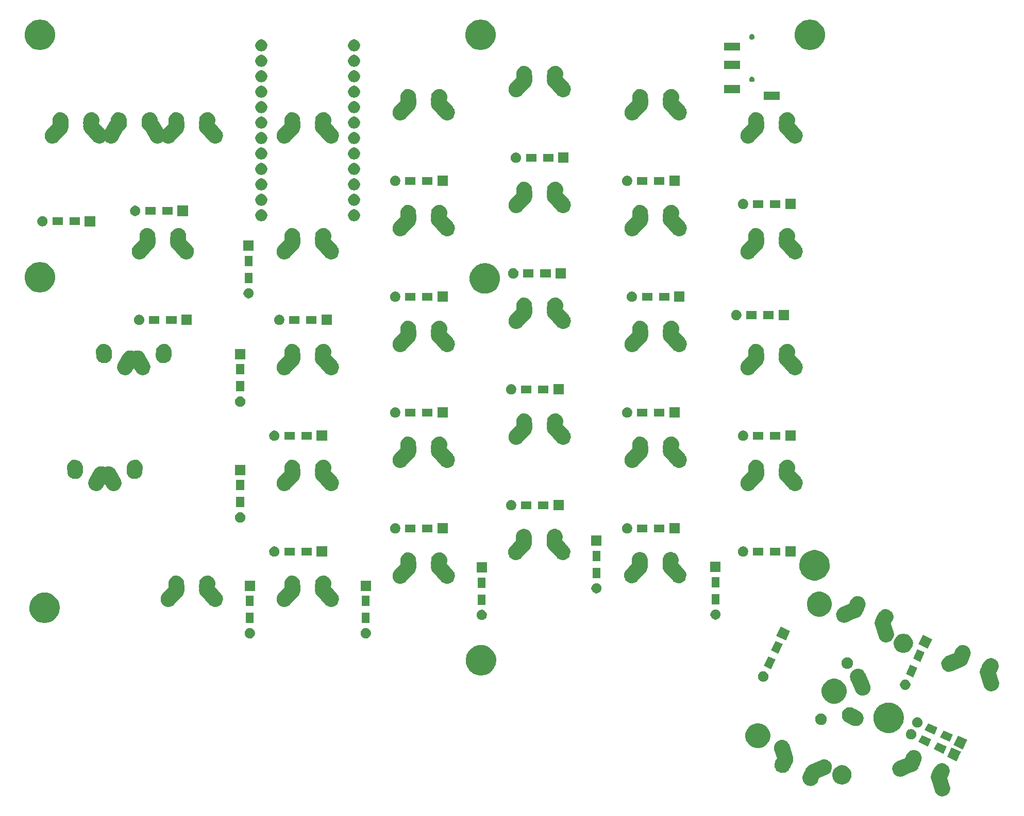
<source format=gbr>
G04 #@! TF.GenerationSoftware,KiCad,Pcbnew,(5.1.5)-3*
G04 #@! TF.CreationDate,2020-06-21T18:11:26+05:30*
G04 #@! TF.ProjectId,ergocape,6572676f-6361-4706-952e-6b696361645f,rev?*
G04 #@! TF.SameCoordinates,Original*
G04 #@! TF.FileFunction,Soldermask,Bot*
G04 #@! TF.FilePolarity,Negative*
%FSLAX46Y46*%
G04 Gerber Fmt 4.6, Leading zero omitted, Abs format (unit mm)*
G04 Created by KiCad (PCBNEW (5.1.5)-3) date 2020-06-21 18:11:26*
%MOMM*%
%LPD*%
G04 APERTURE LIST*
%ADD10C,0.100000*%
G04 APERTURE END LIST*
D10*
G36*
X188362158Y-140369365D02*
G01*
X188447574Y-140370588D01*
X188698184Y-140424177D01*
X188933522Y-140525628D01*
X188933523Y-140525629D01*
X188933526Y-140525630D01*
X189035441Y-140595858D01*
X189144547Y-140671041D01*
X189204530Y-140732767D01*
X189323148Y-140854830D01*
X189418869Y-141002624D01*
X189462462Y-141069931D01*
X189485297Y-141127373D01*
X189557135Y-141308077D01*
X189572496Y-141391529D01*
X189603529Y-141560116D01*
X189599861Y-141816365D01*
X189557220Y-142015775D01*
X189546271Y-142066978D01*
X189470246Y-142243335D01*
X189470244Y-142243340D01*
X189470242Y-142243343D01*
X189272435Y-142601003D01*
X189224547Y-142687590D01*
X189214847Y-142710092D01*
X189209723Y-142734055D01*
X189209372Y-142758556D01*
X189214329Y-142784413D01*
X189641776Y-144191309D01*
X189679328Y-144379662D01*
X189679439Y-144635937D01*
X189629552Y-144887310D01*
X189604562Y-144947715D01*
X189531584Y-145124117D01*
X189530910Y-145125126D01*
X189389298Y-145337265D01*
X189208164Y-145518557D01*
X188995141Y-145661029D01*
X188876779Y-145710116D01*
X188758418Y-145759204D01*
X188674641Y-145775906D01*
X188507089Y-145809310D01*
X188378953Y-145809366D01*
X188250816Y-145809422D01*
X188250814Y-145809422D01*
X187999442Y-145759535D01*
X187762634Y-145661566D01*
X187549488Y-145519281D01*
X187368195Y-145338146D01*
X187225723Y-145125124D01*
X187152148Y-144947715D01*
X186621363Y-143200691D01*
X186544767Y-142948585D01*
X186538713Y-142918220D01*
X186507214Y-142760228D01*
X186507145Y-142601003D01*
X186507102Y-142503956D01*
X186531198Y-142382542D01*
X186556990Y-142252582D01*
X186654959Y-142015773D01*
X186743001Y-141883884D01*
X186754542Y-141862270D01*
X186761271Y-141840630D01*
X186774018Y-141781019D01*
X186850048Y-141604649D01*
X187193274Y-140984051D01*
X187248208Y-140904331D01*
X187302252Y-140825902D01*
X187486040Y-140647301D01*
X187701138Y-140507989D01*
X187701141Y-140507987D01*
X187807725Y-140465616D01*
X187939287Y-140413314D01*
X188084447Y-140386594D01*
X188191326Y-140366920D01*
X188191330Y-140366920D01*
X188362158Y-140369365D01*
G37*
G36*
X169195088Y-139764628D02*
G01*
X169243279Y-139778697D01*
X169441091Y-139836447D01*
X169621536Y-139930482D01*
X169668358Y-139954882D01*
X169868153Y-140115377D01*
X170032798Y-140311767D01*
X170155965Y-140536503D01*
X170194532Y-140659009D01*
X170232921Y-140780950D01*
X170257473Y-141006033D01*
X170260710Y-141035714D01*
X170238263Y-141291003D01*
X170238262Y-141291006D01*
X170166444Y-141537007D01*
X170099022Y-141666383D01*
X170048009Y-141764274D01*
X169887514Y-141964068D01*
X169691124Y-142128713D01*
X169522700Y-142221018D01*
X168170203Y-142797906D01*
X168148718Y-142809682D01*
X168129940Y-142825425D01*
X168114594Y-142844528D01*
X168102598Y-142867966D01*
X167920209Y-143341746D01*
X167833972Y-143513357D01*
X167676440Y-143715497D01*
X167622468Y-143762117D01*
X167482499Y-143883020D01*
X167259609Y-144009485D01*
X167211931Y-144025271D01*
X167016320Y-144090040D01*
X166761994Y-144121583D01*
X166761989Y-144121583D01*
X166506407Y-144102904D01*
X166506404Y-144102903D01*
X166506401Y-144102903D01*
X166259365Y-144034718D01*
X166259364Y-144034718D01*
X166259362Y-144034717D01*
X166030376Y-143919649D01*
X165828237Y-143762118D01*
X165787967Y-143715497D01*
X165715041Y-143631071D01*
X165660713Y-143568176D01*
X165534248Y-143345286D01*
X165516508Y-143291707D01*
X165453693Y-143101997D01*
X165422150Y-142847671D01*
X165422150Y-142847666D01*
X165440829Y-142592084D01*
X165440830Y-142592081D01*
X165440830Y-142592078D01*
X165491930Y-142406941D01*
X165746715Y-141745102D01*
X165832951Y-141573492D01*
X165870416Y-141525418D01*
X165883511Y-141504709D01*
X165891811Y-141483614D01*
X165892109Y-141482594D01*
X165929803Y-141353479D01*
X165936252Y-141331390D01*
X165999485Y-141210051D01*
X166054685Y-141104125D01*
X166215180Y-140904330D01*
X166411570Y-140739685D01*
X166579994Y-140647380D01*
X168501838Y-139827643D01*
X168685034Y-139769970D01*
X168734008Y-139764628D01*
X168939795Y-139742181D01*
X168939798Y-139742181D01*
X169195088Y-139764628D01*
G37*
G36*
X172180734Y-140738235D02*
G01*
X172356662Y-140773229D01*
X172422299Y-140800417D01*
X172643292Y-140891955D01*
X172643293Y-140891956D01*
X172901255Y-141064320D01*
X173120634Y-141283699D01*
X173192683Y-141391529D01*
X173292999Y-141541662D01*
X173325827Y-141620917D01*
X173411725Y-141828292D01*
X173420381Y-141871808D01*
X173459202Y-142066974D01*
X173472251Y-142132579D01*
X173472251Y-142442827D01*
X173411725Y-142747114D01*
X173385808Y-142809682D01*
X173292999Y-143033744D01*
X173292998Y-143033745D01*
X173120634Y-143291707D01*
X172901255Y-143511086D01*
X172802634Y-143576982D01*
X172643292Y-143683451D01*
X172475388Y-143752999D01*
X172356662Y-143802177D01*
X172204518Y-143832440D01*
X172052376Y-143862703D01*
X171742126Y-143862703D01*
X171589984Y-143832440D01*
X171437840Y-143802177D01*
X171319114Y-143752999D01*
X171151210Y-143683451D01*
X170991868Y-143576982D01*
X170893247Y-143511086D01*
X170673868Y-143291707D01*
X170501504Y-143033745D01*
X170501503Y-143033744D01*
X170408694Y-142809682D01*
X170382777Y-142747114D01*
X170322251Y-142442827D01*
X170322251Y-142132579D01*
X170335301Y-142066974D01*
X170374121Y-141871808D01*
X170382777Y-141828292D01*
X170468675Y-141620917D01*
X170501503Y-141541662D01*
X170601819Y-141391529D01*
X170673868Y-141283699D01*
X170893247Y-141064320D01*
X171151209Y-140891956D01*
X171151210Y-140891955D01*
X171372203Y-140800417D01*
X171437840Y-140773229D01*
X171613768Y-140738235D01*
X171742126Y-140712703D01*
X172052376Y-140712703D01*
X172180734Y-140738235D01*
G37*
G36*
X183919415Y-138234521D02*
G01*
X184166451Y-138302706D01*
X184166452Y-138302706D01*
X184166454Y-138302707D01*
X184395440Y-138417775D01*
X184597579Y-138575306D01*
X184765103Y-138769248D01*
X184891568Y-138992138D01*
X184912273Y-139054671D01*
X184972123Y-139235427D01*
X185003666Y-139489753D01*
X185003666Y-139489758D01*
X184984987Y-139745342D01*
X184984986Y-139745345D01*
X184984986Y-139745347D01*
X184962272Y-139827642D01*
X184933887Y-139930482D01*
X184892188Y-140038799D01*
X184679101Y-140592322D01*
X184592864Y-140763933D01*
X184579602Y-140780950D01*
X184555402Y-140812003D01*
X184542306Y-140832714D01*
X184534006Y-140853810D01*
X184489566Y-141006033D01*
X184415053Y-141149016D01*
X184371131Y-141233300D01*
X184210636Y-141433094D01*
X184014246Y-141597739D01*
X183845822Y-141690044D01*
X182962112Y-142066978D01*
X181923974Y-142509782D01*
X181740781Y-142567454D01*
X181486020Y-142595243D01*
X181486017Y-142595243D01*
X181230729Y-142572796D01*
X181009269Y-142508141D01*
X180984723Y-142500975D01*
X180906864Y-142460401D01*
X180757458Y-142382542D01*
X180557663Y-142222047D01*
X180393018Y-142025657D01*
X180269851Y-141800921D01*
X180192895Y-141556474D01*
X180189508Y-141525420D01*
X180165106Y-141301713D01*
X180166047Y-141291006D01*
X180187553Y-141046422D01*
X180251933Y-140825903D01*
X180259374Y-140800416D01*
X180334171Y-140656886D01*
X180377807Y-140573151D01*
X180538302Y-140373356D01*
X180734692Y-140208711D01*
X180903116Y-140116406D01*
X182255613Y-139539517D01*
X182277098Y-139527741D01*
X182295876Y-139511998D01*
X182311222Y-139492894D01*
X182323222Y-139469449D01*
X182323997Y-139467435D01*
X182505607Y-138995678D01*
X182591843Y-138824068D01*
X182723682Y-138654897D01*
X182749375Y-138621928D01*
X182943315Y-138454406D01*
X182943316Y-138454405D01*
X183007875Y-138417775D01*
X183166209Y-138327938D01*
X183247034Y-138301177D01*
X183409496Y-138247384D01*
X183663821Y-138215841D01*
X183919415Y-138234521D01*
G37*
G36*
X162282928Y-136549421D02*
G01*
X162426373Y-136577889D01*
X162663182Y-136675858D01*
X162876328Y-136818143D01*
X163057621Y-136999277D01*
X163200093Y-137212300D01*
X163273668Y-137389708D01*
X163881050Y-139388841D01*
X163918602Y-139577194D01*
X163918713Y-139833469D01*
X163868826Y-140084842D01*
X163855098Y-140118025D01*
X163770858Y-140321649D01*
X163759220Y-140339083D01*
X163682814Y-140453542D01*
X163671274Y-140475153D01*
X163664546Y-140496791D01*
X163652831Y-140551574D01*
X163651797Y-140556410D01*
X163575772Y-140732767D01*
X163575770Y-140732772D01*
X163575768Y-140732775D01*
X163442152Y-140974370D01*
X163232538Y-141353379D01*
X163161976Y-141455778D01*
X163123564Y-141511522D01*
X162953411Y-141676872D01*
X162939772Y-141690126D01*
X162724676Y-141829437D01*
X162486530Y-141924110D01*
X162234485Y-141970505D01*
X161985000Y-141966933D01*
X161978242Y-141966836D01*
X161727632Y-141913247D01*
X161492294Y-141811796D01*
X161492293Y-141811795D01*
X161492290Y-141811794D01*
X161281272Y-141666385D01*
X161281269Y-141666383D01*
X161115919Y-141496230D01*
X161102665Y-141482591D01*
X160963354Y-141267495D01*
X160868681Y-141029349D01*
X160822286Y-140777304D01*
X160825955Y-140521063D01*
X160828751Y-140507989D01*
X160879544Y-140270451D01*
X160955574Y-140094081D01*
X161201273Y-139649825D01*
X161210969Y-139627332D01*
X161216093Y-139603369D01*
X161216444Y-139578868D01*
X161211486Y-139553007D01*
X160866577Y-138417775D01*
X160784041Y-138146117D01*
X160774715Y-138099339D01*
X160746488Y-137957760D01*
X160746387Y-137725544D01*
X160746376Y-137701488D01*
X160781900Y-137522493D01*
X160796264Y-137450114D01*
X160894233Y-137213305D01*
X161036518Y-137000159D01*
X161217652Y-136818866D01*
X161430675Y-136676394D01*
X161431967Y-136675858D01*
X161667395Y-136578220D01*
X161751063Y-136561540D01*
X161918727Y-136528113D01*
X162046892Y-136528057D01*
X162174999Y-136528001D01*
X162282928Y-136549421D01*
G37*
G36*
X191453424Y-138503803D02*
G01*
X190734128Y-140046339D01*
X189191592Y-139327043D01*
X189910888Y-137784507D01*
X191453424Y-138503803D01*
G37*
G36*
X189103131Y-137628520D02*
G01*
X188568746Y-138774513D01*
X188552882Y-138808532D01*
X188552882Y-138808533D01*
X187010347Y-138089236D01*
X187560596Y-136909223D01*
X189103131Y-137628520D01*
G37*
G36*
X192474424Y-136556803D02*
G01*
X191755128Y-138099339D01*
X190212592Y-137380043D01*
X190931888Y-135837507D01*
X192474424Y-136556803D01*
G37*
G36*
X158681594Y-133880685D02*
G01*
X158880370Y-133963021D01*
X159053743Y-134034834D01*
X159388668Y-134258624D01*
X159673497Y-134543453D01*
X159897287Y-134878378D01*
X159932017Y-134962224D01*
X160051436Y-135250527D01*
X160130020Y-135645595D01*
X160130020Y-136048407D01*
X160051436Y-136443475D01*
X159961137Y-136661475D01*
X159897287Y-136815624D01*
X159673497Y-137150549D01*
X159388668Y-137435378D01*
X159053743Y-137659168D01*
X158951573Y-137701488D01*
X158681594Y-137813317D01*
X158286526Y-137891901D01*
X157883714Y-137891901D01*
X157488646Y-137813317D01*
X157218667Y-137701488D01*
X157116497Y-137659168D01*
X156781572Y-137435378D01*
X156496743Y-137150549D01*
X156272953Y-136815624D01*
X156209103Y-136661475D01*
X156118804Y-136443475D01*
X156040220Y-136048407D01*
X156040220Y-135645595D01*
X156118804Y-135250527D01*
X156238223Y-134962224D01*
X156272953Y-134878378D01*
X156496743Y-134543453D01*
X156781572Y-134258624D01*
X157116497Y-134034834D01*
X157289870Y-133963021D01*
X157488646Y-133880685D01*
X157883714Y-133802101D01*
X158286526Y-133802101D01*
X158681594Y-133880685D01*
G37*
G36*
X186565469Y-136445188D02*
G01*
X186063114Y-137522493D01*
X186015220Y-137625200D01*
X186015220Y-137625201D01*
X184472685Y-136905904D01*
X185022934Y-135725891D01*
X186565469Y-136445188D01*
G37*
G36*
X190124131Y-135681520D02*
G01*
X189593778Y-136818866D01*
X189573882Y-136861532D01*
X189573882Y-136861533D01*
X188031347Y-136142236D01*
X188581596Y-134962223D01*
X190124131Y-135681520D01*
G37*
G36*
X183501536Y-134800704D02*
G01*
X183656408Y-134864854D01*
X183795789Y-134957986D01*
X183914323Y-135076520D01*
X184007455Y-135215901D01*
X184071605Y-135370773D01*
X184104308Y-135535185D01*
X184104308Y-135702817D01*
X184071605Y-135867229D01*
X184007455Y-136022101D01*
X183914323Y-136161482D01*
X183795789Y-136280016D01*
X183656408Y-136373148D01*
X183501536Y-136437298D01*
X183337124Y-136470001D01*
X183169492Y-136470001D01*
X183005080Y-136437298D01*
X182850208Y-136373148D01*
X182710827Y-136280016D01*
X182592293Y-136161482D01*
X182499161Y-136022101D01*
X182435011Y-135867229D01*
X182402308Y-135702817D01*
X182402308Y-135535185D01*
X182435011Y-135370773D01*
X182499161Y-135215901D01*
X182592293Y-135076520D01*
X182710827Y-134957986D01*
X182850208Y-134864854D01*
X183005080Y-134800704D01*
X183169492Y-134768001D01*
X183337124Y-134768001D01*
X183501536Y-134800704D01*
G37*
G36*
X187586469Y-134498188D02*
G01*
X187206936Y-135312100D01*
X187036220Y-135678200D01*
X187036220Y-135678201D01*
X185493685Y-134958904D01*
X186043934Y-133778891D01*
X187586469Y-134498188D01*
G37*
G36*
X180041829Y-130454268D02*
G01*
X180283423Y-130502324D01*
X180738576Y-130690855D01*
X180841677Y-130759745D01*
X181148202Y-130964558D01*
X181496562Y-131312918D01*
X181630987Y-131514100D01*
X181770265Y-131722544D01*
X181958796Y-132177697D01*
X181991939Y-132344318D01*
X182054908Y-132660884D01*
X182054908Y-133153540D01*
X182031404Y-133271700D01*
X181958796Y-133636727D01*
X181887908Y-133807865D01*
X181770266Y-134091878D01*
X181496562Y-134501506D01*
X181148202Y-134849866D01*
X180841677Y-135054679D01*
X180738576Y-135123569D01*
X180283423Y-135312100D01*
X180041829Y-135360156D01*
X179800236Y-135408212D01*
X179307580Y-135408212D01*
X179065987Y-135360156D01*
X178824393Y-135312100D01*
X178369240Y-135123569D01*
X178266139Y-135054679D01*
X177959614Y-134849866D01*
X177611254Y-134501506D01*
X177337550Y-134091878D01*
X177219908Y-133807865D01*
X177149020Y-133636727D01*
X177076412Y-133271700D01*
X177052908Y-133153540D01*
X177052908Y-132660884D01*
X177115877Y-132344318D01*
X177149020Y-132177697D01*
X177337551Y-131722544D01*
X177476829Y-131514100D01*
X177611254Y-131312918D01*
X177959614Y-130964558D01*
X178266139Y-130759745D01*
X178369240Y-130690855D01*
X178824393Y-130502324D01*
X179065987Y-130454268D01*
X179307580Y-130406212D01*
X179800236Y-130406212D01*
X180041829Y-130454268D01*
G37*
G36*
X184522536Y-132853704D02*
G01*
X184677408Y-132917854D01*
X184816789Y-133010986D01*
X184935323Y-133129520D01*
X185028455Y-133268901D01*
X185092605Y-133423773D01*
X185125308Y-133588185D01*
X185125308Y-133755817D01*
X185092605Y-133920229D01*
X185028455Y-134075101D01*
X184935323Y-134214482D01*
X184816789Y-134333016D01*
X184677408Y-134426148D01*
X184522536Y-134490298D01*
X184358124Y-134523001D01*
X184190492Y-134523001D01*
X184026080Y-134490298D01*
X183871208Y-134426148D01*
X183731827Y-134333016D01*
X183613293Y-134214482D01*
X183520161Y-134075101D01*
X183456011Y-133920229D01*
X183423308Y-133755817D01*
X183423308Y-133588185D01*
X183456011Y-133423773D01*
X183520161Y-133268901D01*
X183613293Y-133129520D01*
X183731827Y-133010986D01*
X183871208Y-132917854D01*
X184026080Y-132853704D01*
X184190492Y-132821001D01*
X184358124Y-132821001D01*
X184522536Y-132853704D01*
G37*
G36*
X173560080Y-131221451D02*
G01*
X173780900Y-131312918D01*
X173796848Y-131319524D01*
X173894567Y-131384818D01*
X173928540Y-131407518D01*
X173950151Y-131419069D01*
X173971945Y-131425841D01*
X174030009Y-131438209D01*
X174085089Y-131461902D01*
X174206440Y-131514101D01*
X174827308Y-131856839D01*
X174985543Y-131965692D01*
X175164289Y-132149341D01*
X175303772Y-132364332D01*
X175310639Y-132381566D01*
X175398632Y-132602401D01*
X175445095Y-132853706D01*
X175445224Y-132854405D01*
X175441758Y-133110656D01*
X175433308Y-133150324D01*
X175388367Y-133361307D01*
X175372733Y-133397651D01*
X175287101Y-133596726D01*
X175141853Y-133807865D01*
X174958205Y-133986611D01*
X174743214Y-134126094D01*
X174743211Y-134126095D01*
X174505145Y-134220954D01*
X174426499Y-134235494D01*
X174253140Y-134267547D01*
X173996889Y-134264080D01*
X173957221Y-134255630D01*
X173746238Y-134210689D01*
X173629376Y-134160420D01*
X173569808Y-134134797D01*
X172948939Y-133792059D01*
X172889997Y-133751511D01*
X172868548Y-133739671D01*
X172843541Y-133731900D01*
X172801106Y-133723459D01*
X172564340Y-133625387D01*
X172564339Y-133625387D01*
X172564338Y-133625386D01*
X172351254Y-133483008D01*
X172170040Y-133301794D01*
X172027662Y-133088710D01*
X172001931Y-133026591D01*
X171929589Y-132851942D01*
X171879593Y-132600594D01*
X171879593Y-132344316D01*
X171929589Y-132092968D01*
X172027661Y-131856202D01*
X172037797Y-131841033D01*
X172170040Y-131643116D01*
X172351254Y-131461902D01*
X172564338Y-131319524D01*
X172580286Y-131312918D01*
X172801106Y-131221451D01*
X173052454Y-131171455D01*
X173308732Y-131171455D01*
X173560080Y-131221451D01*
G37*
G36*
X168742402Y-132205802D02*
G01*
X168915473Y-132277490D01*
X168941921Y-132295162D01*
X169071234Y-132381566D01*
X169203697Y-132514029D01*
X169247944Y-132580250D01*
X169307773Y-132669790D01*
X169379461Y-132842861D01*
X169416007Y-133026589D01*
X169416007Y-133213923D01*
X169379461Y-133397651D01*
X169307773Y-133570722D01*
X169278088Y-133615148D01*
X169203697Y-133726483D01*
X169071234Y-133858946D01*
X169015002Y-133896519D01*
X168915473Y-133963022D01*
X168742402Y-134034710D01*
X168558674Y-134071256D01*
X168371340Y-134071256D01*
X168187612Y-134034710D01*
X168014541Y-133963022D01*
X167915012Y-133896519D01*
X167858780Y-133858946D01*
X167726317Y-133726483D01*
X167651926Y-133615148D01*
X167622241Y-133570722D01*
X167550553Y-133397651D01*
X167514007Y-133213923D01*
X167514007Y-133026589D01*
X167550553Y-132842861D01*
X167622241Y-132669790D01*
X167682070Y-132580250D01*
X167726317Y-132514029D01*
X167858780Y-132381566D01*
X167988093Y-132295162D01*
X168014541Y-132277490D01*
X168187612Y-132205802D01*
X168371340Y-132169256D01*
X168558674Y-132169256D01*
X168742402Y-132205802D01*
G37*
G36*
X171208382Y-126549896D02*
G01*
X171301051Y-126588281D01*
X171580531Y-126704045D01*
X171915456Y-126927835D01*
X172200285Y-127212664D01*
X172424075Y-127547589D01*
X172475798Y-127672460D01*
X172578224Y-127919738D01*
X172656808Y-128314806D01*
X172656808Y-128717618D01*
X172578224Y-129112686D01*
X172487925Y-129330686D01*
X172424075Y-129484835D01*
X172200285Y-129819760D01*
X171915456Y-130104589D01*
X171580531Y-130328379D01*
X171426382Y-130392229D01*
X171208382Y-130482528D01*
X170813314Y-130561112D01*
X170410502Y-130561112D01*
X170015434Y-130482528D01*
X169797434Y-130392229D01*
X169643285Y-130328379D01*
X169308360Y-130104589D01*
X169023531Y-129819760D01*
X168799741Y-129484835D01*
X168735891Y-129330686D01*
X168645592Y-129112686D01*
X168567008Y-128717618D01*
X168567008Y-128314806D01*
X168645592Y-127919738D01*
X168748018Y-127672460D01*
X168799741Y-127547589D01*
X169023531Y-127212664D01*
X169308360Y-126927835D01*
X169643285Y-126704045D01*
X169922765Y-126588281D01*
X170015434Y-126549896D01*
X170410502Y-126471312D01*
X170813314Y-126471312D01*
X171208382Y-126549896D01*
G37*
G36*
X174765698Y-124851857D02*
G01*
X174939005Y-124902454D01*
X175011704Y-124923678D01*
X175031808Y-124934155D01*
X175238969Y-125042111D01*
X175438764Y-125202606D01*
X175603409Y-125398996D01*
X175695714Y-125567420D01*
X176401702Y-127222584D01*
X176438244Y-127308256D01*
X176444964Y-127320671D01*
X176492577Y-127435619D01*
X176493084Y-127436825D01*
X176515451Y-127489263D01*
X176515874Y-127490608D01*
X176519620Y-127500907D01*
X176544689Y-127561429D01*
X176554551Y-127611009D01*
X176557918Y-127624160D01*
X176573124Y-127672460D01*
X176580239Y-127737692D01*
X176581904Y-127748524D01*
X176594685Y-127812778D01*
X176594685Y-127863329D01*
X176595422Y-127876883D01*
X176600097Y-127919738D01*
X176600913Y-127927224D01*
X176595164Y-127992602D01*
X176594685Y-128003539D01*
X176594685Y-128069055D01*
X176584822Y-128118639D01*
X176582902Y-128132060D01*
X176578466Y-128182514D01*
X176560076Y-128245503D01*
X176557472Y-128256137D01*
X176544689Y-128320401D01*
X176525340Y-128367114D01*
X176520834Y-128379920D01*
X176506647Y-128428518D01*
X176476328Y-128486696D01*
X176471694Y-128496628D01*
X176446617Y-128557169D01*
X176418519Y-128599221D01*
X176411602Y-128610900D01*
X176388212Y-128655784D01*
X176347139Y-128706914D01*
X176340657Y-128715751D01*
X176304240Y-128770253D01*
X176268470Y-128806023D01*
X176259407Y-128816129D01*
X176227717Y-128855579D01*
X176177466Y-128897707D01*
X176169384Y-128905109D01*
X176123024Y-128951469D01*
X176080956Y-128979578D01*
X176070104Y-128987715D01*
X176031327Y-129020224D01*
X175973825Y-129051738D01*
X175964468Y-129057412D01*
X175909941Y-129093846D01*
X175909937Y-129093849D01*
X175863192Y-129113211D01*
X175850964Y-129119072D01*
X175806591Y-129143391D01*
X175751525Y-129160727D01*
X175744066Y-129163075D01*
X175733767Y-129166821D01*
X175673173Y-129191920D01*
X175623528Y-129201795D01*
X175610380Y-129205162D01*
X175562146Y-129220347D01*
X175533891Y-129223429D01*
X175496989Y-129227454D01*
X175486163Y-129229118D01*
X175421824Y-129241916D01*
X175371202Y-129241916D01*
X175357648Y-129242653D01*
X175307383Y-129248136D01*
X175307380Y-129248136D01*
X175242093Y-129242395D01*
X175231156Y-129241916D01*
X175165548Y-129241916D01*
X175115886Y-129232038D01*
X175102467Y-129230118D01*
X175052091Y-129225689D01*
X174989203Y-129207329D01*
X174978559Y-129204722D01*
X174914198Y-129191920D01*
X174867413Y-129172541D01*
X174854608Y-129168035D01*
X174806084Y-129153869D01*
X174747994Y-129123597D01*
X174738064Y-129118963D01*
X174677427Y-129093846D01*
X174635312Y-129065705D01*
X174623638Y-129058791D01*
X174578820Y-129035435D01*
X174527754Y-128994413D01*
X174518934Y-128987944D01*
X174464348Y-128951471D01*
X174428518Y-128915641D01*
X174418421Y-128906586D01*
X174379026Y-128874940D01*
X174336953Y-128824755D01*
X174329562Y-128816685D01*
X174283130Y-128770253D01*
X174254980Y-128728123D01*
X174246847Y-128717276D01*
X174214381Y-128678550D01*
X174182908Y-128621122D01*
X174177233Y-128611767D01*
X174140754Y-128557172D01*
X174094303Y-128445028D01*
X174093891Y-128444047D01*
X173526860Y-127114662D01*
X173302338Y-126588278D01*
X173244666Y-126405085D01*
X173216877Y-126150324D01*
X173216877Y-126150321D01*
X173239324Y-125895033D01*
X173294012Y-125707712D01*
X173311145Y-125649027D01*
X173378685Y-125519423D01*
X173429578Y-125421762D01*
X173590073Y-125221967D01*
X173786463Y-125057322D01*
X174011199Y-124934155D01*
X174255646Y-124857199D01*
X174304620Y-124851857D01*
X174510407Y-124829410D01*
X174510410Y-124829410D01*
X174765698Y-124851857D01*
G37*
G36*
X196412158Y-123104365D02*
G01*
X196497574Y-123105588D01*
X196748184Y-123159177D01*
X196983522Y-123260628D01*
X196983523Y-123260629D01*
X196983526Y-123260630D01*
X197085441Y-123330858D01*
X197194547Y-123406041D01*
X197256947Y-123470254D01*
X197373148Y-123589830D01*
X197471077Y-123741033D01*
X197512462Y-123804931D01*
X197535297Y-123862373D01*
X197607135Y-124043077D01*
X197622496Y-124126529D01*
X197653529Y-124295116D01*
X197649861Y-124551365D01*
X197607220Y-124750775D01*
X197596271Y-124801978D01*
X197520246Y-124978335D01*
X197520244Y-124978340D01*
X197520242Y-124978343D01*
X197280842Y-125411208D01*
X197274547Y-125422590D01*
X197264847Y-125445092D01*
X197259723Y-125469055D01*
X197259372Y-125493556D01*
X197264329Y-125519413D01*
X197691776Y-126926309D01*
X197729328Y-127114662D01*
X197729439Y-127370937D01*
X197679552Y-127622310D01*
X197654562Y-127682715D01*
X197581584Y-127859117D01*
X197536121Y-127927221D01*
X197439298Y-128072265D01*
X197258164Y-128253557D01*
X197045141Y-128396029D01*
X196966802Y-128428518D01*
X196808418Y-128494204D01*
X196728553Y-128510126D01*
X196557089Y-128544310D01*
X196428950Y-128544366D01*
X196300816Y-128544422D01*
X196300814Y-128544422D01*
X196049442Y-128494535D01*
X195812634Y-128396566D01*
X195599488Y-128254281D01*
X195418195Y-128073146D01*
X195311314Y-127913339D01*
X195275724Y-127860126D01*
X195275306Y-127859117D01*
X195202148Y-127682715D01*
X194700963Y-126033116D01*
X194594767Y-125683585D01*
X194590136Y-125660357D01*
X194557214Y-125495228D01*
X194557145Y-125336003D01*
X194557102Y-125238956D01*
X194581198Y-125117542D01*
X194606990Y-124987582D01*
X194700870Y-124760657D01*
X194704958Y-124750775D01*
X194771657Y-124650859D01*
X194793001Y-124618884D01*
X194804542Y-124597270D01*
X194811271Y-124575630D01*
X194824018Y-124516019D01*
X194900048Y-124339649D01*
X195243274Y-123719051D01*
X195255662Y-123701073D01*
X195352252Y-123560902D01*
X195536040Y-123382301D01*
X195751138Y-123242989D01*
X195751141Y-123242987D01*
X195865130Y-123197672D01*
X195989287Y-123148314D01*
X196134447Y-123121594D01*
X196241326Y-123101920D01*
X196241330Y-123101920D01*
X196412158Y-123104365D01*
G37*
G36*
X182539925Y-126652515D02*
G01*
X182694797Y-126716665D01*
X182834178Y-126809797D01*
X182952712Y-126928331D01*
X183045844Y-127067712D01*
X183109994Y-127222584D01*
X183142697Y-127386996D01*
X183142697Y-127554628D01*
X183109994Y-127719040D01*
X183045844Y-127873912D01*
X182952712Y-128013293D01*
X182834178Y-128131827D01*
X182694797Y-128224959D01*
X182539925Y-128289109D01*
X182375513Y-128321812D01*
X182207881Y-128321812D01*
X182043469Y-128289109D01*
X181888597Y-128224959D01*
X181749216Y-128131827D01*
X181630682Y-128013293D01*
X181537550Y-127873912D01*
X181473400Y-127719040D01*
X181440697Y-127554628D01*
X181440697Y-127386996D01*
X181473400Y-127222584D01*
X181537550Y-127067712D01*
X181630682Y-126928331D01*
X181749216Y-126809797D01*
X181888597Y-126716665D01*
X182043469Y-126652515D01*
X182207881Y-126619812D01*
X182375513Y-126619812D01*
X182539925Y-126652515D01*
G37*
G36*
X159205925Y-125292515D02*
G01*
X159360797Y-125356665D01*
X159500178Y-125449797D01*
X159618712Y-125568331D01*
X159711844Y-125707712D01*
X159775994Y-125862584D01*
X159808697Y-126026996D01*
X159808697Y-126194628D01*
X159775994Y-126359040D01*
X159711844Y-126513912D01*
X159618712Y-126653293D01*
X159500178Y-126771827D01*
X159360797Y-126864959D01*
X159205925Y-126929109D01*
X159041513Y-126961812D01*
X158873881Y-126961812D01*
X158709469Y-126929109D01*
X158554597Y-126864959D01*
X158415216Y-126771827D01*
X158296682Y-126653293D01*
X158203550Y-126513912D01*
X158139400Y-126359040D01*
X158106697Y-126194628D01*
X158106697Y-126026996D01*
X158139400Y-125862584D01*
X158203550Y-125707712D01*
X158296682Y-125568331D01*
X158415216Y-125449797D01*
X158554597Y-125356665D01*
X158709469Y-125292515D01*
X158873881Y-125259812D01*
X159041513Y-125259812D01*
X159205925Y-125292515D01*
G37*
G36*
X184297897Y-124708900D02*
G01*
X183578600Y-126251435D01*
X182398587Y-125701186D01*
X183117884Y-124158651D01*
X184297897Y-124708900D01*
G37*
G36*
X113030324Y-120982384D02*
G01*
X113315515Y-121039112D01*
X113770668Y-121227643D01*
X113799799Y-121247108D01*
X114180294Y-121501346D01*
X114528654Y-121849706D01*
X114716146Y-122130308D01*
X114794116Y-122246998D01*
X114802358Y-122259334D01*
X114857524Y-122392517D01*
X114934211Y-122577654D01*
X114990888Y-122714486D01*
X115087000Y-123197672D01*
X115087000Y-123690328D01*
X115040637Y-123923408D01*
X114990888Y-124173515D01*
X114802357Y-124628668D01*
X114747221Y-124711184D01*
X114528654Y-125038294D01*
X114180294Y-125386654D01*
X113909765Y-125567415D01*
X113770668Y-125660357D01*
X113770667Y-125660358D01*
X113770666Y-125660358D01*
X113714591Y-125683585D01*
X113315515Y-125848888D01*
X113083533Y-125895032D01*
X112832328Y-125945000D01*
X112339672Y-125945000D01*
X112088467Y-125895032D01*
X111856485Y-125848888D01*
X111457409Y-125683585D01*
X111401334Y-125660358D01*
X111401333Y-125660358D01*
X111401332Y-125660357D01*
X111262235Y-125567415D01*
X110991706Y-125386654D01*
X110643346Y-125038294D01*
X110424779Y-124711184D01*
X110369643Y-124628668D01*
X110181112Y-124173515D01*
X110131363Y-123923408D01*
X110085000Y-123690328D01*
X110085000Y-123197672D01*
X110181112Y-122714486D01*
X110237790Y-122577654D01*
X110314476Y-122392517D01*
X110369642Y-122259334D01*
X110377885Y-122246998D01*
X110455854Y-122130308D01*
X110643346Y-121849706D01*
X110991706Y-121501346D01*
X111372201Y-121247108D01*
X111401332Y-121227643D01*
X111856485Y-121039112D01*
X112141676Y-120982384D01*
X112339672Y-120943000D01*
X112832328Y-120943000D01*
X113030324Y-120982384D01*
G37*
G36*
X191969415Y-120969521D02*
G01*
X192216451Y-121037706D01*
X192216452Y-121037706D01*
X192216454Y-121037707D01*
X192445440Y-121152775D01*
X192647579Y-121310306D01*
X192815103Y-121504248D01*
X192941568Y-121727138D01*
X192952410Y-121759883D01*
X193022123Y-121970427D01*
X193053666Y-122224753D01*
X193053666Y-122224758D01*
X193034987Y-122480342D01*
X192983887Y-122665482D01*
X192932621Y-122798651D01*
X192729101Y-123327322D01*
X192644826Y-123495029D01*
X192642863Y-123498934D01*
X192605402Y-123547003D01*
X192592306Y-123567714D01*
X192584006Y-123588810D01*
X192539566Y-123741033D01*
X192455284Y-123902763D01*
X192421131Y-123968300D01*
X192260636Y-124168094D01*
X192064246Y-124332739D01*
X191895822Y-124425044D01*
X191012112Y-124801978D01*
X189973974Y-125244782D01*
X189790781Y-125302454D01*
X189536020Y-125330243D01*
X189536017Y-125330243D01*
X189280729Y-125307796D01*
X189064883Y-125244780D01*
X189034723Y-125235975D01*
X188956864Y-125195401D01*
X188807458Y-125117542D01*
X188607663Y-124957047D01*
X188443018Y-124760657D01*
X188319851Y-124535921D01*
X188242895Y-124291474D01*
X188224903Y-124126529D01*
X188215106Y-124036713D01*
X188215106Y-124036710D01*
X188237553Y-123781422D01*
X188301933Y-123560903D01*
X188309374Y-123535416D01*
X188389166Y-123382301D01*
X188427807Y-123308151D01*
X188588302Y-123108356D01*
X188784692Y-122943711D01*
X188953116Y-122851406D01*
X190305613Y-122274517D01*
X190327098Y-122262741D01*
X190345876Y-122246998D01*
X190361222Y-122227894D01*
X190373222Y-122204449D01*
X190389112Y-122163172D01*
X190555607Y-121730678D01*
X190641843Y-121559068D01*
X190733581Y-121441353D01*
X190799375Y-121356928D01*
X190993315Y-121189406D01*
X190993316Y-121189405D01*
X191057875Y-121152775D01*
X191216209Y-121062938D01*
X191297034Y-121036177D01*
X191459496Y-120982384D01*
X191713821Y-120950841D01*
X191969415Y-120969521D01*
G37*
G36*
X160963897Y-123348900D02*
G01*
X160244600Y-124891435D01*
X159064587Y-124341186D01*
X159783884Y-122798651D01*
X160963897Y-123348900D01*
G37*
G36*
X173036204Y-122997714D02*
G01*
X173209275Y-123069402D01*
X173263431Y-123105588D01*
X173365036Y-123173478D01*
X173497499Y-123305941D01*
X173511785Y-123327322D01*
X173601575Y-123461702D01*
X173673263Y-123634773D01*
X173709809Y-123818501D01*
X173709809Y-124005835D01*
X173673263Y-124189563D01*
X173601575Y-124362634D01*
X173601574Y-124362635D01*
X173497499Y-124518395D01*
X173365036Y-124650858D01*
X173301984Y-124692988D01*
X173209275Y-124754934D01*
X173036204Y-124826622D01*
X172852476Y-124863168D01*
X172665142Y-124863168D01*
X172481414Y-124826622D01*
X172308343Y-124754934D01*
X172215634Y-124692988D01*
X172152582Y-124650858D01*
X172020119Y-124518395D01*
X171916044Y-124362635D01*
X171916043Y-124362634D01*
X171844355Y-124189563D01*
X171807809Y-124005835D01*
X171807809Y-123818501D01*
X171844355Y-123634773D01*
X171916043Y-123461702D01*
X172005833Y-123327322D01*
X172020119Y-123305941D01*
X172152582Y-123173478D01*
X172254187Y-123105588D01*
X172308343Y-123069402D01*
X172481414Y-122997714D01*
X172665142Y-122961168D01*
X172852476Y-122961168D01*
X173036204Y-122997714D01*
G37*
G36*
X185481229Y-122171238D02*
G01*
X184761932Y-123713773D01*
X183581919Y-123163524D01*
X184301216Y-121620989D01*
X185481229Y-122171238D01*
G37*
G36*
X162147229Y-120811238D02*
G01*
X161427932Y-122353773D01*
X160247919Y-121803524D01*
X160967216Y-120260989D01*
X162147229Y-120811238D01*
G37*
G36*
X182447096Y-119134224D02*
G01*
X182565822Y-119183402D01*
X182733726Y-119252950D01*
X182760286Y-119270697D01*
X182991689Y-119425315D01*
X183211068Y-119644694D01*
X183280193Y-119748147D01*
X183383433Y-119902657D01*
X183427591Y-120009265D01*
X183502159Y-120189287D01*
X183510529Y-120231366D01*
X183562685Y-120493573D01*
X183562685Y-120803823D01*
X183560813Y-120813232D01*
X183502159Y-121108109D01*
X183461314Y-121206718D01*
X183383433Y-121394739D01*
X183383432Y-121394740D01*
X183211068Y-121652702D01*
X182991689Y-121872081D01*
X182880751Y-121946207D01*
X182733726Y-122044446D01*
X182565822Y-122113994D01*
X182447096Y-122163172D01*
X182142810Y-122223698D01*
X181832560Y-122223698D01*
X181528274Y-122163172D01*
X181409548Y-122113994D01*
X181241644Y-122044446D01*
X181094619Y-121946207D01*
X180983681Y-121872081D01*
X180764302Y-121652702D01*
X180591938Y-121394740D01*
X180591937Y-121394739D01*
X180514056Y-121206718D01*
X180473211Y-121108109D01*
X180414557Y-120813232D01*
X180412685Y-120803823D01*
X180412685Y-120493573D01*
X180464841Y-120231366D01*
X180473211Y-120189287D01*
X180547779Y-120009265D01*
X180591937Y-119902657D01*
X180695177Y-119748147D01*
X180764302Y-119644694D01*
X180983681Y-119425315D01*
X181215084Y-119270697D01*
X181241644Y-119252950D01*
X181409548Y-119183402D01*
X181528274Y-119134224D01*
X181832560Y-119073698D01*
X182142810Y-119073698D01*
X182447096Y-119134224D01*
G37*
G36*
X186719035Y-119989992D02*
G01*
X185999739Y-121532528D01*
X184457203Y-120813232D01*
X185176499Y-119270696D01*
X186719035Y-119989992D01*
G37*
G36*
X179135159Y-115041365D02*
G01*
X179220575Y-115042588D01*
X179471185Y-115096177D01*
X179706523Y-115197628D01*
X179706524Y-115197629D01*
X179706527Y-115197630D01*
X179808442Y-115267858D01*
X179917548Y-115343041D01*
X179979948Y-115407254D01*
X180096149Y-115526830D01*
X180194078Y-115678033D01*
X180235463Y-115741931D01*
X180258298Y-115799373D01*
X180330136Y-115980077D01*
X180345497Y-116063529D01*
X180376530Y-116232116D01*
X180372862Y-116488365D01*
X180320701Y-116732295D01*
X180319272Y-116738978D01*
X180243247Y-116915335D01*
X180243245Y-116915340D01*
X180243243Y-116915343D01*
X180003843Y-117348208D01*
X179997548Y-117359590D01*
X179987848Y-117382092D01*
X179982724Y-117406055D01*
X179982373Y-117430556D01*
X179987330Y-117456413D01*
X180414777Y-118863309D01*
X180452329Y-119051662D01*
X180452440Y-119307937D01*
X180402553Y-119559310D01*
X180377563Y-119619715D01*
X180304585Y-119796117D01*
X180303911Y-119797126D01*
X180162299Y-120009265D01*
X179981165Y-120190557D01*
X179768142Y-120333029D01*
X179649780Y-120382116D01*
X179531419Y-120431204D01*
X179447642Y-120447906D01*
X179280090Y-120481310D01*
X179151951Y-120481366D01*
X179023817Y-120481422D01*
X179023815Y-120481422D01*
X178772443Y-120431535D01*
X178535635Y-120333566D01*
X178322489Y-120191281D01*
X178141196Y-120010146D01*
X178008872Y-119812297D01*
X177998725Y-119797126D01*
X177998307Y-119796117D01*
X177925149Y-119619715D01*
X177394364Y-117872691D01*
X177317768Y-117620585D01*
X177315676Y-117610092D01*
X177280215Y-117432228D01*
X177280146Y-117273003D01*
X177280103Y-117175956D01*
X177304199Y-117054542D01*
X177329991Y-116924582D01*
X177427960Y-116687773D01*
X177516002Y-116555884D01*
X177527543Y-116534270D01*
X177534272Y-116512630D01*
X177547019Y-116453019D01*
X177623049Y-116276649D01*
X177966275Y-115656051D01*
X178036841Y-115553646D01*
X178075253Y-115497902D01*
X178259041Y-115319301D01*
X178474139Y-115179989D01*
X178474142Y-115179987D01*
X178580524Y-115137696D01*
X178712288Y-115085314D01*
X178857448Y-115058594D01*
X178964327Y-115038920D01*
X178964331Y-115038920D01*
X179135159Y-115041365D01*
G37*
G36*
X163385035Y-118629992D02*
G01*
X162665739Y-120172528D01*
X161123203Y-119453232D01*
X161842499Y-117910696D01*
X163385035Y-118629992D01*
G37*
G36*
X74860728Y-118175703D02*
G01*
X75015600Y-118239853D01*
X75154981Y-118332985D01*
X75273515Y-118451519D01*
X75366647Y-118590900D01*
X75430797Y-118745772D01*
X75463500Y-118910184D01*
X75463500Y-119077816D01*
X75430797Y-119242228D01*
X75366647Y-119397100D01*
X75273515Y-119536481D01*
X75154981Y-119655015D01*
X75015600Y-119748147D01*
X74860728Y-119812297D01*
X74696316Y-119845000D01*
X74528684Y-119845000D01*
X74364272Y-119812297D01*
X74209400Y-119748147D01*
X74070019Y-119655015D01*
X73951485Y-119536481D01*
X73858353Y-119397100D01*
X73794203Y-119242228D01*
X73761500Y-119077816D01*
X73761500Y-118910184D01*
X73794203Y-118745772D01*
X73858353Y-118590900D01*
X73951485Y-118451519D01*
X74070019Y-118332985D01*
X74209400Y-118239853D01*
X74364272Y-118175703D01*
X74528684Y-118143000D01*
X74696316Y-118143000D01*
X74860728Y-118175703D01*
G37*
G36*
X93910728Y-118175703D02*
G01*
X94065600Y-118239853D01*
X94204981Y-118332985D01*
X94323515Y-118451519D01*
X94416647Y-118590900D01*
X94480797Y-118745772D01*
X94513500Y-118910184D01*
X94513500Y-119077816D01*
X94480797Y-119242228D01*
X94416647Y-119397100D01*
X94323515Y-119536481D01*
X94204981Y-119655015D01*
X94065600Y-119748147D01*
X93910728Y-119812297D01*
X93746316Y-119845000D01*
X93578684Y-119845000D01*
X93414272Y-119812297D01*
X93259400Y-119748147D01*
X93120019Y-119655015D01*
X93001485Y-119536481D01*
X92908353Y-119397100D01*
X92844203Y-119242228D01*
X92811500Y-119077816D01*
X92811500Y-118910184D01*
X92844203Y-118745772D01*
X92908353Y-118590900D01*
X93001485Y-118451519D01*
X93120019Y-118332985D01*
X93259400Y-118239853D01*
X93414272Y-118175703D01*
X93578684Y-118143000D01*
X93746316Y-118143000D01*
X93910728Y-118175703D01*
G37*
G36*
X94313500Y-117345000D02*
G01*
X93011500Y-117345000D01*
X93011500Y-115643000D01*
X94313500Y-115643000D01*
X94313500Y-117345000D01*
G37*
G36*
X75263500Y-117345000D02*
G01*
X73961500Y-117345000D01*
X73961500Y-115643000D01*
X75263500Y-115643000D01*
X75263500Y-117345000D01*
G37*
G36*
X41293108Y-112337390D02*
G01*
X41623515Y-112403112D01*
X42078668Y-112591643D01*
X42165392Y-112649590D01*
X42488294Y-112865346D01*
X42836654Y-113213706D01*
X42988692Y-113441248D01*
X43102466Y-113611522D01*
X43110358Y-113623334D01*
X43127262Y-113664143D01*
X43298888Y-114078485D01*
X43335988Y-114265000D01*
X43395000Y-114561672D01*
X43395000Y-115054328D01*
X43353229Y-115264322D01*
X43298888Y-115537515D01*
X43245762Y-115665771D01*
X43115573Y-115980077D01*
X43110357Y-115992668D01*
X43075952Y-116044159D01*
X42836654Y-116402294D01*
X42488294Y-116750654D01*
X42184134Y-116953887D01*
X42078668Y-117024357D01*
X41623515Y-117212888D01*
X41381921Y-117260944D01*
X41140328Y-117309000D01*
X40647672Y-117309000D01*
X40406079Y-117260944D01*
X40164485Y-117212888D01*
X39709332Y-117024357D01*
X39603866Y-116953887D01*
X39299706Y-116750654D01*
X38951346Y-116402294D01*
X38712048Y-116044159D01*
X38677643Y-115992668D01*
X38672428Y-115980077D01*
X38542238Y-115665771D01*
X38489112Y-115537515D01*
X38434771Y-115264322D01*
X38393000Y-115054328D01*
X38393000Y-114561672D01*
X38452012Y-114265000D01*
X38489112Y-114078485D01*
X38660738Y-113664143D01*
X38677642Y-113623334D01*
X38685535Y-113611522D01*
X38799308Y-113441248D01*
X38951346Y-113213706D01*
X39299706Y-112865346D01*
X39622608Y-112649590D01*
X39709332Y-112591643D01*
X40164485Y-112403112D01*
X40494892Y-112337390D01*
X40647672Y-112307000D01*
X41140328Y-112307000D01*
X41293108Y-112337390D01*
G37*
G36*
X174692416Y-112906521D02*
G01*
X174939452Y-112974706D01*
X174939453Y-112974706D01*
X174939455Y-112974707D01*
X175168441Y-113089775D01*
X175370580Y-113247306D01*
X175538104Y-113441248D01*
X175664569Y-113664138D01*
X175675411Y-113696883D01*
X175745124Y-113907427D01*
X175776667Y-114161753D01*
X175776667Y-114161758D01*
X175757988Y-114417342D01*
X175757987Y-114417345D01*
X175757987Y-114417347D01*
X175742718Y-114472668D01*
X175706888Y-114602482D01*
X175652368Y-114744105D01*
X175452102Y-115264322D01*
X175366073Y-115435520D01*
X175365864Y-115435934D01*
X175328403Y-115484003D01*
X175315307Y-115504714D01*
X175307007Y-115525810D01*
X175262567Y-115678033D01*
X175183276Y-115830185D01*
X175144132Y-115905300D01*
X174983637Y-116105094D01*
X174787247Y-116269739D01*
X174618823Y-116362044D01*
X173707739Y-116750654D01*
X172696975Y-117181782D01*
X172513782Y-117239454D01*
X172259021Y-117267243D01*
X172259018Y-117267243D01*
X172003730Y-117244796D01*
X171787884Y-117181780D01*
X171757724Y-117172975D01*
X171679865Y-117132401D01*
X171530459Y-117054542D01*
X171330664Y-116894047D01*
X171166019Y-116697657D01*
X171042852Y-116472921D01*
X170965896Y-116228474D01*
X170947717Y-116061815D01*
X170938107Y-115973713D01*
X170938107Y-115973710D01*
X170960554Y-115718422D01*
X171024934Y-115497903D01*
X171032375Y-115472416D01*
X171113374Y-115316985D01*
X171150808Y-115245151D01*
X171311303Y-115045356D01*
X171507693Y-114880711D01*
X171676117Y-114788406D01*
X173028614Y-114211517D01*
X173050099Y-114199741D01*
X173068877Y-114183998D01*
X173084223Y-114164894D01*
X173096223Y-114141449D01*
X173099854Y-114132016D01*
X173278608Y-113667678D01*
X173364844Y-113496068D01*
X173456582Y-113378353D01*
X173522376Y-113293928D01*
X173716316Y-113126406D01*
X173716317Y-113126405D01*
X173780876Y-113089775D01*
X173939210Y-112999938D01*
X174020035Y-112973177D01*
X174182497Y-112919384D01*
X174436822Y-112887841D01*
X174692416Y-112906521D01*
G37*
G36*
X112960228Y-115159703D02*
G01*
X113115100Y-115223853D01*
X113254481Y-115316985D01*
X113373015Y-115435519D01*
X113466147Y-115574900D01*
X113530297Y-115729772D01*
X113563000Y-115894184D01*
X113563000Y-116061816D01*
X113530297Y-116226228D01*
X113466147Y-116381100D01*
X113373015Y-116520481D01*
X113254481Y-116639015D01*
X113115100Y-116732147D01*
X112960228Y-116796297D01*
X112795816Y-116829000D01*
X112628184Y-116829000D01*
X112463772Y-116796297D01*
X112308900Y-116732147D01*
X112169519Y-116639015D01*
X112050985Y-116520481D01*
X111957853Y-116381100D01*
X111893703Y-116226228D01*
X111861000Y-116061816D01*
X111861000Y-115894184D01*
X111893703Y-115729772D01*
X111957853Y-115574900D01*
X112050985Y-115435519D01*
X112169519Y-115316985D01*
X112308900Y-115223853D01*
X112463772Y-115159703D01*
X112628184Y-115127000D01*
X112795816Y-115127000D01*
X112960228Y-115159703D01*
G37*
G36*
X151378228Y-115095703D02*
G01*
X151533100Y-115159853D01*
X151672481Y-115252985D01*
X151791015Y-115371519D01*
X151884147Y-115510900D01*
X151948297Y-115665772D01*
X151981000Y-115830184D01*
X151981000Y-115997816D01*
X151948297Y-116162228D01*
X151884147Y-116317100D01*
X151791015Y-116456481D01*
X151672481Y-116575015D01*
X151533100Y-116668147D01*
X151378228Y-116732297D01*
X151213816Y-116765000D01*
X151046184Y-116765000D01*
X150881772Y-116732297D01*
X150726900Y-116668147D01*
X150587519Y-116575015D01*
X150468985Y-116456481D01*
X150375853Y-116317100D01*
X150311703Y-116162228D01*
X150279000Y-115997816D01*
X150279000Y-115830184D01*
X150311703Y-115665772D01*
X150375853Y-115510900D01*
X150468985Y-115371519D01*
X150587519Y-115252985D01*
X150726900Y-115159853D01*
X150881772Y-115095703D01*
X151046184Y-115063000D01*
X151213816Y-115063000D01*
X151378228Y-115095703D01*
G37*
G36*
X168772028Y-112241680D02*
G01*
X168905582Y-112297000D01*
X169144177Y-112395829D01*
X169479102Y-112619619D01*
X169763931Y-112904448D01*
X169987721Y-113239373D01*
X169991007Y-113247306D01*
X170141870Y-113611522D01*
X170220454Y-114006590D01*
X170220454Y-114409402D01*
X170141870Y-114804470D01*
X170110290Y-114880711D01*
X169987721Y-115176619D01*
X169763931Y-115511544D01*
X169479102Y-115796373D01*
X169144177Y-116020163D01*
X168990028Y-116084013D01*
X168772028Y-116174312D01*
X168376960Y-116252896D01*
X167974148Y-116252896D01*
X167579080Y-116174312D01*
X167361080Y-116084013D01*
X167206931Y-116020163D01*
X166872006Y-115796373D01*
X166587177Y-115511544D01*
X166363387Y-115176619D01*
X166240818Y-114880711D01*
X166209238Y-114804470D01*
X166130654Y-114409402D01*
X166130654Y-114006590D01*
X166209238Y-113611522D01*
X166360101Y-113247306D01*
X166363387Y-113239373D01*
X166587177Y-112904448D01*
X166872006Y-112619619D01*
X167206931Y-112395829D01*
X167445526Y-112297000D01*
X167579080Y-112241680D01*
X167974148Y-112163096D01*
X168376960Y-112163096D01*
X168772028Y-112241680D01*
G37*
G36*
X67893808Y-109533539D02*
G01*
X67970146Y-109546409D01*
X68209687Y-109637498D01*
X68400410Y-109757000D01*
X68426854Y-109773569D01*
X68613302Y-109949390D01*
X68722491Y-110102865D01*
X68761866Y-110158209D01*
X68866837Y-110391999D01*
X68866838Y-110392002D01*
X68924182Y-110641775D01*
X68929813Y-110833749D01*
X68894886Y-111340216D01*
X68895605Y-111364710D01*
X68901088Y-111388593D01*
X68911125Y-111410947D01*
X68926551Y-111432294D01*
X69904618Y-112522368D01*
X69908522Y-112526719D01*
X70022156Y-112681555D01*
X70130564Y-112913772D01*
X70191585Y-113162676D01*
X70195317Y-113247306D01*
X70202876Y-113418704D01*
X70171471Y-113623334D01*
X70164001Y-113672009D01*
X70076455Y-113912867D01*
X69982830Y-114067308D01*
X69943604Y-114132015D01*
X69943602Y-114132017D01*
X69770548Y-114321038D01*
X69563944Y-114472665D01*
X69563939Y-114472667D01*
X69563938Y-114472668D01*
X69331730Y-114581072D01*
X69331726Y-114581073D01*
X69082823Y-114642095D01*
X68903884Y-114649985D01*
X68826794Y-114653385D01*
X68573489Y-114614510D01*
X68540398Y-114602482D01*
X68332632Y-114526964D01*
X68167210Y-114426682D01*
X68113482Y-114394112D01*
X67971818Y-114264414D01*
X66576483Y-112709286D01*
X66576479Y-112709281D01*
X66576478Y-112709280D01*
X66462844Y-112554444D01*
X66462843Y-112554441D01*
X66462841Y-112554439D01*
X66354437Y-112322231D01*
X66335897Y-112246608D01*
X66293415Y-112073324D01*
X66285147Y-111885835D01*
X66282124Y-111817296D01*
X66306179Y-111660560D01*
X66307505Y-111636092D01*
X66304456Y-111613628D01*
X66290818Y-111554225D01*
X66285187Y-111362252D01*
X66333979Y-110654734D01*
X66356677Y-110520111D01*
X66365909Y-110465352D01*
X66456998Y-110225812D01*
X66593068Y-110008645D01*
X66768890Y-109822196D01*
X66977709Y-109673632D01*
X67211496Y-109568662D01*
X67211498Y-109568662D01*
X67211499Y-109568661D01*
X67461276Y-109511317D01*
X67475876Y-109510889D01*
X67717440Y-109503803D01*
X67893808Y-109533539D01*
G37*
G36*
X81592949Y-109506308D02*
G01*
X81763726Y-109511317D01*
X82013499Y-109568661D01*
X82247291Y-109673633D01*
X82456110Y-109822197D01*
X82615891Y-109991635D01*
X82631932Y-110008645D01*
X82768002Y-110225812D01*
X82859091Y-110465353D01*
X82865174Y-110501435D01*
X82891021Y-110654735D01*
X82939813Y-111362251D01*
X82934182Y-111554225D01*
X82920544Y-111613628D01*
X82917428Y-111637933D01*
X82918821Y-111660560D01*
X82942876Y-111817296D01*
X82939853Y-111885835D01*
X82931585Y-112073324D01*
X82870564Y-112322228D01*
X82762156Y-112554445D01*
X82648522Y-112709281D01*
X82648519Y-112709285D01*
X82648517Y-112709287D01*
X81253181Y-114264414D01*
X81253176Y-114264419D01*
X81111518Y-114394111D01*
X81111516Y-114394112D01*
X80892368Y-114526964D01*
X80651510Y-114614510D01*
X80398205Y-114653385D01*
X80273362Y-114647879D01*
X80142177Y-114642094D01*
X79893274Y-114581073D01*
X79893270Y-114581072D01*
X79661062Y-114472668D01*
X79661060Y-114472666D01*
X79661057Y-114472665D01*
X79454452Y-114321038D01*
X79281398Y-114132017D01*
X79242170Y-114067308D01*
X79148545Y-113912867D01*
X79060999Y-113672009D01*
X79022124Y-113418704D01*
X79029683Y-113247306D01*
X79033415Y-113162676D01*
X79094436Y-112913773D01*
X79094436Y-112913772D01*
X79094437Y-112913769D01*
X79202841Y-112681561D01*
X79202843Y-112681559D01*
X79202844Y-112681556D01*
X79316478Y-112526720D01*
X79320383Y-112522368D01*
X80298449Y-111432294D01*
X80312947Y-111412539D01*
X80323313Y-111390336D01*
X80329148Y-111366536D01*
X80330114Y-111340216D01*
X80295187Y-110833748D01*
X80300818Y-110641775D01*
X80358162Y-110392002D01*
X80463134Y-110158210D01*
X80611698Y-109949391D01*
X80798146Y-109773569D01*
X80824590Y-109757000D01*
X81015313Y-109637499D01*
X81254854Y-109546410D01*
X81462999Y-109511317D01*
X81507560Y-109503804D01*
X81507561Y-109503804D01*
X81592949Y-109506308D01*
G37*
G36*
X86943808Y-109533539D02*
G01*
X87020146Y-109546409D01*
X87259687Y-109637498D01*
X87450410Y-109757000D01*
X87476854Y-109773569D01*
X87663302Y-109949390D01*
X87772491Y-110102865D01*
X87811866Y-110158209D01*
X87916837Y-110391999D01*
X87916838Y-110392002D01*
X87974182Y-110641775D01*
X87979813Y-110833749D01*
X87944886Y-111340216D01*
X87945605Y-111364710D01*
X87951088Y-111388593D01*
X87961125Y-111410947D01*
X87976551Y-111432294D01*
X88954618Y-112522368D01*
X88958522Y-112526719D01*
X89072156Y-112681555D01*
X89180564Y-112913772D01*
X89241585Y-113162676D01*
X89245317Y-113247306D01*
X89252876Y-113418704D01*
X89221471Y-113623334D01*
X89214001Y-113672009D01*
X89126455Y-113912867D01*
X89032830Y-114067308D01*
X88993604Y-114132015D01*
X88993602Y-114132017D01*
X88820548Y-114321038D01*
X88613944Y-114472665D01*
X88613939Y-114472667D01*
X88613938Y-114472668D01*
X88381730Y-114581072D01*
X88381726Y-114581073D01*
X88132823Y-114642095D01*
X87953884Y-114649985D01*
X87876794Y-114653385D01*
X87623489Y-114614510D01*
X87590398Y-114602482D01*
X87382632Y-114526964D01*
X87217210Y-114426682D01*
X87163482Y-114394112D01*
X87021818Y-114264414D01*
X85626483Y-112709286D01*
X85626479Y-112709281D01*
X85626478Y-112709280D01*
X85512844Y-112554444D01*
X85512843Y-112554441D01*
X85512841Y-112554439D01*
X85404437Y-112322231D01*
X85385897Y-112246608D01*
X85343415Y-112073324D01*
X85335147Y-111885835D01*
X85332124Y-111817296D01*
X85356179Y-111660560D01*
X85357505Y-111636092D01*
X85354456Y-111613628D01*
X85340818Y-111554225D01*
X85335187Y-111362252D01*
X85383979Y-110654734D01*
X85406677Y-110520111D01*
X85415909Y-110465352D01*
X85506998Y-110225812D01*
X85643068Y-110008645D01*
X85818890Y-109822196D01*
X86027709Y-109673632D01*
X86261496Y-109568662D01*
X86261498Y-109568662D01*
X86261499Y-109568661D01*
X86511276Y-109511317D01*
X86525876Y-109510889D01*
X86767440Y-109503803D01*
X86943808Y-109533539D01*
G37*
G36*
X62542949Y-109506308D02*
G01*
X62713726Y-109511317D01*
X62963499Y-109568661D01*
X63197291Y-109673633D01*
X63406110Y-109822197D01*
X63565891Y-109991635D01*
X63581932Y-110008645D01*
X63718002Y-110225812D01*
X63809091Y-110465353D01*
X63815174Y-110501435D01*
X63841021Y-110654735D01*
X63889813Y-111362251D01*
X63884182Y-111554225D01*
X63870544Y-111613628D01*
X63867428Y-111637933D01*
X63868821Y-111660560D01*
X63892876Y-111817296D01*
X63889853Y-111885835D01*
X63881585Y-112073324D01*
X63820564Y-112322228D01*
X63712156Y-112554445D01*
X63598522Y-112709281D01*
X63598519Y-112709285D01*
X63598517Y-112709287D01*
X62203181Y-114264414D01*
X62203176Y-114264419D01*
X62061518Y-114394111D01*
X62061516Y-114394112D01*
X61842368Y-114526964D01*
X61601510Y-114614510D01*
X61348205Y-114653385D01*
X61223362Y-114647879D01*
X61092177Y-114642094D01*
X60843274Y-114581073D01*
X60843270Y-114581072D01*
X60611062Y-114472668D01*
X60611060Y-114472666D01*
X60611057Y-114472665D01*
X60404452Y-114321038D01*
X60231398Y-114132017D01*
X60192170Y-114067308D01*
X60098545Y-113912867D01*
X60010999Y-113672009D01*
X59972124Y-113418704D01*
X59979683Y-113247306D01*
X59983415Y-113162676D01*
X60044436Y-112913773D01*
X60044436Y-112913772D01*
X60044437Y-112913769D01*
X60152841Y-112681561D01*
X60152843Y-112681559D01*
X60152844Y-112681556D01*
X60266478Y-112526720D01*
X60270383Y-112522368D01*
X61248449Y-111432294D01*
X61262947Y-111412539D01*
X61273313Y-111390336D01*
X61279148Y-111366536D01*
X61280114Y-111340216D01*
X61245187Y-110833748D01*
X61250818Y-110641775D01*
X61308162Y-110392002D01*
X61413134Y-110158210D01*
X61561698Y-109949391D01*
X61748146Y-109773569D01*
X61774590Y-109757000D01*
X61965313Y-109637499D01*
X62204854Y-109546410D01*
X62412999Y-109511317D01*
X62457560Y-109503804D01*
X62457561Y-109503804D01*
X62542949Y-109506308D01*
G37*
G36*
X75263500Y-114545000D02*
G01*
X73961500Y-114545000D01*
X73961500Y-112843000D01*
X75263500Y-112843000D01*
X75263500Y-114545000D01*
G37*
G36*
X94313500Y-114545000D02*
G01*
X93011500Y-114545000D01*
X93011500Y-112843000D01*
X94313500Y-112843000D01*
X94313500Y-114545000D01*
G37*
G36*
X113363000Y-114329000D02*
G01*
X112061000Y-114329000D01*
X112061000Y-112627000D01*
X113363000Y-112627000D01*
X113363000Y-114329000D01*
G37*
G36*
X151781000Y-114265000D02*
G01*
X150479000Y-114265000D01*
X150479000Y-112563000D01*
X151781000Y-112563000D01*
X151781000Y-114265000D01*
G37*
G36*
X131820228Y-110777703D02*
G01*
X131975100Y-110841853D01*
X132114481Y-110934985D01*
X132233015Y-111053519D01*
X132326147Y-111192900D01*
X132390297Y-111347772D01*
X132423000Y-111512184D01*
X132423000Y-111679816D01*
X132390297Y-111844228D01*
X132326147Y-111999100D01*
X132233015Y-112138481D01*
X132114481Y-112257015D01*
X131975100Y-112350147D01*
X131820228Y-112414297D01*
X131655816Y-112447000D01*
X131488184Y-112447000D01*
X131323772Y-112414297D01*
X131168900Y-112350147D01*
X131029519Y-112257015D01*
X130910985Y-112138481D01*
X130817853Y-111999100D01*
X130753703Y-111844228D01*
X130721000Y-111679816D01*
X130721000Y-111512184D01*
X130753703Y-111347772D01*
X130817853Y-111192900D01*
X130910985Y-111053519D01*
X131029519Y-110934985D01*
X131168900Y-110841853D01*
X131323772Y-110777703D01*
X131488184Y-110745000D01*
X131655816Y-110745000D01*
X131820228Y-110777703D01*
G37*
G36*
X94513500Y-112045000D02*
G01*
X92811500Y-112045000D01*
X92811500Y-110343000D01*
X94513500Y-110343000D01*
X94513500Y-112045000D01*
G37*
G36*
X75463500Y-112045000D02*
G01*
X73761500Y-112045000D01*
X73761500Y-110343000D01*
X75463500Y-110343000D01*
X75463500Y-112045000D01*
G37*
G36*
X113363000Y-111529000D02*
G01*
X112061000Y-111529000D01*
X112061000Y-109827000D01*
X113363000Y-109827000D01*
X113363000Y-111529000D01*
G37*
G36*
X151781000Y-111465000D02*
G01*
X150479000Y-111465000D01*
X150479000Y-109763000D01*
X151781000Y-109763000D01*
X151781000Y-111465000D01*
G37*
G36*
X100587281Y-105694661D02*
G01*
X100814226Y-105701317D01*
X101063999Y-105758661D01*
X101297791Y-105863633D01*
X101506610Y-106012197D01*
X101666391Y-106181635D01*
X101682432Y-106198645D01*
X101818502Y-106415812D01*
X101909591Y-106655353D01*
X101915674Y-106691435D01*
X101941521Y-106844735D01*
X101990313Y-107552251D01*
X101984682Y-107744225D01*
X101971044Y-107803628D01*
X101967928Y-107827933D01*
X101969321Y-107850560D01*
X101993376Y-108007296D01*
X101990640Y-108069327D01*
X101982085Y-108263324D01*
X101921064Y-108512228D01*
X101812656Y-108744445D01*
X101699022Y-108899281D01*
X101699019Y-108899285D01*
X101699017Y-108899287D01*
X100303681Y-110454414D01*
X100303676Y-110454419D01*
X100162018Y-110584111D01*
X100162016Y-110584112D01*
X99942868Y-110716964D01*
X99702010Y-110804510D01*
X99448705Y-110843385D01*
X99323862Y-110837879D01*
X99192677Y-110832094D01*
X98943774Y-110771073D01*
X98943770Y-110771072D01*
X98711562Y-110662668D01*
X98711560Y-110662666D01*
X98711557Y-110662665D01*
X98504952Y-110511038D01*
X98331898Y-110322017D01*
X98293100Y-110258017D01*
X98199045Y-110102867D01*
X98111499Y-109862009D01*
X98072624Y-109608704D01*
X98078130Y-109483861D01*
X98083915Y-109352676D01*
X98144936Y-109103773D01*
X98144936Y-109103772D01*
X98144937Y-109103769D01*
X98253341Y-108871561D01*
X98253343Y-108871559D01*
X98253344Y-108871556D01*
X98366978Y-108716720D01*
X98370883Y-108712368D01*
X99348949Y-107622294D01*
X99363447Y-107602539D01*
X99373813Y-107580336D01*
X99379648Y-107556536D01*
X99380614Y-107530216D01*
X99345687Y-107023748D01*
X99351318Y-106831775D01*
X99408662Y-106582002D01*
X99513634Y-106348210D01*
X99662198Y-106139391D01*
X99848646Y-105963569D01*
X99875090Y-105947000D01*
X100065813Y-105827499D01*
X100305354Y-105736410D01*
X100513499Y-105701317D01*
X100558060Y-105693804D01*
X100558061Y-105693804D01*
X100587281Y-105694661D01*
G37*
G36*
X105994308Y-105723539D02*
G01*
X106070646Y-105736409D01*
X106310187Y-105827498D01*
X106502822Y-105948198D01*
X106527354Y-105963569D01*
X106713802Y-106139390D01*
X106828644Y-106300811D01*
X106862366Y-106348209D01*
X106967337Y-106581999D01*
X106967338Y-106582002D01*
X107024682Y-106831775D01*
X107030313Y-107023749D01*
X106995386Y-107530216D01*
X106996105Y-107554710D01*
X107001588Y-107578593D01*
X107011625Y-107600947D01*
X107027051Y-107622294D01*
X108005118Y-108712368D01*
X108009022Y-108716719D01*
X108122656Y-108871555D01*
X108231064Y-109103772D01*
X108292085Y-109352676D01*
X108297870Y-109483861D01*
X108303376Y-109608704D01*
X108277000Y-109780565D01*
X108264501Y-109862009D01*
X108176955Y-110102867D01*
X108102424Y-110225811D01*
X108044104Y-110322015D01*
X108044102Y-110322017D01*
X107871048Y-110511038D01*
X107664444Y-110662665D01*
X107664439Y-110662667D01*
X107664438Y-110662668D01*
X107432230Y-110771072D01*
X107432226Y-110771073D01*
X107183323Y-110832095D01*
X107004384Y-110839985D01*
X106927294Y-110843385D01*
X106673989Y-110804510D01*
X106433132Y-110716964D01*
X106237989Y-110598665D01*
X106213982Y-110584112D01*
X106072318Y-110454414D01*
X104676983Y-108899286D01*
X104676979Y-108899281D01*
X104676978Y-108899280D01*
X104563344Y-108744444D01*
X104563343Y-108744441D01*
X104563341Y-108744439D01*
X104454937Y-108512231D01*
X104426041Y-108394365D01*
X104393915Y-108263324D01*
X104385360Y-108069327D01*
X104382624Y-108007296D01*
X104406679Y-107850560D01*
X104408005Y-107826092D01*
X104404956Y-107803628D01*
X104391318Y-107744225D01*
X104385687Y-107552252D01*
X104434479Y-106844734D01*
X104460326Y-106691435D01*
X104466409Y-106655352D01*
X104557498Y-106415812D01*
X104693568Y-106198645D01*
X104869390Y-106012196D01*
X105078209Y-105863632D01*
X105311996Y-105758662D01*
X105311998Y-105758662D01*
X105311999Y-105758661D01*
X105561776Y-105701317D01*
X105576376Y-105700889D01*
X105817940Y-105693803D01*
X105994308Y-105723539D01*
G37*
G36*
X138679449Y-105632308D02*
G01*
X138850226Y-105637317D01*
X139099999Y-105694661D01*
X139333791Y-105799633D01*
X139542610Y-105948197D01*
X139696587Y-106111480D01*
X139718432Y-106134645D01*
X139854502Y-106351812D01*
X139945591Y-106591353D01*
X139951674Y-106627435D01*
X139977521Y-106780735D01*
X140026313Y-107488251D01*
X140020682Y-107680225D01*
X140007044Y-107739628D01*
X140003928Y-107763933D01*
X140005321Y-107786560D01*
X140029376Y-107943296D01*
X140026553Y-108007296D01*
X140018085Y-108199324D01*
X139957064Y-108448228D01*
X139848656Y-108680445D01*
X139735022Y-108835281D01*
X139735019Y-108835285D01*
X139735017Y-108835287D01*
X138339681Y-110390414D01*
X138339676Y-110390419D01*
X138198018Y-110520111D01*
X138198016Y-110520112D01*
X137978868Y-110652964D01*
X137738010Y-110740510D01*
X137484705Y-110779385D01*
X137359862Y-110773879D01*
X137228677Y-110768094D01*
X136979774Y-110707073D01*
X136979770Y-110707072D01*
X136747562Y-110598668D01*
X136747560Y-110598666D01*
X136747557Y-110598665D01*
X136540952Y-110447038D01*
X136367898Y-110258017D01*
X136307393Y-110158209D01*
X136235045Y-110038867D01*
X136147499Y-109798009D01*
X136108624Y-109544704D01*
X136114243Y-109417294D01*
X136119915Y-109288676D01*
X136180936Y-109039773D01*
X136180936Y-109039772D01*
X136180937Y-109039769D01*
X136289341Y-108807561D01*
X136289343Y-108807559D01*
X136289344Y-108807556D01*
X136402978Y-108652720D01*
X136406883Y-108648368D01*
X137384949Y-107558294D01*
X137399447Y-107538539D01*
X137409813Y-107516336D01*
X137415648Y-107492536D01*
X137416614Y-107466216D01*
X137381687Y-106959748D01*
X137387318Y-106767775D01*
X137444662Y-106518002D01*
X137549634Y-106284210D01*
X137698198Y-106075391D01*
X137884646Y-105899569D01*
X137999668Y-105827500D01*
X138101813Y-105763499D01*
X138341354Y-105672410D01*
X138549499Y-105637317D01*
X138594060Y-105629804D01*
X138594061Y-105629804D01*
X138679449Y-105632308D01*
G37*
G36*
X144030308Y-105659539D02*
G01*
X144106646Y-105672409D01*
X144346187Y-105763498D01*
X144448333Y-105827500D01*
X144563354Y-105899569D01*
X144749802Y-106075390D01*
X144837491Y-106198645D01*
X144898366Y-106284209D01*
X145003337Y-106517999D01*
X145003338Y-106518002D01*
X145060682Y-106767775D01*
X145066313Y-106959749D01*
X145031386Y-107466216D01*
X145032105Y-107490710D01*
X145037588Y-107514593D01*
X145047625Y-107536947D01*
X145063051Y-107558294D01*
X146041118Y-108648368D01*
X146045022Y-108652719D01*
X146158656Y-108807555D01*
X146267064Y-109039772D01*
X146328085Y-109288676D01*
X146333757Y-109417294D01*
X146339376Y-109544704D01*
X146304252Y-109773569D01*
X146300501Y-109798009D01*
X146212955Y-110038867D01*
X146140607Y-110158210D01*
X146080104Y-110258015D01*
X146080102Y-110258017D01*
X145907048Y-110447038D01*
X145700444Y-110598665D01*
X145700439Y-110598667D01*
X145700438Y-110598668D01*
X145468230Y-110707072D01*
X145468226Y-110707073D01*
X145219323Y-110768095D01*
X145040384Y-110775985D01*
X144963294Y-110779385D01*
X144709989Y-110740510D01*
X144648134Y-110718027D01*
X144469132Y-110652964D01*
X144296992Y-110548610D01*
X144249982Y-110520112D01*
X144178228Y-110454419D01*
X144108323Y-110390419D01*
X144108318Y-110390414D01*
X142712983Y-108835286D01*
X142712979Y-108835281D01*
X142712978Y-108835280D01*
X142599344Y-108680444D01*
X142599343Y-108680441D01*
X142599341Y-108680439D01*
X142490937Y-108448231D01*
X142490239Y-108445384D01*
X142429915Y-108199324D01*
X142421447Y-108007296D01*
X142418624Y-107943296D01*
X142442679Y-107786560D01*
X142444005Y-107762092D01*
X142440956Y-107739628D01*
X142427318Y-107680225D01*
X142421687Y-107488252D01*
X142470479Y-106780734D01*
X142494488Y-106638334D01*
X142502409Y-106591352D01*
X142593498Y-106351812D01*
X142729568Y-106134645D01*
X142905390Y-105948196D01*
X143114209Y-105799632D01*
X143347996Y-105694662D01*
X143347998Y-105694662D01*
X143347999Y-105694661D01*
X143597776Y-105637317D01*
X143612376Y-105636889D01*
X143853940Y-105629803D01*
X144030308Y-105659539D01*
G37*
G36*
X167810471Y-105357435D02*
G01*
X168115515Y-105418112D01*
X168570668Y-105606643D01*
X168669094Y-105672409D01*
X168980294Y-105880346D01*
X169328654Y-106228706D01*
X169521953Y-106517999D01*
X169601492Y-106637037D01*
X169602358Y-106638334D01*
X169609407Y-106655352D01*
X169790888Y-107093485D01*
X169832874Y-107304565D01*
X169887000Y-107576672D01*
X169887000Y-108069328D01*
X169851465Y-108247973D01*
X169790888Y-108552515D01*
X169657577Y-108874356D01*
X169647253Y-108899281D01*
X169602357Y-109007668D01*
X169588103Y-109029000D01*
X169328654Y-109417294D01*
X168980294Y-109765654D01*
X168814227Y-109876616D01*
X168570668Y-110039357D01*
X168115515Y-110227888D01*
X167964056Y-110258015D01*
X167632328Y-110324000D01*
X167139672Y-110324000D01*
X166807944Y-110258015D01*
X166656485Y-110227888D01*
X166201332Y-110039357D01*
X165957773Y-109876616D01*
X165791706Y-109765654D01*
X165443346Y-109417294D01*
X165183897Y-109029000D01*
X165169643Y-109007668D01*
X165124748Y-108899281D01*
X165114423Y-108874356D01*
X164981112Y-108552515D01*
X164920535Y-108247973D01*
X164885000Y-108069328D01*
X164885000Y-107576672D01*
X164939126Y-107304565D01*
X164981112Y-107093485D01*
X165162593Y-106655352D01*
X165169642Y-106638334D01*
X165170509Y-106637037D01*
X165250047Y-106517999D01*
X165443346Y-106228706D01*
X165791706Y-105880346D01*
X166102906Y-105672409D01*
X166201332Y-105606643D01*
X166656485Y-105418112D01*
X166961529Y-105357435D01*
X167139672Y-105322000D01*
X167632328Y-105322000D01*
X167810471Y-105357435D01*
G37*
G36*
X132223000Y-109947000D02*
G01*
X130921000Y-109947000D01*
X130921000Y-108245000D01*
X132223000Y-108245000D01*
X132223000Y-109947000D01*
G37*
G36*
X113563000Y-109029000D02*
G01*
X111861000Y-109029000D01*
X111861000Y-107327000D01*
X113563000Y-107327000D01*
X113563000Y-109029000D01*
G37*
G36*
X151981000Y-108965000D02*
G01*
X150279000Y-108965000D01*
X150279000Y-107263000D01*
X151981000Y-107263000D01*
X151981000Y-108965000D01*
G37*
G36*
X132223000Y-107147000D02*
G01*
X130921000Y-107147000D01*
X130921000Y-105445000D01*
X132223000Y-105445000D01*
X132223000Y-107147000D01*
G37*
G36*
X124980308Y-101849539D02*
G01*
X125056646Y-101862409D01*
X125296187Y-101953498D01*
X125486910Y-102073000D01*
X125513354Y-102089569D01*
X125699802Y-102265390D01*
X125802684Y-102410000D01*
X125848366Y-102474209D01*
X125953337Y-102707999D01*
X125953338Y-102708002D01*
X126010682Y-102957775D01*
X126016313Y-103149749D01*
X125981386Y-103656216D01*
X125982105Y-103680710D01*
X125987588Y-103704593D01*
X125997625Y-103726947D01*
X126013051Y-103748294D01*
X126991118Y-104838368D01*
X126995022Y-104842719D01*
X127108656Y-104997555D01*
X127217064Y-105229772D01*
X127278085Y-105478676D01*
X127283728Y-105606642D01*
X127289376Y-105734704D01*
X127250596Y-105987390D01*
X127250501Y-105988009D01*
X127162955Y-106228867D01*
X127090607Y-106348210D01*
X127030104Y-106448015D01*
X127030102Y-106448017D01*
X126857048Y-106637038D01*
X126650444Y-106788665D01*
X126650439Y-106788667D01*
X126650438Y-106788668D01*
X126418230Y-106897072D01*
X126418226Y-106897073D01*
X126169323Y-106958095D01*
X125990384Y-106965985D01*
X125913294Y-106969385D01*
X125659989Y-106930510D01*
X125573398Y-106899036D01*
X125419132Y-106842964D01*
X125253710Y-106742682D01*
X125199982Y-106710112D01*
X125121582Y-106638334D01*
X125058323Y-106580419D01*
X125058318Y-106580414D01*
X123662983Y-105025286D01*
X123662979Y-105025281D01*
X123662978Y-105025280D01*
X123549344Y-104870444D01*
X123549343Y-104870441D01*
X123549341Y-104870439D01*
X123440937Y-104638231D01*
X123412041Y-104520365D01*
X123379915Y-104389324D01*
X123371647Y-104201835D01*
X123368624Y-104133296D01*
X123392679Y-103976560D01*
X123394005Y-103952092D01*
X123390956Y-103929628D01*
X123377318Y-103870225D01*
X123371687Y-103678252D01*
X123420479Y-102970734D01*
X123446326Y-102817435D01*
X123452409Y-102781352D01*
X123543498Y-102541812D01*
X123679568Y-102324645D01*
X123855390Y-102138196D01*
X124064209Y-101989632D01*
X124297996Y-101884662D01*
X124297998Y-101884662D01*
X124297999Y-101884661D01*
X124547776Y-101827317D01*
X124562376Y-101826889D01*
X124803940Y-101819803D01*
X124980308Y-101849539D01*
G37*
G36*
X119629449Y-101822308D02*
G01*
X119800226Y-101827317D01*
X120049999Y-101884661D01*
X120283791Y-101989633D01*
X120492610Y-102138197D01*
X120646587Y-102301480D01*
X120668432Y-102324645D01*
X120804502Y-102541812D01*
X120895591Y-102781353D01*
X120895591Y-102781355D01*
X120927521Y-102970735D01*
X120976313Y-103678251D01*
X120970682Y-103870225D01*
X120957044Y-103929628D01*
X120953928Y-103953933D01*
X120955321Y-103976560D01*
X120979376Y-104133296D01*
X120976353Y-104201835D01*
X120968085Y-104389324D01*
X120907064Y-104638228D01*
X120798656Y-104870445D01*
X120685022Y-105025281D01*
X120685019Y-105025285D01*
X120685017Y-105025287D01*
X119289681Y-106580414D01*
X119289676Y-106580419D01*
X119148018Y-106710111D01*
X119148016Y-106710112D01*
X118928868Y-106842964D01*
X118688010Y-106930510D01*
X118434705Y-106969385D01*
X118309862Y-106963879D01*
X118178677Y-106958094D01*
X117929774Y-106897073D01*
X117929770Y-106897072D01*
X117697562Y-106788668D01*
X117697560Y-106788666D01*
X117697557Y-106788665D01*
X117490952Y-106637038D01*
X117317898Y-106448017D01*
X117257393Y-106348209D01*
X117185045Y-106228867D01*
X117097499Y-105988009D01*
X117058624Y-105734704D01*
X117064272Y-105606642D01*
X117069915Y-105478676D01*
X117130936Y-105229773D01*
X117130936Y-105229772D01*
X117130937Y-105229769D01*
X117239341Y-104997561D01*
X117239343Y-104997559D01*
X117239344Y-104997556D01*
X117352978Y-104842720D01*
X117356883Y-104838368D01*
X118334949Y-103748294D01*
X118349447Y-103728539D01*
X118359813Y-103706336D01*
X118365648Y-103682536D01*
X118366614Y-103656216D01*
X118331687Y-103149748D01*
X118337318Y-102957775D01*
X118394662Y-102708002D01*
X118499634Y-102474210D01*
X118648198Y-102265391D01*
X118834646Y-102089569D01*
X118861090Y-102073000D01*
X119051813Y-101953499D01*
X119291354Y-101862410D01*
X119499499Y-101827317D01*
X119544060Y-101819804D01*
X119544061Y-101819804D01*
X119629449Y-101822308D01*
G37*
G36*
X87301000Y-106420000D02*
G01*
X85599000Y-106420000D01*
X85599000Y-104718000D01*
X87301000Y-104718000D01*
X87301000Y-106420000D01*
G37*
G36*
X155892228Y-104750703D02*
G01*
X156047100Y-104814853D01*
X156186481Y-104907985D01*
X156305015Y-105026519D01*
X156398147Y-105165900D01*
X156462297Y-105320772D01*
X156495000Y-105485184D01*
X156495000Y-105652816D01*
X156462297Y-105817228D01*
X156398147Y-105972100D01*
X156305015Y-106111481D01*
X156186481Y-106230015D01*
X156047100Y-106323147D01*
X155892228Y-106387297D01*
X155727816Y-106420000D01*
X155560184Y-106420000D01*
X155395772Y-106387297D01*
X155240900Y-106323147D01*
X155101519Y-106230015D01*
X154982985Y-106111481D01*
X154889853Y-105972100D01*
X154825703Y-105817228D01*
X154793000Y-105652816D01*
X154793000Y-105485184D01*
X154825703Y-105320772D01*
X154889853Y-105165900D01*
X154982985Y-105026519D01*
X155101519Y-104907985D01*
X155240900Y-104814853D01*
X155395772Y-104750703D01*
X155560184Y-104718000D01*
X155727816Y-104718000D01*
X155892228Y-104750703D01*
G37*
G36*
X164295000Y-106420000D02*
G01*
X162593000Y-106420000D01*
X162593000Y-104718000D01*
X164295000Y-104718000D01*
X164295000Y-106420000D01*
G37*
G36*
X78898228Y-104750703D02*
G01*
X79053100Y-104814853D01*
X79192481Y-104907985D01*
X79311015Y-105026519D01*
X79404147Y-105165900D01*
X79468297Y-105320772D01*
X79501000Y-105485184D01*
X79501000Y-105652816D01*
X79468297Y-105817228D01*
X79404147Y-105972100D01*
X79311015Y-106111481D01*
X79192481Y-106230015D01*
X79053100Y-106323147D01*
X78898228Y-106387297D01*
X78733816Y-106420000D01*
X78566184Y-106420000D01*
X78401772Y-106387297D01*
X78246900Y-106323147D01*
X78107519Y-106230015D01*
X77988985Y-106111481D01*
X77895853Y-105972100D01*
X77831703Y-105817228D01*
X77799000Y-105652816D01*
X77799000Y-105485184D01*
X77831703Y-105320772D01*
X77895853Y-105165900D01*
X77988985Y-105026519D01*
X78107519Y-104907985D01*
X78246900Y-104814853D01*
X78401772Y-104750703D01*
X78566184Y-104718000D01*
X78733816Y-104718000D01*
X78898228Y-104750703D01*
G37*
G36*
X158995000Y-106220000D02*
G01*
X157293000Y-106220000D01*
X157293000Y-104918000D01*
X158995000Y-104918000D01*
X158995000Y-106220000D01*
G37*
G36*
X82001000Y-106220000D02*
G01*
X80299000Y-106220000D01*
X80299000Y-104918000D01*
X82001000Y-104918000D01*
X82001000Y-106220000D01*
G37*
G36*
X84801000Y-106220000D02*
G01*
X83099000Y-106220000D01*
X83099000Y-104918000D01*
X84801000Y-104918000D01*
X84801000Y-106220000D01*
G37*
G36*
X161795000Y-106220000D02*
G01*
X160093000Y-106220000D01*
X160093000Y-104918000D01*
X161795000Y-104918000D01*
X161795000Y-106220000D01*
G37*
G36*
X132423000Y-104647000D02*
G01*
X130721000Y-104647000D01*
X130721000Y-102945000D01*
X132423000Y-102945000D01*
X132423000Y-104647000D01*
G37*
G36*
X145245000Y-102610000D02*
G01*
X143543000Y-102610000D01*
X143543000Y-100908000D01*
X145245000Y-100908000D01*
X145245000Y-102610000D01*
G37*
G36*
X98742228Y-100940703D02*
G01*
X98897100Y-101004853D01*
X99036481Y-101097985D01*
X99155015Y-101216519D01*
X99248147Y-101355900D01*
X99312297Y-101510772D01*
X99345000Y-101675184D01*
X99345000Y-101842816D01*
X99312297Y-102007228D01*
X99248147Y-102162100D01*
X99155015Y-102301481D01*
X99036481Y-102420015D01*
X98897100Y-102513147D01*
X98742228Y-102577297D01*
X98577816Y-102610000D01*
X98410184Y-102610000D01*
X98245772Y-102577297D01*
X98090900Y-102513147D01*
X97951519Y-102420015D01*
X97832985Y-102301481D01*
X97739853Y-102162100D01*
X97675703Y-102007228D01*
X97643000Y-101842816D01*
X97643000Y-101675184D01*
X97675703Y-101510772D01*
X97739853Y-101355900D01*
X97832985Y-101216519D01*
X97951519Y-101097985D01*
X98090900Y-101004853D01*
X98245772Y-100940703D01*
X98410184Y-100908000D01*
X98577816Y-100908000D01*
X98742228Y-100940703D01*
G37*
G36*
X136842228Y-100940703D02*
G01*
X136997100Y-101004853D01*
X137136481Y-101097985D01*
X137255015Y-101216519D01*
X137348147Y-101355900D01*
X137412297Y-101510772D01*
X137445000Y-101675184D01*
X137445000Y-101842816D01*
X137412297Y-102007228D01*
X137348147Y-102162100D01*
X137255015Y-102301481D01*
X137136481Y-102420015D01*
X136997100Y-102513147D01*
X136842228Y-102577297D01*
X136677816Y-102610000D01*
X136510184Y-102610000D01*
X136345772Y-102577297D01*
X136190900Y-102513147D01*
X136051519Y-102420015D01*
X135932985Y-102301481D01*
X135839853Y-102162100D01*
X135775703Y-102007228D01*
X135743000Y-101842816D01*
X135743000Y-101675184D01*
X135775703Y-101510772D01*
X135839853Y-101355900D01*
X135932985Y-101216519D01*
X136051519Y-101097985D01*
X136190900Y-101004853D01*
X136345772Y-100940703D01*
X136510184Y-100908000D01*
X136677816Y-100908000D01*
X136842228Y-100940703D01*
G37*
G36*
X107145000Y-102610000D02*
G01*
X105443000Y-102610000D01*
X105443000Y-100908000D01*
X107145000Y-100908000D01*
X107145000Y-102610000D01*
G37*
G36*
X101845000Y-102410000D02*
G01*
X100143000Y-102410000D01*
X100143000Y-101108000D01*
X101845000Y-101108000D01*
X101845000Y-102410000D01*
G37*
G36*
X139945000Y-102410000D02*
G01*
X138243000Y-102410000D01*
X138243000Y-101108000D01*
X139945000Y-101108000D01*
X139945000Y-102410000D01*
G37*
G36*
X142745000Y-102410000D02*
G01*
X141043000Y-102410000D01*
X141043000Y-101108000D01*
X142745000Y-101108000D01*
X142745000Y-102410000D01*
G37*
G36*
X104645000Y-102410000D02*
G01*
X102943000Y-102410000D01*
X102943000Y-101108000D01*
X104645000Y-101108000D01*
X104645000Y-102410000D01*
G37*
G36*
X73273228Y-99125503D02*
G01*
X73428100Y-99189653D01*
X73567481Y-99282785D01*
X73686015Y-99401319D01*
X73779147Y-99540700D01*
X73843297Y-99695572D01*
X73876000Y-99859984D01*
X73876000Y-100027616D01*
X73843297Y-100192028D01*
X73779147Y-100346900D01*
X73686015Y-100486281D01*
X73567481Y-100604815D01*
X73428100Y-100697947D01*
X73273228Y-100762097D01*
X73108816Y-100794800D01*
X72941184Y-100794800D01*
X72776772Y-100762097D01*
X72621900Y-100697947D01*
X72482519Y-100604815D01*
X72363985Y-100486281D01*
X72270853Y-100346900D01*
X72206703Y-100192028D01*
X72174000Y-100027616D01*
X72174000Y-99859984D01*
X72206703Y-99695572D01*
X72270853Y-99540700D01*
X72363985Y-99401319D01*
X72482519Y-99282785D01*
X72621900Y-99189653D01*
X72776772Y-99125503D01*
X72941184Y-99092800D01*
X73108816Y-99092800D01*
X73273228Y-99125503D01*
G37*
G36*
X126195000Y-98799800D02*
G01*
X124493000Y-98799800D01*
X124493000Y-97097800D01*
X126195000Y-97097800D01*
X126195000Y-98799800D01*
G37*
G36*
X117792228Y-97130503D02*
G01*
X117947100Y-97194653D01*
X118086481Y-97287785D01*
X118205015Y-97406319D01*
X118298147Y-97545700D01*
X118362297Y-97700572D01*
X118395000Y-97864984D01*
X118395000Y-98032616D01*
X118362297Y-98197028D01*
X118298147Y-98351900D01*
X118205015Y-98491281D01*
X118086481Y-98609815D01*
X117947100Y-98702947D01*
X117792228Y-98767097D01*
X117627816Y-98799800D01*
X117460184Y-98799800D01*
X117295772Y-98767097D01*
X117140900Y-98702947D01*
X117001519Y-98609815D01*
X116882985Y-98491281D01*
X116789853Y-98351900D01*
X116725703Y-98197028D01*
X116693000Y-98032616D01*
X116693000Y-97864984D01*
X116725703Y-97700572D01*
X116789853Y-97545700D01*
X116882985Y-97406319D01*
X117001519Y-97287785D01*
X117140900Y-97194653D01*
X117295772Y-97130503D01*
X117460184Y-97097800D01*
X117627816Y-97097800D01*
X117792228Y-97130503D01*
G37*
G36*
X120895000Y-98599800D02*
G01*
X119193000Y-98599800D01*
X119193000Y-97297800D01*
X120895000Y-97297800D01*
X120895000Y-98599800D01*
G37*
G36*
X123695000Y-98599800D02*
G01*
X121993000Y-98599800D01*
X121993000Y-97297800D01*
X123695000Y-97297800D01*
X123695000Y-98599800D01*
G37*
G36*
X73676000Y-98294800D02*
G01*
X72374000Y-98294800D01*
X72374000Y-96592800D01*
X73676000Y-96592800D01*
X73676000Y-98294800D01*
G37*
G36*
X163144308Y-90483039D02*
G01*
X163220646Y-90495909D01*
X163460187Y-90586998D01*
X163519749Y-90624318D01*
X163677354Y-90723069D01*
X163863802Y-90898890D01*
X163972991Y-91052365D01*
X164012366Y-91107709D01*
X164117201Y-91341197D01*
X164117338Y-91341502D01*
X164174682Y-91591275D01*
X164180313Y-91783249D01*
X164145386Y-92289716D01*
X164146105Y-92314210D01*
X164151588Y-92338093D01*
X164161625Y-92360447D01*
X164177051Y-92381794D01*
X165155118Y-93471868D01*
X165159022Y-93476219D01*
X165272656Y-93631055D01*
X165381064Y-93863272D01*
X165442085Y-94112176D01*
X165447870Y-94243361D01*
X165453376Y-94368204D01*
X165417178Y-94604065D01*
X165414501Y-94621509D01*
X165326955Y-94862367D01*
X165226673Y-95027789D01*
X165194104Y-95081515D01*
X165194102Y-95081517D01*
X165021048Y-95270538D01*
X164814444Y-95422165D01*
X164814439Y-95422167D01*
X164814438Y-95422168D01*
X164582230Y-95530572D01*
X164582226Y-95530573D01*
X164333323Y-95591595D01*
X164154384Y-95599485D01*
X164077294Y-95602885D01*
X163823989Y-95564010D01*
X163765826Y-95542869D01*
X163583132Y-95476464D01*
X163417710Y-95376182D01*
X163363982Y-95343612D01*
X163222318Y-95213914D01*
X161826983Y-93658786D01*
X161826979Y-93658781D01*
X161826978Y-93658780D01*
X161713344Y-93503944D01*
X161713343Y-93503941D01*
X161713341Y-93503939D01*
X161604937Y-93271731D01*
X161576041Y-93153865D01*
X161543915Y-93022824D01*
X161535647Y-92835335D01*
X161532624Y-92766796D01*
X161556679Y-92610060D01*
X161558005Y-92585592D01*
X161554956Y-92563128D01*
X161541318Y-92503725D01*
X161535687Y-92311752D01*
X161584479Y-91604234D01*
X161604435Y-91485872D01*
X161616409Y-91414852D01*
X161707498Y-91175312D01*
X161843568Y-90958145D01*
X162019390Y-90771696D01*
X162228209Y-90623132D01*
X162461996Y-90518162D01*
X162461998Y-90518162D01*
X162461999Y-90518161D01*
X162711776Y-90460817D01*
X162726376Y-90460389D01*
X162967940Y-90453303D01*
X163144308Y-90483039D01*
G37*
G36*
X81592949Y-90455808D02*
G01*
X81763726Y-90460817D01*
X82013499Y-90518161D01*
X82247291Y-90623133D01*
X82456110Y-90771697D01*
X82615891Y-90941135D01*
X82631932Y-90958145D01*
X82768002Y-91175312D01*
X82859091Y-91414853D01*
X82865174Y-91450935D01*
X82891021Y-91604235D01*
X82939813Y-92311751D01*
X82934182Y-92503725D01*
X82920544Y-92563128D01*
X82917428Y-92587433D01*
X82918821Y-92610060D01*
X82942876Y-92766796D01*
X82939853Y-92835335D01*
X82931585Y-93022824D01*
X82870564Y-93271728D01*
X82762156Y-93503945D01*
X82648522Y-93658781D01*
X82648519Y-93658785D01*
X82648517Y-93658787D01*
X81253181Y-95213914D01*
X81253176Y-95213919D01*
X81111518Y-95343611D01*
X81111516Y-95343612D01*
X80892368Y-95476464D01*
X80651510Y-95564010D01*
X80398205Y-95602885D01*
X80273362Y-95597379D01*
X80142177Y-95591594D01*
X79893274Y-95530573D01*
X79893270Y-95530572D01*
X79661062Y-95422168D01*
X79661060Y-95422166D01*
X79661057Y-95422165D01*
X79454452Y-95270538D01*
X79281398Y-95081517D01*
X79222546Y-94984436D01*
X79148545Y-94862367D01*
X79060999Y-94621509D01*
X79022124Y-94368204D01*
X79027630Y-94243361D01*
X79033415Y-94112176D01*
X79094436Y-93863273D01*
X79094436Y-93863272D01*
X79094437Y-93863269D01*
X79202841Y-93631061D01*
X79202843Y-93631059D01*
X79202844Y-93631056D01*
X79316478Y-93476220D01*
X79320383Y-93471868D01*
X80298449Y-92381794D01*
X80312947Y-92362039D01*
X80323313Y-92339836D01*
X80329148Y-92316036D01*
X80330114Y-92289716D01*
X80295187Y-91783248D01*
X80300818Y-91591275D01*
X80358162Y-91341502D01*
X80463134Y-91107710D01*
X80611698Y-90898891D01*
X80798146Y-90723069D01*
X80824590Y-90706500D01*
X81015313Y-90586999D01*
X81254854Y-90495910D01*
X81444384Y-90463955D01*
X81507560Y-90453304D01*
X81507561Y-90453304D01*
X81592949Y-90455808D01*
G37*
G36*
X86943808Y-90483039D02*
G01*
X87020146Y-90495909D01*
X87259687Y-90586998D01*
X87319249Y-90624318D01*
X87476854Y-90723069D01*
X87663302Y-90898890D01*
X87772491Y-91052365D01*
X87811866Y-91107709D01*
X87916701Y-91341197D01*
X87916838Y-91341502D01*
X87974182Y-91591275D01*
X87979813Y-91783249D01*
X87944886Y-92289716D01*
X87945605Y-92314210D01*
X87951088Y-92338093D01*
X87961125Y-92360447D01*
X87976551Y-92381794D01*
X88954618Y-93471868D01*
X88958522Y-93476219D01*
X89072156Y-93631055D01*
X89180564Y-93863272D01*
X89241585Y-94112176D01*
X89247370Y-94243361D01*
X89252876Y-94368204D01*
X89216678Y-94604065D01*
X89214001Y-94621509D01*
X89126455Y-94862367D01*
X89026173Y-95027789D01*
X88993604Y-95081515D01*
X88993602Y-95081517D01*
X88820548Y-95270538D01*
X88613944Y-95422165D01*
X88613939Y-95422167D01*
X88613938Y-95422168D01*
X88381730Y-95530572D01*
X88381726Y-95530573D01*
X88132823Y-95591595D01*
X87953884Y-95599485D01*
X87876794Y-95602885D01*
X87623489Y-95564010D01*
X87565326Y-95542869D01*
X87382632Y-95476464D01*
X87217210Y-95376182D01*
X87163482Y-95343612D01*
X87021818Y-95213914D01*
X85626483Y-93658786D01*
X85626479Y-93658781D01*
X85626478Y-93658780D01*
X85512844Y-93503944D01*
X85512843Y-93503941D01*
X85512841Y-93503939D01*
X85404437Y-93271731D01*
X85375541Y-93153865D01*
X85343415Y-93022824D01*
X85335147Y-92835335D01*
X85332124Y-92766796D01*
X85356179Y-92610060D01*
X85357505Y-92585592D01*
X85354456Y-92563128D01*
X85340818Y-92503725D01*
X85335187Y-92311752D01*
X85383979Y-91604234D01*
X85403935Y-91485872D01*
X85415909Y-91414852D01*
X85506998Y-91175312D01*
X85643068Y-90958145D01*
X85818890Y-90771696D01*
X86027709Y-90623132D01*
X86261496Y-90518162D01*
X86261498Y-90518162D01*
X86261499Y-90518161D01*
X86511276Y-90460817D01*
X86525876Y-90460389D01*
X86767440Y-90453303D01*
X86943808Y-90483039D01*
G37*
G36*
X157793449Y-90455808D02*
G01*
X157964226Y-90460817D01*
X158213999Y-90518161D01*
X158447791Y-90623133D01*
X158656610Y-90771697D01*
X158816391Y-90941135D01*
X158832432Y-90958145D01*
X158968502Y-91175312D01*
X159059591Y-91414853D01*
X159065674Y-91450935D01*
X159091521Y-91604235D01*
X159140313Y-92311751D01*
X159134682Y-92503725D01*
X159121044Y-92563128D01*
X159117928Y-92587433D01*
X159119321Y-92610060D01*
X159143376Y-92766796D01*
X159140353Y-92835335D01*
X159132085Y-93022824D01*
X159071064Y-93271728D01*
X158962656Y-93503945D01*
X158849022Y-93658781D01*
X158849019Y-93658785D01*
X158849017Y-93658787D01*
X157453681Y-95213914D01*
X157453676Y-95213919D01*
X157312018Y-95343611D01*
X157312016Y-95343612D01*
X157092868Y-95476464D01*
X156852010Y-95564010D01*
X156598705Y-95602885D01*
X156473862Y-95597379D01*
X156342677Y-95591594D01*
X156093774Y-95530573D01*
X156093770Y-95530572D01*
X155861562Y-95422168D01*
X155861560Y-95422166D01*
X155861557Y-95422165D01*
X155654952Y-95270538D01*
X155481898Y-95081517D01*
X155423046Y-94984436D01*
X155349045Y-94862367D01*
X155261499Y-94621509D01*
X155222624Y-94368204D01*
X155228130Y-94243361D01*
X155233915Y-94112176D01*
X155294936Y-93863273D01*
X155294936Y-93863272D01*
X155294937Y-93863269D01*
X155403341Y-93631061D01*
X155403343Y-93631059D01*
X155403344Y-93631056D01*
X155516978Y-93476220D01*
X155520883Y-93471868D01*
X156498949Y-92381794D01*
X156513447Y-92362039D01*
X156523813Y-92339836D01*
X156529648Y-92316036D01*
X156530614Y-92289716D01*
X156495687Y-91783248D01*
X156501318Y-91591275D01*
X156558662Y-91341502D01*
X156663634Y-91107710D01*
X156812198Y-90898891D01*
X156998646Y-90723069D01*
X157025090Y-90706500D01*
X157215813Y-90586999D01*
X157455354Y-90495910D01*
X157644884Y-90463955D01*
X157708060Y-90453304D01*
X157708061Y-90453304D01*
X157793449Y-90455808D01*
G37*
G36*
X51779321Y-91580541D02*
G01*
X51858734Y-91612023D01*
X52017559Y-91674986D01*
X52231688Y-91813380D01*
X52232793Y-91814094D01*
X52284724Y-91864462D01*
X52416753Y-91992519D01*
X52525882Y-92150563D01*
X53397477Y-93722961D01*
X53458122Y-93863269D01*
X53473678Y-93899261D01*
X53527506Y-94149815D01*
X53531420Y-94406060D01*
X53485268Y-94658144D01*
X53453786Y-94737557D01*
X53390823Y-94896382D01*
X53333909Y-94984441D01*
X53251715Y-95111616D01*
X53073292Y-95295574D01*
X52862404Y-95441191D01*
X52627161Y-95542869D01*
X52376607Y-95596697D01*
X52120361Y-95600611D01*
X51868278Y-95554459D01*
X51630040Y-95460013D01*
X51598111Y-95439377D01*
X51414807Y-95320906D01*
X51362876Y-95270537D01*
X51230849Y-95142483D01*
X51211088Y-95113865D01*
X51121718Y-94984436D01*
X50908868Y-94600444D01*
X50894945Y-94580282D01*
X50877356Y-94563222D01*
X50856776Y-94549921D01*
X50833996Y-94540890D01*
X50809893Y-94536477D01*
X50785392Y-94536852D01*
X50761434Y-94541999D01*
X50738941Y-94551720D01*
X50718777Y-94565644D01*
X50701717Y-94583233D01*
X50690321Y-94600256D01*
X50475808Y-94985660D01*
X50366404Y-95143513D01*
X50182132Y-95321617D01*
X49966656Y-95460349D01*
X49966652Y-95460350D01*
X49966653Y-95460350D01*
X49728254Y-95554379D01*
X49476093Y-95600091D01*
X49476091Y-95600091D01*
X49219854Y-95595730D01*
X49073453Y-95564010D01*
X48969392Y-95541464D01*
X48861944Y-95494800D01*
X48734327Y-95439377D01*
X48523697Y-95293394D01*
X48345593Y-95109122D01*
X48206861Y-94893646D01*
X48194523Y-94862365D01*
X48112831Y-94655244D01*
X48067119Y-94403083D01*
X48070678Y-94193986D01*
X48071480Y-94146844D01*
X48105260Y-93990935D01*
X48125746Y-93896382D01*
X48202251Y-93720221D01*
X48236448Y-93658781D01*
X49076592Y-92149340D01*
X49185996Y-91991487D01*
X49370267Y-91813383D01*
X49370270Y-91813381D01*
X49370271Y-91813380D01*
X49585742Y-91674651D01*
X49824139Y-91580623D01*
X49981747Y-91552052D01*
X50076308Y-91534910D01*
X50076311Y-91534910D01*
X50332549Y-91539271D01*
X50583008Y-91593536D01*
X50749905Y-91666018D01*
X50773230Y-91673530D01*
X50797571Y-91676346D01*
X50821995Y-91674359D01*
X50849291Y-91666105D01*
X50974088Y-91612165D01*
X51020436Y-91592132D01*
X51020437Y-91592132D01*
X51020439Y-91592131D01*
X51270993Y-91538303D01*
X51527238Y-91534389D01*
X51779321Y-91580541D01*
G37*
G36*
X73676000Y-95494800D02*
G01*
X72374000Y-95494800D01*
X72374000Y-93792800D01*
X73676000Y-93792800D01*
X73676000Y-95494800D01*
G37*
G36*
X46046321Y-90461620D02*
G01*
X46296047Y-90519160D01*
X46296051Y-90519161D01*
X46529758Y-90624316D01*
X46582198Y-90661687D01*
X46738460Y-90773044D01*
X46912736Y-90958145D01*
X46914135Y-90959631D01*
X47050035Y-91176905D01*
X47140935Y-91416517D01*
X47172716Y-91605929D01*
X47203227Y-92053483D01*
X47220858Y-92312106D01*
X47215076Y-92504072D01*
X47190655Y-92610060D01*
X47157535Y-92753803D01*
X47052380Y-92987510D01*
X47027214Y-93022824D01*
X46903652Y-93196212D01*
X46755887Y-93335335D01*
X46717065Y-93371887D01*
X46499791Y-93507787D01*
X46260179Y-93598687D01*
X46007438Y-93641094D01*
X46007434Y-93641094D01*
X45751279Y-93633380D01*
X45501553Y-93575840D01*
X45501549Y-93575839D01*
X45267842Y-93470684D01*
X45185548Y-93412038D01*
X45059140Y-93321956D01*
X44883465Y-93135369D01*
X44790845Y-92987290D01*
X44747565Y-92918095D01*
X44656665Y-92678483D01*
X44627342Y-92503723D01*
X44624884Y-92489072D01*
X44576742Y-91782892D01*
X44582524Y-91590928D01*
X44640064Y-91341201D01*
X44640065Y-91341197D01*
X44745220Y-91107490D01*
X44784504Y-91052365D01*
X44893948Y-90898788D01*
X45080535Y-90723113D01*
X45107096Y-90706500D01*
X45297809Y-90587213D01*
X45537421Y-90496313D01*
X45790162Y-90453906D01*
X45790166Y-90453906D01*
X46046321Y-90461620D01*
G37*
G36*
X56062579Y-90496313D02*
G01*
X56302191Y-90587213D01*
X56492904Y-90706500D01*
X56519465Y-90723113D01*
X56706052Y-90898788D01*
X56815496Y-91052365D01*
X56854780Y-91107490D01*
X56959935Y-91341197D01*
X56959936Y-91341201D01*
X57017476Y-91590928D01*
X57023258Y-91782894D01*
X57019255Y-91841607D01*
X56975116Y-92489071D01*
X56943335Y-92678483D01*
X56852435Y-92918095D01*
X56809155Y-92987290D01*
X56716535Y-93135369D01*
X56540860Y-93321956D01*
X56414452Y-93412038D01*
X56332158Y-93470684D01*
X56098451Y-93575839D01*
X56098447Y-93575840D01*
X55848721Y-93633380D01*
X55592566Y-93641094D01*
X55592562Y-93641094D01*
X55339821Y-93598687D01*
X55100209Y-93507787D01*
X54882935Y-93371887D01*
X54844113Y-93335335D01*
X54696348Y-93196212D01*
X54572786Y-93022824D01*
X54547620Y-92987510D01*
X54442465Y-92753803D01*
X54409345Y-92610060D01*
X54384924Y-92504072D01*
X54379142Y-92312108D01*
X54427284Y-91605928D01*
X54437775Y-91543405D01*
X54459065Y-91416517D01*
X54549965Y-91176905D01*
X54685865Y-90959631D01*
X54687264Y-90958145D01*
X54861540Y-90773044D01*
X55017802Y-90661687D01*
X55070242Y-90624316D01*
X55303949Y-90519161D01*
X55303953Y-90519160D01*
X55553679Y-90461620D01*
X55809834Y-90453906D01*
X55809838Y-90453906D01*
X56062579Y-90496313D01*
G37*
G36*
X73876000Y-92994800D02*
G01*
X72174000Y-92994800D01*
X72174000Y-91292800D01*
X73876000Y-91292800D01*
X73876000Y-92994800D01*
G37*
G36*
X144094308Y-86673039D02*
G01*
X144170646Y-86685909D01*
X144410187Y-86776998D01*
X144600910Y-86896500D01*
X144627354Y-86913069D01*
X144813802Y-87088890D01*
X144922991Y-87242365D01*
X144962366Y-87297709D01*
X145067337Y-87531499D01*
X145067338Y-87531502D01*
X145124682Y-87781275D01*
X145130313Y-87973249D01*
X145095386Y-88479716D01*
X145096105Y-88504210D01*
X145101588Y-88528093D01*
X145111625Y-88550447D01*
X145127051Y-88571794D01*
X146105118Y-89661868D01*
X146109022Y-89666219D01*
X146222656Y-89821055D01*
X146331064Y-90053272D01*
X146392085Y-90302176D01*
X146397870Y-90433361D01*
X146403376Y-90558204D01*
X146378067Y-90723113D01*
X146364501Y-90811509D01*
X146276955Y-91052367D01*
X146176673Y-91217789D01*
X146144104Y-91271515D01*
X146144102Y-91271517D01*
X145971048Y-91460538D01*
X145764444Y-91612165D01*
X145764439Y-91612167D01*
X145764438Y-91612168D01*
X145532230Y-91720572D01*
X145532226Y-91720573D01*
X145283323Y-91781595D01*
X145104384Y-91789485D01*
X145027294Y-91792885D01*
X144773989Y-91754010D01*
X144533132Y-91666464D01*
X144367710Y-91566182D01*
X144313982Y-91533612D01*
X144188669Y-91418884D01*
X144172323Y-91403919D01*
X144172318Y-91403914D01*
X142776983Y-89848786D01*
X142776979Y-89848781D01*
X142776978Y-89848780D01*
X142663344Y-89693944D01*
X142663343Y-89693941D01*
X142663341Y-89693939D01*
X142554937Y-89461731D01*
X142526041Y-89343865D01*
X142493915Y-89212824D01*
X142485647Y-89025335D01*
X142482624Y-88956796D01*
X142506679Y-88800060D01*
X142508005Y-88775592D01*
X142504956Y-88753128D01*
X142491318Y-88693725D01*
X142485687Y-88501752D01*
X142534479Y-87794234D01*
X142554435Y-87675872D01*
X142566409Y-87604852D01*
X142657498Y-87365312D01*
X142793568Y-87148145D01*
X142969390Y-86961696D01*
X143178209Y-86813132D01*
X143411996Y-86708162D01*
X143411998Y-86708162D01*
X143411999Y-86708161D01*
X143661776Y-86650817D01*
X143676376Y-86650389D01*
X143917940Y-86643303D01*
X144094308Y-86673039D01*
G37*
G36*
X105994308Y-86673039D02*
G01*
X106070646Y-86685909D01*
X106310187Y-86776998D01*
X106500910Y-86896500D01*
X106527354Y-86913069D01*
X106713802Y-87088890D01*
X106822991Y-87242365D01*
X106862366Y-87297709D01*
X106967337Y-87531499D01*
X106967338Y-87531502D01*
X107024682Y-87781275D01*
X107030313Y-87973249D01*
X106995386Y-88479716D01*
X106996105Y-88504210D01*
X107001588Y-88528093D01*
X107011625Y-88550447D01*
X107027051Y-88571794D01*
X108005118Y-89661868D01*
X108009022Y-89666219D01*
X108122656Y-89821055D01*
X108231064Y-90053272D01*
X108292085Y-90302176D01*
X108297870Y-90433361D01*
X108303376Y-90558204D01*
X108278067Y-90723113D01*
X108264501Y-90811509D01*
X108176955Y-91052367D01*
X108076673Y-91217789D01*
X108044104Y-91271515D01*
X108044102Y-91271517D01*
X107871048Y-91460538D01*
X107664444Y-91612165D01*
X107664439Y-91612167D01*
X107664438Y-91612168D01*
X107432230Y-91720572D01*
X107432226Y-91720573D01*
X107183323Y-91781595D01*
X107004384Y-91789485D01*
X106927294Y-91792885D01*
X106673989Y-91754010D01*
X106433132Y-91666464D01*
X106267710Y-91566182D01*
X106213982Y-91533612D01*
X106088669Y-91418884D01*
X106072323Y-91403919D01*
X106072318Y-91403914D01*
X104676983Y-89848786D01*
X104676979Y-89848781D01*
X104676978Y-89848780D01*
X104563344Y-89693944D01*
X104563343Y-89693941D01*
X104563341Y-89693939D01*
X104454937Y-89461731D01*
X104426041Y-89343865D01*
X104393915Y-89212824D01*
X104385647Y-89025335D01*
X104382624Y-88956796D01*
X104406679Y-88800060D01*
X104408005Y-88775592D01*
X104404956Y-88753128D01*
X104391318Y-88693725D01*
X104385687Y-88501752D01*
X104434479Y-87794234D01*
X104454435Y-87675872D01*
X104466409Y-87604852D01*
X104557498Y-87365312D01*
X104693568Y-87148145D01*
X104869390Y-86961696D01*
X105078209Y-86813132D01*
X105311996Y-86708162D01*
X105311998Y-86708162D01*
X105311999Y-86708161D01*
X105561776Y-86650817D01*
X105576376Y-86650389D01*
X105817940Y-86643303D01*
X105994308Y-86673039D01*
G37*
G36*
X138743449Y-86645808D02*
G01*
X138914226Y-86650817D01*
X139163999Y-86708161D01*
X139397791Y-86813133D01*
X139606610Y-86961697D01*
X139766391Y-87131135D01*
X139782432Y-87148145D01*
X139918502Y-87365312D01*
X140009591Y-87604853D01*
X140015674Y-87640935D01*
X140041521Y-87794235D01*
X140090313Y-88501751D01*
X140084682Y-88693725D01*
X140071044Y-88753128D01*
X140067928Y-88777433D01*
X140069321Y-88800060D01*
X140093376Y-88956796D01*
X140090353Y-89025335D01*
X140082085Y-89212824D01*
X140021064Y-89461728D01*
X139912656Y-89693945D01*
X139799022Y-89848781D01*
X139799019Y-89848785D01*
X139799017Y-89848787D01*
X138403681Y-91403914D01*
X138403676Y-91403919D01*
X138262018Y-91533611D01*
X138259875Y-91534910D01*
X138042868Y-91666464D01*
X137802010Y-91754010D01*
X137548705Y-91792885D01*
X137423862Y-91787379D01*
X137292677Y-91781594D01*
X137043774Y-91720573D01*
X137043770Y-91720572D01*
X136811562Y-91612168D01*
X136811560Y-91612166D01*
X136811557Y-91612165D01*
X136604952Y-91460538D01*
X136431898Y-91271517D01*
X136397423Y-91214648D01*
X136299045Y-91052367D01*
X136211499Y-90811509D01*
X136172624Y-90558204D01*
X136178130Y-90433361D01*
X136183915Y-90302176D01*
X136244936Y-90053273D01*
X136244936Y-90053272D01*
X136244937Y-90053269D01*
X136353341Y-89821061D01*
X136353343Y-89821059D01*
X136353344Y-89821056D01*
X136466978Y-89666220D01*
X136470883Y-89661868D01*
X137448949Y-88571794D01*
X137463447Y-88552039D01*
X137473813Y-88529836D01*
X137479648Y-88506036D01*
X137480614Y-88479716D01*
X137445687Y-87973248D01*
X137451318Y-87781275D01*
X137508662Y-87531502D01*
X137613634Y-87297710D01*
X137762198Y-87088891D01*
X137948646Y-86913069D01*
X137975090Y-86896500D01*
X138165813Y-86776999D01*
X138405354Y-86685910D01*
X138613499Y-86650817D01*
X138658060Y-86643304D01*
X138658061Y-86643304D01*
X138743449Y-86645808D01*
G37*
G36*
X100643449Y-86645808D02*
G01*
X100814226Y-86650817D01*
X101063999Y-86708161D01*
X101297791Y-86813133D01*
X101506610Y-86961697D01*
X101666391Y-87131135D01*
X101682432Y-87148145D01*
X101818502Y-87365312D01*
X101909591Y-87604853D01*
X101915674Y-87640935D01*
X101941521Y-87794235D01*
X101990313Y-88501751D01*
X101984682Y-88693725D01*
X101971044Y-88753128D01*
X101967928Y-88777433D01*
X101969321Y-88800060D01*
X101993376Y-88956796D01*
X101990353Y-89025335D01*
X101982085Y-89212824D01*
X101921064Y-89461728D01*
X101812656Y-89693945D01*
X101699022Y-89848781D01*
X101699019Y-89848785D01*
X101699017Y-89848787D01*
X100303681Y-91403914D01*
X100303676Y-91403919D01*
X100162018Y-91533611D01*
X100159875Y-91534910D01*
X99942868Y-91666464D01*
X99702010Y-91754010D01*
X99448705Y-91792885D01*
X99323862Y-91787379D01*
X99192677Y-91781594D01*
X98943774Y-91720573D01*
X98943770Y-91720572D01*
X98711562Y-91612168D01*
X98711560Y-91612166D01*
X98711557Y-91612165D01*
X98504952Y-91460538D01*
X98331898Y-91271517D01*
X98297423Y-91214648D01*
X98199045Y-91052367D01*
X98111499Y-90811509D01*
X98072624Y-90558204D01*
X98078130Y-90433361D01*
X98083915Y-90302176D01*
X98144936Y-90053273D01*
X98144936Y-90053272D01*
X98144937Y-90053269D01*
X98253341Y-89821061D01*
X98253343Y-89821059D01*
X98253344Y-89821056D01*
X98366978Y-89666220D01*
X98370883Y-89661868D01*
X99348949Y-88571794D01*
X99363447Y-88552039D01*
X99373813Y-88529836D01*
X99379648Y-88506036D01*
X99380614Y-88479716D01*
X99345687Y-87973248D01*
X99351318Y-87781275D01*
X99408662Y-87531502D01*
X99513634Y-87297710D01*
X99662198Y-87088891D01*
X99848646Y-86913069D01*
X99875090Y-86896500D01*
X100065813Y-86776999D01*
X100305354Y-86685910D01*
X100513499Y-86650817D01*
X100558060Y-86643304D01*
X100558061Y-86643304D01*
X100643449Y-86645808D01*
G37*
G36*
X119693449Y-82835808D02*
G01*
X119864226Y-82840817D01*
X120113999Y-82898161D01*
X120347791Y-83003133D01*
X120556610Y-83151697D01*
X120716391Y-83321135D01*
X120732432Y-83338145D01*
X120868502Y-83555312D01*
X120959591Y-83794853D01*
X120959591Y-83794855D01*
X120991521Y-83984235D01*
X121040313Y-84691751D01*
X121034682Y-84883725D01*
X121021044Y-84943128D01*
X121017928Y-84967433D01*
X121019321Y-84990060D01*
X121043376Y-85146796D01*
X121040353Y-85215335D01*
X121032085Y-85402824D01*
X120971064Y-85651728D01*
X120862656Y-85883945D01*
X120749022Y-86038781D01*
X120749019Y-86038785D01*
X120749017Y-86038787D01*
X119353681Y-87593914D01*
X119353676Y-87593919D01*
X119212018Y-87723611D01*
X119212016Y-87723612D01*
X118992868Y-87856464D01*
X118752010Y-87944010D01*
X118498705Y-87982885D01*
X118373862Y-87977379D01*
X118242677Y-87971594D01*
X117993774Y-87910573D01*
X117993770Y-87910572D01*
X117761562Y-87802168D01*
X117761560Y-87802166D01*
X117761557Y-87802165D01*
X117554952Y-87650538D01*
X117381898Y-87461517D01*
X117347423Y-87404648D01*
X117249045Y-87242367D01*
X117161499Y-87001509D01*
X117122624Y-86748204D01*
X117129045Y-86602615D01*
X117133915Y-86492176D01*
X117194936Y-86243273D01*
X117194936Y-86243272D01*
X117194937Y-86243269D01*
X117303341Y-86011061D01*
X117303343Y-86011059D01*
X117303344Y-86011056D01*
X117416978Y-85856220D01*
X117420883Y-85851868D01*
X118398949Y-84761794D01*
X118413447Y-84742039D01*
X118423813Y-84719836D01*
X118429648Y-84696036D01*
X118430614Y-84669716D01*
X118395687Y-84163248D01*
X118401318Y-83971275D01*
X118458662Y-83721502D01*
X118563634Y-83487710D01*
X118712198Y-83278891D01*
X118898646Y-83103069D01*
X118925090Y-83086500D01*
X119115813Y-82966999D01*
X119355354Y-82875910D01*
X119563499Y-82840817D01*
X119608060Y-82833304D01*
X119608061Y-82833304D01*
X119693449Y-82835808D01*
G37*
G36*
X125044308Y-82863039D02*
G01*
X125120646Y-82875909D01*
X125360187Y-82966998D01*
X125550910Y-83086500D01*
X125577354Y-83103069D01*
X125763802Y-83278890D01*
X125878644Y-83440311D01*
X125912366Y-83487709D01*
X126017337Y-83721499D01*
X126017338Y-83721502D01*
X126074682Y-83971275D01*
X126080313Y-84163249D01*
X126045386Y-84669716D01*
X126046105Y-84694210D01*
X126051588Y-84718093D01*
X126061625Y-84740447D01*
X126077051Y-84761794D01*
X127055118Y-85851868D01*
X127059022Y-85856219D01*
X127172656Y-86011055D01*
X127281064Y-86243272D01*
X127342085Y-86492176D01*
X127346955Y-86602615D01*
X127353376Y-86748204D01*
X127324418Y-86936890D01*
X127314501Y-87001509D01*
X127226955Y-87242367D01*
X127126673Y-87407789D01*
X127094104Y-87461515D01*
X127094102Y-87461517D01*
X126921048Y-87650538D01*
X126714444Y-87802165D01*
X126714439Y-87802167D01*
X126714438Y-87802168D01*
X126482230Y-87910572D01*
X126482226Y-87910573D01*
X126233323Y-87971595D01*
X126054384Y-87979485D01*
X125977294Y-87982885D01*
X125723989Y-87944010D01*
X125483132Y-87856464D01*
X125317710Y-87756182D01*
X125263982Y-87723612D01*
X125122318Y-87593914D01*
X123726983Y-86038786D01*
X123726979Y-86038781D01*
X123726978Y-86038780D01*
X123613344Y-85883944D01*
X123613343Y-85883941D01*
X123613341Y-85883939D01*
X123504937Y-85651731D01*
X123476041Y-85533865D01*
X123443915Y-85402824D01*
X123435647Y-85215335D01*
X123432624Y-85146796D01*
X123456679Y-84990060D01*
X123458005Y-84965592D01*
X123454956Y-84943128D01*
X123441318Y-84883725D01*
X123435687Y-84691752D01*
X123484479Y-83984234D01*
X123510326Y-83830935D01*
X123516409Y-83794852D01*
X123607498Y-83555312D01*
X123743568Y-83338145D01*
X123919390Y-83151696D01*
X124128209Y-83003132D01*
X124361996Y-82898162D01*
X124361998Y-82898162D01*
X124361999Y-82898161D01*
X124611776Y-82840817D01*
X124626376Y-82840389D01*
X124867940Y-82833303D01*
X125044308Y-82863039D01*
G37*
G36*
X87301000Y-87369800D02*
G01*
X85599000Y-87369800D01*
X85599000Y-85667800D01*
X87301000Y-85667800D01*
X87301000Y-87369800D01*
G37*
G36*
X155892228Y-85700503D02*
G01*
X156047100Y-85764653D01*
X156186481Y-85857785D01*
X156305015Y-85976319D01*
X156398147Y-86115700D01*
X156462297Y-86270572D01*
X156495000Y-86434984D01*
X156495000Y-86602616D01*
X156462297Y-86767028D01*
X156398147Y-86921900D01*
X156305015Y-87061281D01*
X156186481Y-87179815D01*
X156047100Y-87272947D01*
X155892228Y-87337097D01*
X155727816Y-87369800D01*
X155560184Y-87369800D01*
X155395772Y-87337097D01*
X155240900Y-87272947D01*
X155101519Y-87179815D01*
X154982985Y-87061281D01*
X154889853Y-86921900D01*
X154825703Y-86767028D01*
X154793000Y-86602616D01*
X154793000Y-86434984D01*
X154825703Y-86270572D01*
X154889853Y-86115700D01*
X154982985Y-85976319D01*
X155101519Y-85857785D01*
X155240900Y-85764653D01*
X155395772Y-85700503D01*
X155560184Y-85667800D01*
X155727816Y-85667800D01*
X155892228Y-85700503D01*
G37*
G36*
X164295000Y-87369800D02*
G01*
X162593000Y-87369800D01*
X162593000Y-85667800D01*
X164295000Y-85667800D01*
X164295000Y-87369800D01*
G37*
G36*
X78898228Y-85700503D02*
G01*
X79053100Y-85764653D01*
X79192481Y-85857785D01*
X79311015Y-85976319D01*
X79404147Y-86115700D01*
X79468297Y-86270572D01*
X79501000Y-86434984D01*
X79501000Y-86602616D01*
X79468297Y-86767028D01*
X79404147Y-86921900D01*
X79311015Y-87061281D01*
X79192481Y-87179815D01*
X79053100Y-87272947D01*
X78898228Y-87337097D01*
X78733816Y-87369800D01*
X78566184Y-87369800D01*
X78401772Y-87337097D01*
X78246900Y-87272947D01*
X78107519Y-87179815D01*
X77988985Y-87061281D01*
X77895853Y-86921900D01*
X77831703Y-86767028D01*
X77799000Y-86602616D01*
X77799000Y-86434984D01*
X77831703Y-86270572D01*
X77895853Y-86115700D01*
X77988985Y-85976319D01*
X78107519Y-85857785D01*
X78246900Y-85764653D01*
X78401772Y-85700503D01*
X78566184Y-85667800D01*
X78733816Y-85667800D01*
X78898228Y-85700503D01*
G37*
G36*
X161795000Y-87169800D02*
G01*
X160093000Y-87169800D01*
X160093000Y-85867800D01*
X161795000Y-85867800D01*
X161795000Y-87169800D01*
G37*
G36*
X158995000Y-87169800D02*
G01*
X157293000Y-87169800D01*
X157293000Y-85867800D01*
X158995000Y-85867800D01*
X158995000Y-87169800D01*
G37*
G36*
X84801000Y-87169800D02*
G01*
X83099000Y-87169800D01*
X83099000Y-85867800D01*
X84801000Y-85867800D01*
X84801000Y-87169800D01*
G37*
G36*
X82001000Y-87169800D02*
G01*
X80299000Y-87169800D01*
X80299000Y-85867800D01*
X82001000Y-85867800D01*
X82001000Y-87169800D01*
G37*
G36*
X136842228Y-81890503D02*
G01*
X136997100Y-81954653D01*
X137136481Y-82047785D01*
X137255015Y-82166319D01*
X137348147Y-82305700D01*
X137412297Y-82460572D01*
X137445000Y-82624984D01*
X137445000Y-82792616D01*
X137412297Y-82957028D01*
X137348147Y-83111900D01*
X137255015Y-83251281D01*
X137136481Y-83369815D01*
X136997100Y-83462947D01*
X136842228Y-83527097D01*
X136677816Y-83559800D01*
X136510184Y-83559800D01*
X136345772Y-83527097D01*
X136190900Y-83462947D01*
X136051519Y-83369815D01*
X135932985Y-83251281D01*
X135839853Y-83111900D01*
X135775703Y-82957028D01*
X135743000Y-82792616D01*
X135743000Y-82624984D01*
X135775703Y-82460572D01*
X135839853Y-82305700D01*
X135932985Y-82166319D01*
X136051519Y-82047785D01*
X136190900Y-81954653D01*
X136345772Y-81890503D01*
X136510184Y-81857800D01*
X136677816Y-81857800D01*
X136842228Y-81890503D01*
G37*
G36*
X98742228Y-81890503D02*
G01*
X98897100Y-81954653D01*
X99036481Y-82047785D01*
X99155015Y-82166319D01*
X99248147Y-82305700D01*
X99312297Y-82460572D01*
X99345000Y-82624984D01*
X99345000Y-82792616D01*
X99312297Y-82957028D01*
X99248147Y-83111900D01*
X99155015Y-83251281D01*
X99036481Y-83369815D01*
X98897100Y-83462947D01*
X98742228Y-83527097D01*
X98577816Y-83559800D01*
X98410184Y-83559800D01*
X98245772Y-83527097D01*
X98090900Y-83462947D01*
X97951519Y-83369815D01*
X97832985Y-83251281D01*
X97739853Y-83111900D01*
X97675703Y-82957028D01*
X97643000Y-82792616D01*
X97643000Y-82624984D01*
X97675703Y-82460572D01*
X97739853Y-82305700D01*
X97832985Y-82166319D01*
X97951519Y-82047785D01*
X98090900Y-81954653D01*
X98245772Y-81890503D01*
X98410184Y-81857800D01*
X98577816Y-81857800D01*
X98742228Y-81890503D01*
G37*
G36*
X107145000Y-83559800D02*
G01*
X105443000Y-83559800D01*
X105443000Y-81857800D01*
X107145000Y-81857800D01*
X107145000Y-83559800D01*
G37*
G36*
X145245000Y-83559800D02*
G01*
X143543000Y-83559800D01*
X143543000Y-81857800D01*
X145245000Y-81857800D01*
X145245000Y-83559800D01*
G37*
G36*
X142745000Y-83359800D02*
G01*
X141043000Y-83359800D01*
X141043000Y-82057800D01*
X142745000Y-82057800D01*
X142745000Y-83359800D01*
G37*
G36*
X139945000Y-83359800D02*
G01*
X138243000Y-83359800D01*
X138243000Y-82057800D01*
X139945000Y-82057800D01*
X139945000Y-83359800D01*
G37*
G36*
X104645000Y-83359800D02*
G01*
X102943000Y-83359800D01*
X102943000Y-82057800D01*
X104645000Y-82057800D01*
X104645000Y-83359800D01*
G37*
G36*
X101845000Y-83359800D02*
G01*
X100143000Y-83359800D01*
X100143000Y-82057800D01*
X101845000Y-82057800D01*
X101845000Y-83359800D01*
G37*
G36*
X73273228Y-80075503D02*
G01*
X73428100Y-80139653D01*
X73567481Y-80232785D01*
X73686015Y-80351319D01*
X73779147Y-80490700D01*
X73843297Y-80645572D01*
X73876000Y-80809984D01*
X73876000Y-80977616D01*
X73843297Y-81142028D01*
X73779147Y-81296900D01*
X73686015Y-81436281D01*
X73567481Y-81554815D01*
X73428100Y-81647947D01*
X73273228Y-81712097D01*
X73108816Y-81744800D01*
X72941184Y-81744800D01*
X72776772Y-81712097D01*
X72621900Y-81647947D01*
X72482519Y-81554815D01*
X72363985Y-81436281D01*
X72270853Y-81296900D01*
X72206703Y-81142028D01*
X72174000Y-80977616D01*
X72174000Y-80809984D01*
X72206703Y-80645572D01*
X72270853Y-80490700D01*
X72363985Y-80351319D01*
X72482519Y-80232785D01*
X72621900Y-80139653D01*
X72776772Y-80075503D01*
X72941184Y-80042800D01*
X73108816Y-80042800D01*
X73273228Y-80075503D01*
G37*
G36*
X117792228Y-78080503D02*
G01*
X117947100Y-78144653D01*
X118086481Y-78237785D01*
X118205015Y-78356319D01*
X118298147Y-78495700D01*
X118362297Y-78650572D01*
X118395000Y-78814984D01*
X118395000Y-78982616D01*
X118362297Y-79147028D01*
X118298147Y-79301900D01*
X118205015Y-79441281D01*
X118086481Y-79559815D01*
X117947100Y-79652947D01*
X117792228Y-79717097D01*
X117627816Y-79749800D01*
X117460184Y-79749800D01*
X117295772Y-79717097D01*
X117140900Y-79652947D01*
X117001519Y-79559815D01*
X116882985Y-79441281D01*
X116789853Y-79301900D01*
X116725703Y-79147028D01*
X116693000Y-78982616D01*
X116693000Y-78814984D01*
X116725703Y-78650572D01*
X116789853Y-78495700D01*
X116882985Y-78356319D01*
X117001519Y-78237785D01*
X117140900Y-78144653D01*
X117295772Y-78080503D01*
X117460184Y-78047800D01*
X117627816Y-78047800D01*
X117792228Y-78080503D01*
G37*
G36*
X126195000Y-79749800D02*
G01*
X124493000Y-79749800D01*
X124493000Y-78047800D01*
X126195000Y-78047800D01*
X126195000Y-79749800D01*
G37*
G36*
X123695000Y-79549800D02*
G01*
X121993000Y-79549800D01*
X121993000Y-78247800D01*
X123695000Y-78247800D01*
X123695000Y-79549800D01*
G37*
G36*
X120895000Y-79549800D02*
G01*
X119193000Y-79549800D01*
X119193000Y-78247800D01*
X120895000Y-78247800D01*
X120895000Y-79549800D01*
G37*
G36*
X73676000Y-79244800D02*
G01*
X72374000Y-79244800D01*
X72374000Y-77542800D01*
X73676000Y-77542800D01*
X73676000Y-79244800D01*
G37*
G36*
X163144308Y-71433039D02*
G01*
X163220646Y-71445909D01*
X163460187Y-71536998D01*
X163519749Y-71574318D01*
X163677354Y-71673069D01*
X163863802Y-71848890D01*
X163972991Y-72002365D01*
X164012366Y-72057709D01*
X164117201Y-72291197D01*
X164117338Y-72291502D01*
X164174682Y-72541275D01*
X164180313Y-72733249D01*
X164145386Y-73239716D01*
X164146105Y-73264210D01*
X164151588Y-73288093D01*
X164161625Y-73310447D01*
X164177051Y-73331794D01*
X165155118Y-74421868D01*
X165159022Y-74426219D01*
X165272656Y-74581055D01*
X165381064Y-74813272D01*
X165442085Y-75062176D01*
X165447870Y-75193361D01*
X165453376Y-75318204D01*
X165417178Y-75554065D01*
X165414501Y-75571509D01*
X165326955Y-75812367D01*
X165252212Y-75935660D01*
X165194104Y-76031515D01*
X165194102Y-76031517D01*
X165021048Y-76220538D01*
X164814444Y-76372165D01*
X164814439Y-76372167D01*
X164814438Y-76372168D01*
X164582230Y-76480572D01*
X164582226Y-76480573D01*
X164333323Y-76541595D01*
X164154384Y-76549485D01*
X164077294Y-76552885D01*
X163823989Y-76514010D01*
X163797487Y-76504377D01*
X163583132Y-76426464D01*
X163417710Y-76326182D01*
X163363982Y-76293612D01*
X163222318Y-76163914D01*
X161826983Y-74608786D01*
X161826979Y-74608781D01*
X161826978Y-74608780D01*
X161713344Y-74453944D01*
X161713343Y-74453941D01*
X161713341Y-74453939D01*
X161604937Y-74221731D01*
X161596820Y-74188621D01*
X161543915Y-73972824D01*
X161535647Y-73785335D01*
X161532624Y-73716796D01*
X161556679Y-73560060D01*
X161558005Y-73535592D01*
X161554956Y-73513128D01*
X161541318Y-73453725D01*
X161535687Y-73261752D01*
X161584479Y-72554234D01*
X161604435Y-72435872D01*
X161616409Y-72364852D01*
X161707498Y-72125312D01*
X161843568Y-71908145D01*
X162019390Y-71721696D01*
X162228209Y-71573132D01*
X162461996Y-71468162D01*
X162461998Y-71468162D01*
X162461999Y-71468161D01*
X162711776Y-71410817D01*
X162726376Y-71410389D01*
X162967940Y-71403303D01*
X163144308Y-71433039D01*
G37*
G36*
X157793449Y-71405808D02*
G01*
X157964226Y-71410817D01*
X158213999Y-71468161D01*
X158447791Y-71573133D01*
X158656610Y-71721697D01*
X158816391Y-71891135D01*
X158832432Y-71908145D01*
X158968502Y-72125312D01*
X159059591Y-72364853D01*
X159065674Y-72400935D01*
X159091521Y-72554235D01*
X159140313Y-73261751D01*
X159134682Y-73453725D01*
X159121044Y-73513128D01*
X159117928Y-73537433D01*
X159119321Y-73560060D01*
X159143376Y-73716796D01*
X159140353Y-73785335D01*
X159132085Y-73972824D01*
X159071064Y-74221728D01*
X158962656Y-74453945D01*
X158849022Y-74608781D01*
X158849019Y-74608785D01*
X158849017Y-74608787D01*
X157453681Y-76163914D01*
X157453676Y-76163919D01*
X157312018Y-76293611D01*
X157312016Y-76293612D01*
X157092868Y-76426464D01*
X156852010Y-76514010D01*
X156598705Y-76552885D01*
X156473862Y-76547379D01*
X156342677Y-76541594D01*
X156093774Y-76480573D01*
X156093770Y-76480572D01*
X155861562Y-76372168D01*
X155861560Y-76372166D01*
X155861557Y-76372165D01*
X155654952Y-76220538D01*
X155481898Y-76031517D01*
X155423788Y-75935660D01*
X155349045Y-75812367D01*
X155261499Y-75571509D01*
X155222624Y-75318204D01*
X155228130Y-75193361D01*
X155233915Y-75062176D01*
X155294936Y-74813273D01*
X155294936Y-74813272D01*
X155294937Y-74813269D01*
X155403341Y-74581061D01*
X155403343Y-74581059D01*
X155403344Y-74581056D01*
X155516978Y-74426220D01*
X155520883Y-74421868D01*
X156498949Y-73331794D01*
X156513447Y-73312039D01*
X156523813Y-73289836D01*
X156529648Y-73266036D01*
X156530614Y-73239716D01*
X156495687Y-72733248D01*
X156501318Y-72541275D01*
X156558662Y-72291502D01*
X156663634Y-72057710D01*
X156812198Y-71848891D01*
X156998646Y-71673069D01*
X157025090Y-71656500D01*
X157215813Y-71536999D01*
X157455354Y-71445910D01*
X157644884Y-71413955D01*
X157708060Y-71403304D01*
X157708061Y-71403304D01*
X157793449Y-71405808D01*
G37*
G36*
X86943808Y-71433039D02*
G01*
X87020146Y-71445909D01*
X87259687Y-71536998D01*
X87319249Y-71574318D01*
X87476854Y-71673069D01*
X87663302Y-71848890D01*
X87772491Y-72002365D01*
X87811866Y-72057709D01*
X87916701Y-72291197D01*
X87916838Y-72291502D01*
X87974182Y-72541275D01*
X87979813Y-72733249D01*
X87944886Y-73239716D01*
X87945605Y-73264210D01*
X87951088Y-73288093D01*
X87961125Y-73310447D01*
X87976551Y-73331794D01*
X88954618Y-74421868D01*
X88958522Y-74426219D01*
X89072156Y-74581055D01*
X89180564Y-74813272D01*
X89241585Y-75062176D01*
X89247370Y-75193361D01*
X89252876Y-75318204D01*
X89216678Y-75554065D01*
X89214001Y-75571509D01*
X89126455Y-75812367D01*
X89051712Y-75935660D01*
X88993604Y-76031515D01*
X88993602Y-76031517D01*
X88820548Y-76220538D01*
X88613944Y-76372165D01*
X88613939Y-76372167D01*
X88613938Y-76372168D01*
X88381730Y-76480572D01*
X88381726Y-76480573D01*
X88132823Y-76541595D01*
X87953884Y-76549485D01*
X87876794Y-76552885D01*
X87623489Y-76514010D01*
X87596987Y-76504377D01*
X87382632Y-76426464D01*
X87217210Y-76326182D01*
X87163482Y-76293612D01*
X87021818Y-76163914D01*
X85626483Y-74608786D01*
X85626479Y-74608781D01*
X85626478Y-74608780D01*
X85512844Y-74453944D01*
X85512843Y-74453941D01*
X85512841Y-74453939D01*
X85404437Y-74221731D01*
X85396320Y-74188621D01*
X85343415Y-73972824D01*
X85335147Y-73785335D01*
X85332124Y-73716796D01*
X85356179Y-73560060D01*
X85357505Y-73535592D01*
X85354456Y-73513128D01*
X85340818Y-73453725D01*
X85335187Y-73261752D01*
X85383979Y-72554234D01*
X85403935Y-72435872D01*
X85415909Y-72364852D01*
X85506998Y-72125312D01*
X85643068Y-71908145D01*
X85818890Y-71721696D01*
X86027709Y-71573132D01*
X86261496Y-71468162D01*
X86261498Y-71468162D01*
X86261499Y-71468161D01*
X86511276Y-71410817D01*
X86525876Y-71410389D01*
X86767440Y-71403303D01*
X86943808Y-71433039D01*
G37*
G36*
X81592949Y-71405808D02*
G01*
X81763726Y-71410817D01*
X82013499Y-71468161D01*
X82247291Y-71573133D01*
X82456110Y-71721697D01*
X82615891Y-71891135D01*
X82631932Y-71908145D01*
X82768002Y-72125312D01*
X82859091Y-72364853D01*
X82865174Y-72400935D01*
X82891021Y-72554235D01*
X82939813Y-73261751D01*
X82934182Y-73453725D01*
X82920544Y-73513128D01*
X82917428Y-73537433D01*
X82918821Y-73560060D01*
X82942876Y-73716796D01*
X82939853Y-73785335D01*
X82931585Y-73972824D01*
X82870564Y-74221728D01*
X82762156Y-74453945D01*
X82648522Y-74608781D01*
X82648519Y-74608785D01*
X82648517Y-74608787D01*
X81253181Y-76163914D01*
X81253176Y-76163919D01*
X81111518Y-76293611D01*
X81111516Y-76293612D01*
X80892368Y-76426464D01*
X80651510Y-76514010D01*
X80398205Y-76552885D01*
X80273362Y-76547379D01*
X80142177Y-76541594D01*
X79893274Y-76480573D01*
X79893270Y-76480572D01*
X79661062Y-76372168D01*
X79661060Y-76372166D01*
X79661057Y-76372165D01*
X79454452Y-76220538D01*
X79281398Y-76031517D01*
X79223288Y-75935660D01*
X79148545Y-75812367D01*
X79060999Y-75571509D01*
X79022124Y-75318204D01*
X79027630Y-75193361D01*
X79033415Y-75062176D01*
X79094436Y-74813273D01*
X79094436Y-74813272D01*
X79094437Y-74813269D01*
X79202841Y-74581061D01*
X79202843Y-74581059D01*
X79202844Y-74581056D01*
X79316478Y-74426220D01*
X79320383Y-74421868D01*
X80298449Y-73331794D01*
X80312947Y-73312039D01*
X80323313Y-73289836D01*
X80329148Y-73266036D01*
X80330114Y-73239716D01*
X80295187Y-72733248D01*
X80300818Y-72541275D01*
X80358162Y-72291502D01*
X80463134Y-72057710D01*
X80611698Y-71848891D01*
X80798146Y-71673069D01*
X80824590Y-71656500D01*
X81015313Y-71536999D01*
X81254854Y-71445910D01*
X81444384Y-71413956D01*
X81507560Y-71403304D01*
X81507561Y-71403304D01*
X81592949Y-71405808D01*
G37*
G36*
X56538254Y-72530621D02*
G01*
X56735798Y-72608536D01*
X56776656Y-72624651D01*
X56992132Y-72763383D01*
X57176404Y-72941487D01*
X57285808Y-73099340D01*
X57483056Y-73453725D01*
X58160149Y-74670220D01*
X58236654Y-74846380D01*
X58236654Y-74846382D01*
X58290920Y-75096843D01*
X58291722Y-75143986D01*
X58295281Y-75353082D01*
X58249569Y-75605244D01*
X58167877Y-75812365D01*
X58155539Y-75843646D01*
X58016807Y-76059122D01*
X57838703Y-76243393D01*
X57628073Y-76389377D01*
X57579780Y-76410350D01*
X57393008Y-76491464D01*
X57142549Y-76545729D01*
X56886311Y-76550090D01*
X56886308Y-76550090D01*
X56791747Y-76532948D01*
X56634139Y-76504377D01*
X56395742Y-76410349D01*
X56180271Y-76271620D01*
X56180270Y-76271619D01*
X56180267Y-76271617D01*
X55995996Y-76093513D01*
X55886592Y-75935660D01*
X55671718Y-75549608D01*
X55657762Y-75529473D01*
X55640143Y-75512443D01*
X55619540Y-75499178D01*
X55596745Y-75490187D01*
X55572633Y-75485816D01*
X55548133Y-75486233D01*
X55524184Y-75491422D01*
X55501708Y-75501183D01*
X55481569Y-75515142D01*
X55464539Y-75532761D01*
X55453282Y-75549608D01*
X55238408Y-75935660D01*
X55129004Y-76093513D01*
X54944732Y-76271617D01*
X54729256Y-76410349D01*
X54729252Y-76410350D01*
X54729253Y-76410350D01*
X54490854Y-76504379D01*
X54238693Y-76550091D01*
X54238691Y-76550091D01*
X53982454Y-76545730D01*
X53836053Y-76514010D01*
X53731992Y-76491464D01*
X53624544Y-76444800D01*
X53496927Y-76389377D01*
X53286297Y-76243394D01*
X53108193Y-76059122D01*
X52969461Y-75843646D01*
X52957123Y-75812365D01*
X52875431Y-75605244D01*
X52829719Y-75353083D01*
X52833278Y-75143986D01*
X52834080Y-75096844D01*
X52867860Y-74940935D01*
X52888346Y-74846382D01*
X52964851Y-74670221D01*
X52999048Y-74608781D01*
X53839192Y-73099340D01*
X53948596Y-72941487D01*
X54132867Y-72763383D01*
X54132870Y-72763381D01*
X54132871Y-72763380D01*
X54348342Y-72624651D01*
X54586739Y-72530623D01*
X54744347Y-72502052D01*
X54838908Y-72484910D01*
X54838911Y-72484910D01*
X55095149Y-72489271D01*
X55345608Y-72543536D01*
X55512707Y-72616106D01*
X55536031Y-72623617D01*
X55560373Y-72626434D01*
X55584796Y-72624447D01*
X55612293Y-72616106D01*
X55629724Y-72608536D01*
X55750856Y-72555929D01*
X55779392Y-72543536D01*
X55934221Y-72509990D01*
X56029854Y-72489270D01*
X56286091Y-72484909D01*
X56286093Y-72484909D01*
X56538254Y-72530621D01*
G37*
G36*
X73676000Y-76444800D02*
G01*
X72374000Y-76444800D01*
X72374000Y-74742800D01*
X73676000Y-74742800D01*
X73676000Y-76444800D01*
G37*
G36*
X50808721Y-71411620D02*
G01*
X51058447Y-71469160D01*
X51058451Y-71469161D01*
X51292158Y-71574316D01*
X51344598Y-71611687D01*
X51500860Y-71723044D01*
X51675136Y-71908145D01*
X51676535Y-71909631D01*
X51812435Y-72126905D01*
X51903335Y-72366517D01*
X51935116Y-72555929D01*
X51965627Y-73003483D01*
X51983258Y-73262106D01*
X51977476Y-73454072D01*
X51953055Y-73560060D01*
X51919935Y-73703803D01*
X51814780Y-73937510D01*
X51789614Y-73972824D01*
X51666052Y-74146212D01*
X51518287Y-74285335D01*
X51479465Y-74321887D01*
X51262191Y-74457787D01*
X51022579Y-74548687D01*
X50769838Y-74591094D01*
X50769834Y-74591094D01*
X50513679Y-74583380D01*
X50263953Y-74525840D01*
X50263949Y-74525839D01*
X50030242Y-74420684D01*
X49951800Y-74364783D01*
X49821540Y-74271956D01*
X49645865Y-74085369D01*
X49553245Y-73937290D01*
X49509965Y-73868095D01*
X49419065Y-73628483D01*
X49389742Y-73453723D01*
X49387284Y-73439072D01*
X49339142Y-72732892D01*
X49344924Y-72540928D01*
X49402464Y-72291201D01*
X49402465Y-72291197D01*
X49507620Y-72057490D01*
X49546904Y-72002365D01*
X49656348Y-71848788D01*
X49842935Y-71673113D01*
X49869496Y-71656500D01*
X50060209Y-71537213D01*
X50299821Y-71446313D01*
X50552562Y-71403906D01*
X50552566Y-71403906D01*
X50808721Y-71411620D01*
G37*
G36*
X60825179Y-71446313D02*
G01*
X61064791Y-71537213D01*
X61255504Y-71656500D01*
X61282065Y-71673113D01*
X61468652Y-71848788D01*
X61578096Y-72002365D01*
X61617380Y-72057490D01*
X61722535Y-72291197D01*
X61722536Y-72291201D01*
X61780076Y-72540928D01*
X61785858Y-72732894D01*
X61781855Y-72791606D01*
X61737716Y-73439071D01*
X61705935Y-73628483D01*
X61615035Y-73868095D01*
X61571755Y-73937290D01*
X61479135Y-74085369D01*
X61303460Y-74271956D01*
X61173200Y-74364783D01*
X61094758Y-74420684D01*
X60861051Y-74525839D01*
X60861047Y-74525840D01*
X60611321Y-74583380D01*
X60355166Y-74591094D01*
X60355162Y-74591094D01*
X60102421Y-74548687D01*
X59862809Y-74457787D01*
X59645535Y-74321887D01*
X59606713Y-74285335D01*
X59458948Y-74146212D01*
X59335386Y-73972824D01*
X59310220Y-73937510D01*
X59205065Y-73703803D01*
X59171945Y-73560060D01*
X59147524Y-73454072D01*
X59141742Y-73262108D01*
X59189884Y-72555928D01*
X59200375Y-72493405D01*
X59221665Y-72366517D01*
X59312565Y-72126905D01*
X59448465Y-71909631D01*
X59449864Y-71908145D01*
X59624140Y-71723044D01*
X59780402Y-71611687D01*
X59832842Y-71574316D01*
X60066549Y-71469161D01*
X60066553Y-71469160D01*
X60316279Y-71411620D01*
X60572434Y-71403906D01*
X60572438Y-71403906D01*
X60825179Y-71446313D01*
G37*
G36*
X73876000Y-73944800D02*
G01*
X72174000Y-73944800D01*
X72174000Y-72242800D01*
X73876000Y-72242800D01*
X73876000Y-73944800D01*
G37*
G36*
X100643449Y-67595808D02*
G01*
X100814226Y-67600817D01*
X101063999Y-67658161D01*
X101297791Y-67763133D01*
X101506610Y-67911697D01*
X101666391Y-68081135D01*
X101682432Y-68098145D01*
X101818502Y-68315312D01*
X101909591Y-68554853D01*
X101915674Y-68590935D01*
X101941521Y-68744235D01*
X101990313Y-69451751D01*
X101984682Y-69643725D01*
X101971044Y-69703128D01*
X101967928Y-69727433D01*
X101969321Y-69750060D01*
X101993376Y-69906796D01*
X101990353Y-69975335D01*
X101982085Y-70162824D01*
X101921064Y-70411728D01*
X101812656Y-70643945D01*
X101699022Y-70798781D01*
X101699019Y-70798785D01*
X101699017Y-70798787D01*
X100303681Y-72353914D01*
X100303676Y-72353919D01*
X100162018Y-72483611D01*
X100162016Y-72483612D01*
X99942868Y-72616464D01*
X99702010Y-72704010D01*
X99448705Y-72742885D01*
X99323862Y-72737379D01*
X99192677Y-72731594D01*
X98943774Y-72670573D01*
X98943770Y-72670572D01*
X98711562Y-72562168D01*
X98711560Y-72562166D01*
X98711557Y-72562165D01*
X98504952Y-72410538D01*
X98331898Y-72221517D01*
X98297423Y-72164648D01*
X98199045Y-72002367D01*
X98111499Y-71761509D01*
X98072624Y-71508204D01*
X98078130Y-71383361D01*
X98083915Y-71252176D01*
X98144936Y-71003273D01*
X98144936Y-71003272D01*
X98144937Y-71003269D01*
X98253341Y-70771061D01*
X98253343Y-70771059D01*
X98253344Y-70771056D01*
X98366978Y-70616220D01*
X98370883Y-70611868D01*
X99348949Y-69521794D01*
X99363447Y-69502039D01*
X99373813Y-69479836D01*
X99379648Y-69456036D01*
X99380614Y-69429716D01*
X99345687Y-68923248D01*
X99351318Y-68731275D01*
X99408662Y-68481502D01*
X99513634Y-68247710D01*
X99662198Y-68038891D01*
X99848646Y-67863069D01*
X99875090Y-67846500D01*
X100065813Y-67726999D01*
X100305354Y-67635910D01*
X100513499Y-67600817D01*
X100558060Y-67593304D01*
X100558061Y-67593304D01*
X100643449Y-67595808D01*
G37*
G36*
X105994308Y-67623039D02*
G01*
X106070646Y-67635909D01*
X106310187Y-67726998D01*
X106500910Y-67846500D01*
X106527354Y-67863069D01*
X106713802Y-68038890D01*
X106822991Y-68192365D01*
X106862366Y-68247709D01*
X106967337Y-68481499D01*
X106967338Y-68481502D01*
X107024682Y-68731275D01*
X107030313Y-68923249D01*
X106995386Y-69429716D01*
X106996105Y-69454210D01*
X107001588Y-69478093D01*
X107011625Y-69500447D01*
X107027051Y-69521794D01*
X108005118Y-70611868D01*
X108009022Y-70616219D01*
X108122656Y-70771055D01*
X108231064Y-71003272D01*
X108292085Y-71252176D01*
X108297870Y-71383361D01*
X108303376Y-71508204D01*
X108278067Y-71673113D01*
X108264501Y-71761509D01*
X108176955Y-72002367D01*
X108076673Y-72167789D01*
X108044104Y-72221515D01*
X108044102Y-72221517D01*
X107871048Y-72410538D01*
X107664444Y-72562165D01*
X107664439Y-72562167D01*
X107664438Y-72562168D01*
X107432230Y-72670572D01*
X107432226Y-72670573D01*
X107183323Y-72731595D01*
X107004384Y-72739485D01*
X106927294Y-72742885D01*
X106673989Y-72704010D01*
X106433132Y-72616464D01*
X106267710Y-72516182D01*
X106213982Y-72483612D01*
X106088669Y-72368884D01*
X106072323Y-72353919D01*
X106072318Y-72353914D01*
X104676983Y-70798786D01*
X104676979Y-70798781D01*
X104676978Y-70798780D01*
X104563344Y-70643944D01*
X104563343Y-70643941D01*
X104563341Y-70643939D01*
X104454937Y-70411731D01*
X104426041Y-70293865D01*
X104393915Y-70162824D01*
X104385647Y-69975335D01*
X104382624Y-69906796D01*
X104406679Y-69750060D01*
X104408005Y-69725592D01*
X104404956Y-69703128D01*
X104391318Y-69643725D01*
X104385687Y-69451752D01*
X104434479Y-68744234D01*
X104454435Y-68625872D01*
X104466409Y-68554852D01*
X104557498Y-68315312D01*
X104693568Y-68098145D01*
X104869390Y-67911696D01*
X105078209Y-67763132D01*
X105311996Y-67658162D01*
X105311998Y-67658162D01*
X105311999Y-67658161D01*
X105561776Y-67600817D01*
X105576376Y-67600389D01*
X105817940Y-67593303D01*
X105994308Y-67623039D01*
G37*
G36*
X144094308Y-67623039D02*
G01*
X144170646Y-67635909D01*
X144410187Y-67726998D01*
X144600910Y-67846500D01*
X144627354Y-67863069D01*
X144813802Y-68038890D01*
X144922991Y-68192365D01*
X144962366Y-68247709D01*
X145067337Y-68481499D01*
X145067338Y-68481502D01*
X145124682Y-68731275D01*
X145130313Y-68923249D01*
X145095386Y-69429716D01*
X145096105Y-69454210D01*
X145101588Y-69478093D01*
X145111625Y-69500447D01*
X145127051Y-69521794D01*
X146105118Y-70611868D01*
X146109022Y-70616219D01*
X146222656Y-70771055D01*
X146331064Y-71003272D01*
X146392085Y-71252176D01*
X146397870Y-71383361D01*
X146403376Y-71508204D01*
X146378067Y-71673113D01*
X146364501Y-71761509D01*
X146276955Y-72002367D01*
X146176673Y-72167789D01*
X146144104Y-72221515D01*
X146144102Y-72221517D01*
X145971048Y-72410538D01*
X145764444Y-72562165D01*
X145764439Y-72562167D01*
X145764438Y-72562168D01*
X145532230Y-72670572D01*
X145532226Y-72670573D01*
X145283323Y-72731595D01*
X145104384Y-72739485D01*
X145027294Y-72742885D01*
X144773989Y-72704010D01*
X144533132Y-72616464D01*
X144367710Y-72516182D01*
X144313982Y-72483612D01*
X144188669Y-72368884D01*
X144172323Y-72353919D01*
X144172318Y-72353914D01*
X142776983Y-70798786D01*
X142776979Y-70798781D01*
X142776978Y-70798780D01*
X142663344Y-70643944D01*
X142663343Y-70643941D01*
X142663341Y-70643939D01*
X142554937Y-70411731D01*
X142526041Y-70293865D01*
X142493915Y-70162824D01*
X142485647Y-69975335D01*
X142482624Y-69906796D01*
X142506679Y-69750060D01*
X142508005Y-69725592D01*
X142504956Y-69703128D01*
X142491318Y-69643725D01*
X142485687Y-69451752D01*
X142534479Y-68744234D01*
X142554435Y-68625872D01*
X142566409Y-68554852D01*
X142657498Y-68315312D01*
X142793568Y-68098145D01*
X142969390Y-67911696D01*
X143178209Y-67763132D01*
X143411996Y-67658162D01*
X143411998Y-67658162D01*
X143411999Y-67658161D01*
X143661776Y-67600817D01*
X143676376Y-67600389D01*
X143917940Y-67593303D01*
X144094308Y-67623039D01*
G37*
G36*
X138743449Y-67595808D02*
G01*
X138914226Y-67600817D01*
X139163999Y-67658161D01*
X139397791Y-67763133D01*
X139606610Y-67911697D01*
X139766391Y-68081135D01*
X139782432Y-68098145D01*
X139918502Y-68315312D01*
X140009591Y-68554853D01*
X140015674Y-68590935D01*
X140041521Y-68744235D01*
X140090313Y-69451751D01*
X140084682Y-69643725D01*
X140071044Y-69703128D01*
X140067928Y-69727433D01*
X140069321Y-69750060D01*
X140093376Y-69906796D01*
X140090353Y-69975335D01*
X140082085Y-70162824D01*
X140021064Y-70411728D01*
X139912656Y-70643945D01*
X139799022Y-70798781D01*
X139799019Y-70798785D01*
X139799017Y-70798787D01*
X138403681Y-72353914D01*
X138403676Y-72353919D01*
X138262018Y-72483611D01*
X138262016Y-72483612D01*
X138042868Y-72616464D01*
X137802010Y-72704010D01*
X137548705Y-72742885D01*
X137423862Y-72737379D01*
X137292677Y-72731594D01*
X137043774Y-72670573D01*
X137043770Y-72670572D01*
X136811562Y-72562168D01*
X136811560Y-72562166D01*
X136811557Y-72562165D01*
X136604952Y-72410538D01*
X136431898Y-72221517D01*
X136397423Y-72164648D01*
X136299045Y-72002367D01*
X136211499Y-71761509D01*
X136172624Y-71508204D01*
X136178130Y-71383361D01*
X136183915Y-71252176D01*
X136244936Y-71003273D01*
X136244936Y-71003272D01*
X136244937Y-71003269D01*
X136353341Y-70771061D01*
X136353343Y-70771059D01*
X136353344Y-70771056D01*
X136466978Y-70616220D01*
X136470883Y-70611868D01*
X137448949Y-69521794D01*
X137463447Y-69502039D01*
X137473813Y-69479836D01*
X137479648Y-69456036D01*
X137480614Y-69429716D01*
X137445687Y-68923248D01*
X137451318Y-68731275D01*
X137508662Y-68481502D01*
X137613634Y-68247710D01*
X137762198Y-68038891D01*
X137948646Y-67863069D01*
X137975090Y-67846500D01*
X138165813Y-67726999D01*
X138405354Y-67635910D01*
X138613499Y-67600817D01*
X138658060Y-67593304D01*
X138658061Y-67593304D01*
X138743449Y-67595808D01*
G37*
G36*
X125044308Y-63813039D02*
G01*
X125120646Y-63825909D01*
X125360187Y-63916998D01*
X125550910Y-64036500D01*
X125577354Y-64053069D01*
X125763802Y-64228890D01*
X125878644Y-64390311D01*
X125912366Y-64437709D01*
X126017337Y-64671499D01*
X126017338Y-64671502D01*
X126074682Y-64921275D01*
X126080313Y-65113249D01*
X126045386Y-65619716D01*
X126046105Y-65644210D01*
X126051588Y-65668093D01*
X126061625Y-65690447D01*
X126077051Y-65711794D01*
X127055118Y-66801868D01*
X127059022Y-66806219D01*
X127172656Y-66961055D01*
X127281064Y-67193272D01*
X127342085Y-67442176D01*
X127345781Y-67526000D01*
X127353376Y-67698204D01*
X127324418Y-67886890D01*
X127314501Y-67951509D01*
X127226955Y-68192367D01*
X127126673Y-68357789D01*
X127094104Y-68411515D01*
X127094102Y-68411517D01*
X126921048Y-68600538D01*
X126714444Y-68752165D01*
X126714439Y-68752167D01*
X126714438Y-68752168D01*
X126482230Y-68860572D01*
X126482226Y-68860573D01*
X126233323Y-68921595D01*
X126054384Y-68929485D01*
X125977294Y-68932885D01*
X125723989Y-68894010D01*
X125483132Y-68806464D01*
X125317710Y-68706182D01*
X125263982Y-68673612D01*
X125122318Y-68543914D01*
X123726983Y-66988786D01*
X123726979Y-66988781D01*
X123726978Y-66988780D01*
X123613344Y-66833944D01*
X123613343Y-66833941D01*
X123613341Y-66833939D01*
X123504937Y-66601731D01*
X123476041Y-66483865D01*
X123443915Y-66352824D01*
X123435647Y-66165335D01*
X123432624Y-66096796D01*
X123456679Y-65940060D01*
X123458005Y-65915592D01*
X123454956Y-65893128D01*
X123441318Y-65833725D01*
X123435687Y-65641752D01*
X123484479Y-64934234D01*
X123510326Y-64780935D01*
X123516409Y-64744852D01*
X123607498Y-64505312D01*
X123743568Y-64288145D01*
X123919390Y-64101696D01*
X124128209Y-63953132D01*
X124361996Y-63848162D01*
X124361998Y-63848162D01*
X124361999Y-63848161D01*
X124611776Y-63790817D01*
X124626376Y-63790389D01*
X124867940Y-63783303D01*
X125044308Y-63813039D01*
G37*
G36*
X119693449Y-63785808D02*
G01*
X119864226Y-63790817D01*
X120113999Y-63848161D01*
X120347791Y-63953133D01*
X120556610Y-64101697D01*
X120716391Y-64271135D01*
X120732432Y-64288145D01*
X120868502Y-64505312D01*
X120959591Y-64744853D01*
X120959591Y-64744855D01*
X120991521Y-64934235D01*
X121040313Y-65641751D01*
X121034682Y-65833725D01*
X121021044Y-65893128D01*
X121017928Y-65917433D01*
X121019321Y-65940060D01*
X121043376Y-66096796D01*
X121040353Y-66165335D01*
X121032085Y-66352824D01*
X120971064Y-66601728D01*
X120862656Y-66833945D01*
X120749022Y-66988781D01*
X120749019Y-66988785D01*
X120749017Y-66988787D01*
X119353681Y-68543914D01*
X119353676Y-68543919D01*
X119212018Y-68673611D01*
X119212016Y-68673612D01*
X118992868Y-68806464D01*
X118752010Y-68894010D01*
X118498705Y-68932885D01*
X118373862Y-68927379D01*
X118242677Y-68921594D01*
X117993774Y-68860573D01*
X117993770Y-68860572D01*
X117761562Y-68752168D01*
X117761560Y-68752166D01*
X117761557Y-68752165D01*
X117554952Y-68600538D01*
X117381898Y-68411517D01*
X117347423Y-68354648D01*
X117249045Y-68192367D01*
X117161499Y-67951509D01*
X117122624Y-67698204D01*
X117130219Y-67526000D01*
X117133915Y-67442176D01*
X117194936Y-67193273D01*
X117194936Y-67193272D01*
X117194937Y-67193269D01*
X117303341Y-66961061D01*
X117303343Y-66961059D01*
X117303344Y-66961056D01*
X117416978Y-66806220D01*
X117420883Y-66801868D01*
X118398949Y-65711794D01*
X118413447Y-65692039D01*
X118423813Y-65669836D01*
X118429648Y-65646036D01*
X118430614Y-65619716D01*
X118395687Y-65113248D01*
X118401318Y-64921275D01*
X118458662Y-64671502D01*
X118563634Y-64437710D01*
X118712198Y-64228891D01*
X118898646Y-64053069D01*
X118925090Y-64036500D01*
X119115813Y-63916999D01*
X119355354Y-63825910D01*
X119563499Y-63790817D01*
X119608060Y-63783304D01*
X119608061Y-63783304D01*
X119693449Y-63785808D01*
G37*
G36*
X65076000Y-68319800D02*
G01*
X63374000Y-68319800D01*
X63374000Y-66617800D01*
X65076000Y-66617800D01*
X65076000Y-68319800D01*
G37*
G36*
X79692028Y-66650503D02*
G01*
X79846900Y-66714653D01*
X79986281Y-66807785D01*
X80104815Y-66926319D01*
X80197947Y-67065700D01*
X80262097Y-67220572D01*
X80294800Y-67384984D01*
X80294800Y-67552616D01*
X80262097Y-67717028D01*
X80197947Y-67871900D01*
X80104815Y-68011281D01*
X79986281Y-68129815D01*
X79846900Y-68222947D01*
X79692028Y-68287097D01*
X79527616Y-68319800D01*
X79359984Y-68319800D01*
X79195572Y-68287097D01*
X79040700Y-68222947D01*
X78901319Y-68129815D01*
X78782785Y-68011281D01*
X78689653Y-67871900D01*
X78625503Y-67717028D01*
X78592800Y-67552616D01*
X78592800Y-67384984D01*
X78625503Y-67220572D01*
X78689653Y-67065700D01*
X78782785Y-66926319D01*
X78901319Y-66807785D01*
X79040700Y-66714653D01*
X79195572Y-66650503D01*
X79359984Y-66617800D01*
X79527616Y-66617800D01*
X79692028Y-66650503D01*
G37*
G36*
X88094800Y-68319800D02*
G01*
X86392800Y-68319800D01*
X86392800Y-66617800D01*
X88094800Y-66617800D01*
X88094800Y-68319800D01*
G37*
G36*
X56673228Y-66650503D02*
G01*
X56828100Y-66714653D01*
X56967481Y-66807785D01*
X57086015Y-66926319D01*
X57179147Y-67065700D01*
X57243297Y-67220572D01*
X57276000Y-67384984D01*
X57276000Y-67552616D01*
X57243297Y-67717028D01*
X57179147Y-67871900D01*
X57086015Y-68011281D01*
X56967481Y-68129815D01*
X56828100Y-68222947D01*
X56673228Y-68287097D01*
X56508816Y-68319800D01*
X56341184Y-68319800D01*
X56176772Y-68287097D01*
X56021900Y-68222947D01*
X55882519Y-68129815D01*
X55763985Y-68011281D01*
X55670853Y-67871900D01*
X55606703Y-67717028D01*
X55574000Y-67552616D01*
X55574000Y-67384984D01*
X55606703Y-67220572D01*
X55670853Y-67065700D01*
X55763985Y-66926319D01*
X55882519Y-66807785D01*
X56021900Y-66714653D01*
X56176772Y-66650503D01*
X56341184Y-66617800D01*
X56508816Y-66617800D01*
X56673228Y-66650503D01*
G37*
G36*
X59776000Y-68119800D02*
G01*
X58074000Y-68119800D01*
X58074000Y-66817800D01*
X59776000Y-66817800D01*
X59776000Y-68119800D01*
G37*
G36*
X62576000Y-68119800D02*
G01*
X60874000Y-68119800D01*
X60874000Y-66817800D01*
X62576000Y-66817800D01*
X62576000Y-68119800D01*
G37*
G36*
X82794800Y-68119800D02*
G01*
X81092800Y-68119800D01*
X81092800Y-66817800D01*
X82794800Y-66817800D01*
X82794800Y-68119800D01*
G37*
G36*
X85594800Y-68119800D02*
G01*
X83892800Y-68119800D01*
X83892800Y-66817800D01*
X85594800Y-66817800D01*
X85594800Y-68119800D01*
G37*
G36*
X163183000Y-67526000D02*
G01*
X161481000Y-67526000D01*
X161481000Y-65824000D01*
X163183000Y-65824000D01*
X163183000Y-67526000D01*
G37*
G36*
X154780228Y-65856703D02*
G01*
X154935100Y-65920853D01*
X155074481Y-66013985D01*
X155193015Y-66132519D01*
X155286147Y-66271900D01*
X155350297Y-66426772D01*
X155383000Y-66591184D01*
X155383000Y-66758816D01*
X155350297Y-66923228D01*
X155286147Y-67078100D01*
X155193015Y-67217481D01*
X155074481Y-67336015D01*
X154935100Y-67429147D01*
X154780228Y-67493297D01*
X154615816Y-67526000D01*
X154448184Y-67526000D01*
X154283772Y-67493297D01*
X154128900Y-67429147D01*
X153989519Y-67336015D01*
X153870985Y-67217481D01*
X153777853Y-67078100D01*
X153713703Y-66923228D01*
X153681000Y-66758816D01*
X153681000Y-66591184D01*
X153713703Y-66426772D01*
X153777853Y-66271900D01*
X153870985Y-66132519D01*
X153989519Y-66013985D01*
X154128900Y-65920853D01*
X154283772Y-65856703D01*
X154448184Y-65824000D01*
X154615816Y-65824000D01*
X154780228Y-65856703D01*
G37*
G36*
X160683000Y-67326000D02*
G01*
X158981000Y-67326000D01*
X158981000Y-66024000D01*
X160683000Y-66024000D01*
X160683000Y-67326000D01*
G37*
G36*
X157883000Y-67326000D02*
G01*
X156181000Y-67326000D01*
X156181000Y-66024000D01*
X157883000Y-66024000D01*
X157883000Y-67326000D01*
G37*
G36*
X146039000Y-64509800D02*
G01*
X144337000Y-64509800D01*
X144337000Y-62807800D01*
X146039000Y-62807800D01*
X146039000Y-64509800D01*
G37*
G36*
X98742228Y-62840503D02*
G01*
X98897100Y-62904653D01*
X99036481Y-62997785D01*
X99155015Y-63116319D01*
X99248147Y-63255700D01*
X99312297Y-63410572D01*
X99345000Y-63574984D01*
X99345000Y-63742616D01*
X99312297Y-63907028D01*
X99248147Y-64061900D01*
X99155015Y-64201281D01*
X99036481Y-64319815D01*
X98897100Y-64412947D01*
X98742228Y-64477097D01*
X98577816Y-64509800D01*
X98410184Y-64509800D01*
X98245772Y-64477097D01*
X98090900Y-64412947D01*
X97951519Y-64319815D01*
X97832985Y-64201281D01*
X97739853Y-64061900D01*
X97675703Y-63907028D01*
X97643000Y-63742616D01*
X97643000Y-63574984D01*
X97675703Y-63410572D01*
X97739853Y-63255700D01*
X97832985Y-63116319D01*
X97951519Y-62997785D01*
X98090900Y-62904653D01*
X98245772Y-62840503D01*
X98410184Y-62807800D01*
X98577816Y-62807800D01*
X98742228Y-62840503D01*
G37*
G36*
X107145000Y-64509800D02*
G01*
X105443000Y-64509800D01*
X105443000Y-62807800D01*
X107145000Y-62807800D01*
X107145000Y-64509800D01*
G37*
G36*
X137636228Y-62840503D02*
G01*
X137791100Y-62904653D01*
X137930481Y-62997785D01*
X138049015Y-63116319D01*
X138142147Y-63255700D01*
X138206297Y-63410572D01*
X138239000Y-63574984D01*
X138239000Y-63742616D01*
X138206297Y-63907028D01*
X138142147Y-64061900D01*
X138049015Y-64201281D01*
X137930481Y-64319815D01*
X137791100Y-64412947D01*
X137636228Y-64477097D01*
X137471816Y-64509800D01*
X137304184Y-64509800D01*
X137139772Y-64477097D01*
X136984900Y-64412947D01*
X136845519Y-64319815D01*
X136726985Y-64201281D01*
X136633853Y-64061900D01*
X136569703Y-63907028D01*
X136537000Y-63742616D01*
X136537000Y-63574984D01*
X136569703Y-63410572D01*
X136633853Y-63255700D01*
X136726985Y-63116319D01*
X136845519Y-62997785D01*
X136984900Y-62904653D01*
X137139772Y-62840503D01*
X137304184Y-62807800D01*
X137471816Y-62807800D01*
X137636228Y-62840503D01*
G37*
G36*
X140739000Y-64309800D02*
G01*
X139037000Y-64309800D01*
X139037000Y-63007800D01*
X140739000Y-63007800D01*
X140739000Y-64309800D01*
G37*
G36*
X101845000Y-64309800D02*
G01*
X100143000Y-64309800D01*
X100143000Y-63007800D01*
X101845000Y-63007800D01*
X101845000Y-64309800D01*
G37*
G36*
X104645000Y-64309800D02*
G01*
X102943000Y-64309800D01*
X102943000Y-63007800D01*
X104645000Y-63007800D01*
X104645000Y-64309800D01*
G37*
G36*
X143539000Y-64309800D02*
G01*
X141837000Y-64309800D01*
X141837000Y-63007800D01*
X143539000Y-63007800D01*
X143539000Y-64309800D01*
G37*
G36*
X74670228Y-62263703D02*
G01*
X74825100Y-62327853D01*
X74964481Y-62420985D01*
X75083015Y-62539519D01*
X75176147Y-62678900D01*
X75240297Y-62833772D01*
X75273000Y-62998184D01*
X75273000Y-63165816D01*
X75240297Y-63330228D01*
X75176147Y-63485100D01*
X75083015Y-63624481D01*
X74964481Y-63743015D01*
X74825100Y-63836147D01*
X74670228Y-63900297D01*
X74505816Y-63933000D01*
X74338184Y-63933000D01*
X74173772Y-63900297D01*
X74018900Y-63836147D01*
X73879519Y-63743015D01*
X73760985Y-63624481D01*
X73667853Y-63485100D01*
X73603703Y-63330228D01*
X73571000Y-63165816D01*
X73571000Y-62998184D01*
X73603703Y-62833772D01*
X73667853Y-62678900D01*
X73760985Y-62539519D01*
X73879519Y-62420985D01*
X74018900Y-62327853D01*
X74173772Y-62263703D01*
X74338184Y-62231000D01*
X74505816Y-62231000D01*
X74670228Y-62263703D01*
G37*
G36*
X113707921Y-58189556D02*
G01*
X113949515Y-58237612D01*
X114404668Y-58426143D01*
X114507769Y-58495033D01*
X114814294Y-58699846D01*
X115162654Y-59048206D01*
X115234669Y-59155985D01*
X115436357Y-59457832D01*
X115545981Y-59722486D01*
X115624888Y-59912986D01*
X115721000Y-60396172D01*
X115721000Y-60888828D01*
X115624888Y-61372014D01*
X115436358Y-61827166D01*
X115162654Y-62236794D01*
X114814294Y-62585154D01*
X114673988Y-62678903D01*
X114404668Y-62858857D01*
X113949515Y-63047388D01*
X113707921Y-63095444D01*
X113466328Y-63143500D01*
X112973672Y-63143500D01*
X112732079Y-63095444D01*
X112490485Y-63047388D01*
X112035332Y-62858857D01*
X111766012Y-62678903D01*
X111625706Y-62585154D01*
X111277346Y-62236794D01*
X111003642Y-61827166D01*
X110815112Y-61372014D01*
X110719000Y-60888828D01*
X110719000Y-60396172D01*
X110815112Y-59912986D01*
X110894020Y-59722486D01*
X111003643Y-59457832D01*
X111205331Y-59155985D01*
X111277346Y-59048206D01*
X111625706Y-58699846D01*
X111932231Y-58495033D01*
X112035332Y-58426143D01*
X112490485Y-58237612D01*
X112732079Y-58189556D01*
X112973672Y-58141500D01*
X113466328Y-58141500D01*
X113707921Y-58189556D01*
G37*
G36*
X40619921Y-57999056D02*
G01*
X40861515Y-58047112D01*
X41316668Y-58235643D01*
X41419769Y-58304533D01*
X41726294Y-58509346D01*
X42074654Y-58857706D01*
X42348358Y-59267334D01*
X42403577Y-59400644D01*
X42536888Y-59722485D01*
X42633000Y-60205673D01*
X42633000Y-60698327D01*
X42536888Y-61181515D01*
X42457980Y-61372015D01*
X42348358Y-61636666D01*
X42074654Y-62046294D01*
X41726294Y-62394654D01*
X41509486Y-62539520D01*
X41316668Y-62668357D01*
X40861515Y-62856888D01*
X40621389Y-62904652D01*
X40378328Y-62953000D01*
X39885672Y-62953000D01*
X39642611Y-62904652D01*
X39402485Y-62856888D01*
X38947332Y-62668357D01*
X38754514Y-62539520D01*
X38537706Y-62394654D01*
X38189346Y-62046294D01*
X37915642Y-61636666D01*
X37806020Y-61372015D01*
X37727112Y-61181515D01*
X37631000Y-60698327D01*
X37631000Y-60205673D01*
X37727112Y-59722485D01*
X37860423Y-59400644D01*
X37915642Y-59267334D01*
X38189346Y-58857706D01*
X38537706Y-58509346D01*
X38844231Y-58304533D01*
X38947332Y-58235643D01*
X39402485Y-58047112D01*
X39644079Y-57999056D01*
X39885672Y-57951000D01*
X40378328Y-57951000D01*
X40619921Y-57999056D01*
G37*
G36*
X75073000Y-61433000D02*
G01*
X73771000Y-61433000D01*
X73771000Y-59731000D01*
X75073000Y-59731000D01*
X75073000Y-61433000D01*
G37*
G36*
X118141228Y-58998703D02*
G01*
X118296100Y-59062853D01*
X118435481Y-59155985D01*
X118554015Y-59274519D01*
X118647147Y-59413900D01*
X118711297Y-59568772D01*
X118744000Y-59733184D01*
X118744000Y-59900816D01*
X118711297Y-60065228D01*
X118647147Y-60220100D01*
X118554015Y-60359481D01*
X118435481Y-60478015D01*
X118296100Y-60571147D01*
X118141228Y-60635297D01*
X117976816Y-60668000D01*
X117809184Y-60668000D01*
X117644772Y-60635297D01*
X117489900Y-60571147D01*
X117350519Y-60478015D01*
X117231985Y-60359481D01*
X117138853Y-60220100D01*
X117074703Y-60065228D01*
X117042000Y-59900816D01*
X117042000Y-59733184D01*
X117074703Y-59568772D01*
X117138853Y-59413900D01*
X117231985Y-59274519D01*
X117350519Y-59155985D01*
X117489900Y-59062853D01*
X117644772Y-58998703D01*
X117809184Y-58966000D01*
X117976816Y-58966000D01*
X118141228Y-58998703D01*
G37*
G36*
X126544000Y-60668000D02*
G01*
X124842000Y-60668000D01*
X124842000Y-58966000D01*
X126544000Y-58966000D01*
X126544000Y-60668000D01*
G37*
G36*
X121244000Y-60468000D02*
G01*
X119542000Y-60468000D01*
X119542000Y-59166000D01*
X121244000Y-59166000D01*
X121244000Y-60468000D01*
G37*
G36*
X124044000Y-60468000D02*
G01*
X122342000Y-60468000D01*
X122342000Y-59166000D01*
X124044000Y-59166000D01*
X124044000Y-60468000D01*
G37*
G36*
X75073000Y-58633000D02*
G01*
X73771000Y-58633000D01*
X73771000Y-56931000D01*
X75073000Y-56931000D01*
X75073000Y-58633000D01*
G37*
G36*
X86943808Y-52383039D02*
G01*
X87020146Y-52395909D01*
X87259687Y-52486998D01*
X87450410Y-52606500D01*
X87476854Y-52623069D01*
X87663302Y-52798890D01*
X87772491Y-52952365D01*
X87811866Y-53007709D01*
X87916837Y-53241499D01*
X87916838Y-53241502D01*
X87974182Y-53491275D01*
X87979813Y-53683249D01*
X87944886Y-54189716D01*
X87945605Y-54214210D01*
X87951088Y-54238093D01*
X87961125Y-54260447D01*
X87976551Y-54281794D01*
X88954618Y-55371868D01*
X88958522Y-55376219D01*
X89072156Y-55531055D01*
X89180564Y-55763272D01*
X89241585Y-56012176D01*
X89246913Y-56133000D01*
X89252876Y-56268204D01*
X89216678Y-56504065D01*
X89214001Y-56521509D01*
X89126455Y-56762367D01*
X89026173Y-56927789D01*
X88993604Y-56981515D01*
X88993602Y-56981517D01*
X88820548Y-57170538D01*
X88613944Y-57322165D01*
X88613939Y-57322167D01*
X88613938Y-57322168D01*
X88381730Y-57430572D01*
X88381726Y-57430573D01*
X88132823Y-57491595D01*
X87953884Y-57499485D01*
X87876794Y-57502885D01*
X87623489Y-57464010D01*
X87382632Y-57376464D01*
X87217210Y-57276182D01*
X87163482Y-57243612D01*
X87021818Y-57113914D01*
X85626483Y-55558786D01*
X85626479Y-55558781D01*
X85626478Y-55558780D01*
X85512844Y-55403944D01*
X85512843Y-55403941D01*
X85512841Y-55403939D01*
X85404437Y-55171731D01*
X85375541Y-55053865D01*
X85343415Y-54922824D01*
X85335147Y-54735335D01*
X85332124Y-54666796D01*
X85356179Y-54510060D01*
X85357505Y-54485592D01*
X85354456Y-54463128D01*
X85340818Y-54403725D01*
X85335187Y-54211752D01*
X85383979Y-53504234D01*
X85403935Y-53385872D01*
X85415909Y-53314852D01*
X85506998Y-53075312D01*
X85643068Y-52858145D01*
X85818890Y-52671696D01*
X86027709Y-52523132D01*
X86261496Y-52418162D01*
X86261498Y-52418162D01*
X86261499Y-52418161D01*
X86511276Y-52360817D01*
X86525876Y-52360389D01*
X86767440Y-52353303D01*
X86943808Y-52383039D01*
G37*
G36*
X157793449Y-52355808D02*
G01*
X157964226Y-52360817D01*
X158213999Y-52418161D01*
X158447791Y-52523133D01*
X158656610Y-52671697D01*
X158816391Y-52841135D01*
X158832432Y-52858145D01*
X158968502Y-53075312D01*
X159059591Y-53314853D01*
X159065674Y-53350935D01*
X159091521Y-53504235D01*
X159140313Y-54211751D01*
X159134682Y-54403725D01*
X159121044Y-54463128D01*
X159117928Y-54487433D01*
X159119321Y-54510060D01*
X159143376Y-54666796D01*
X159140353Y-54735335D01*
X159132085Y-54922824D01*
X159071064Y-55171728D01*
X158962656Y-55403945D01*
X158849022Y-55558781D01*
X158849019Y-55558785D01*
X158849017Y-55558787D01*
X157453681Y-57113914D01*
X157453676Y-57113919D01*
X157312018Y-57243611D01*
X157312016Y-57243612D01*
X157092868Y-57376464D01*
X156852010Y-57464010D01*
X156598705Y-57502885D01*
X156473862Y-57497379D01*
X156342677Y-57491594D01*
X156093774Y-57430573D01*
X156093770Y-57430572D01*
X155861562Y-57322168D01*
X155861560Y-57322166D01*
X155861557Y-57322165D01*
X155654952Y-57170538D01*
X155481898Y-56981517D01*
X155447423Y-56924648D01*
X155349045Y-56762367D01*
X155261499Y-56521509D01*
X155222624Y-56268204D01*
X155228587Y-56133000D01*
X155233915Y-56012176D01*
X155294936Y-55763273D01*
X155294936Y-55763272D01*
X155294937Y-55763269D01*
X155403341Y-55531061D01*
X155403343Y-55531059D01*
X155403344Y-55531056D01*
X155516978Y-55376220D01*
X155520883Y-55371868D01*
X156498949Y-54281794D01*
X156513447Y-54262039D01*
X156523813Y-54239836D01*
X156529648Y-54216036D01*
X156530614Y-54189716D01*
X156495687Y-53683248D01*
X156501318Y-53491275D01*
X156558662Y-53241502D01*
X156663634Y-53007710D01*
X156812198Y-52798891D01*
X156998646Y-52623069D01*
X157025090Y-52606500D01*
X157215813Y-52486999D01*
X157455354Y-52395910D01*
X157663499Y-52360817D01*
X157708060Y-52353304D01*
X157708061Y-52353304D01*
X157793449Y-52355808D01*
G37*
G36*
X163144308Y-52383039D02*
G01*
X163220646Y-52395909D01*
X163460187Y-52486998D01*
X163650910Y-52606500D01*
X163677354Y-52623069D01*
X163863802Y-52798890D01*
X163972991Y-52952365D01*
X164012366Y-53007709D01*
X164117337Y-53241499D01*
X164117338Y-53241502D01*
X164174682Y-53491275D01*
X164180313Y-53683249D01*
X164145386Y-54189716D01*
X164146105Y-54214210D01*
X164151588Y-54238093D01*
X164161625Y-54260447D01*
X164177051Y-54281794D01*
X165155118Y-55371868D01*
X165159022Y-55376219D01*
X165272656Y-55531055D01*
X165381064Y-55763272D01*
X165442085Y-56012176D01*
X165447413Y-56133000D01*
X165453376Y-56268204D01*
X165417178Y-56504065D01*
X165414501Y-56521509D01*
X165326955Y-56762367D01*
X165226673Y-56927789D01*
X165194104Y-56981515D01*
X165194102Y-56981517D01*
X165021048Y-57170538D01*
X164814444Y-57322165D01*
X164814439Y-57322167D01*
X164814438Y-57322168D01*
X164582230Y-57430572D01*
X164582226Y-57430573D01*
X164333323Y-57491595D01*
X164154384Y-57499485D01*
X164077294Y-57502885D01*
X163823989Y-57464010D01*
X163583132Y-57376464D01*
X163417710Y-57276182D01*
X163363982Y-57243612D01*
X163222318Y-57113914D01*
X161826983Y-55558786D01*
X161826979Y-55558781D01*
X161826978Y-55558780D01*
X161713344Y-55403944D01*
X161713343Y-55403941D01*
X161713341Y-55403939D01*
X161604937Y-55171731D01*
X161576041Y-55053865D01*
X161543915Y-54922824D01*
X161535647Y-54735335D01*
X161532624Y-54666796D01*
X161556679Y-54510060D01*
X161558005Y-54485592D01*
X161554956Y-54463128D01*
X161541318Y-54403725D01*
X161535687Y-54211752D01*
X161584479Y-53504234D01*
X161604435Y-53385872D01*
X161616409Y-53314852D01*
X161707498Y-53075312D01*
X161843568Y-52858145D01*
X162019390Y-52671696D01*
X162228209Y-52523132D01*
X162461996Y-52418162D01*
X162461998Y-52418162D01*
X162461999Y-52418161D01*
X162711776Y-52360817D01*
X162726376Y-52360389D01*
X162967940Y-52353303D01*
X163144308Y-52383039D01*
G37*
G36*
X81592949Y-52355808D02*
G01*
X81763726Y-52360817D01*
X82013499Y-52418161D01*
X82247291Y-52523133D01*
X82456110Y-52671697D01*
X82615891Y-52841135D01*
X82631932Y-52858145D01*
X82768002Y-53075312D01*
X82859091Y-53314853D01*
X82865174Y-53350935D01*
X82891021Y-53504235D01*
X82939813Y-54211751D01*
X82934182Y-54403725D01*
X82920544Y-54463128D01*
X82917428Y-54487433D01*
X82918821Y-54510060D01*
X82942876Y-54666796D01*
X82939853Y-54735335D01*
X82931585Y-54922824D01*
X82870564Y-55171728D01*
X82762156Y-55403945D01*
X82648522Y-55558781D01*
X82648519Y-55558785D01*
X82648517Y-55558787D01*
X81253181Y-57113914D01*
X81253176Y-57113919D01*
X81111518Y-57243611D01*
X81111516Y-57243612D01*
X80892368Y-57376464D01*
X80651510Y-57464010D01*
X80398205Y-57502885D01*
X80273362Y-57497379D01*
X80142177Y-57491594D01*
X79893274Y-57430573D01*
X79893270Y-57430572D01*
X79661062Y-57322168D01*
X79661060Y-57322166D01*
X79661057Y-57322165D01*
X79454452Y-57170538D01*
X79281398Y-56981517D01*
X79246923Y-56924648D01*
X79148545Y-56762367D01*
X79060999Y-56521509D01*
X79022124Y-56268204D01*
X79028087Y-56133000D01*
X79033415Y-56012176D01*
X79094436Y-55763273D01*
X79094436Y-55763272D01*
X79094437Y-55763269D01*
X79202841Y-55531061D01*
X79202843Y-55531059D01*
X79202844Y-55531056D01*
X79316478Y-55376220D01*
X79320383Y-55371868D01*
X80298449Y-54281794D01*
X80312947Y-54262039D01*
X80323313Y-54239836D01*
X80329148Y-54216036D01*
X80330114Y-54189716D01*
X80295187Y-53683248D01*
X80300818Y-53491275D01*
X80358162Y-53241502D01*
X80463134Y-53007710D01*
X80611698Y-52798891D01*
X80798146Y-52623069D01*
X80824590Y-52606500D01*
X81015313Y-52486999D01*
X81254854Y-52395910D01*
X81462999Y-52360817D01*
X81507560Y-52353304D01*
X81507561Y-52353304D01*
X81592949Y-52355808D01*
G37*
G36*
X63131308Y-52383039D02*
G01*
X63207646Y-52395909D01*
X63447187Y-52486998D01*
X63637910Y-52606500D01*
X63664354Y-52623069D01*
X63850802Y-52798890D01*
X63959991Y-52952365D01*
X63999366Y-53007709D01*
X64104337Y-53241499D01*
X64104338Y-53241502D01*
X64161682Y-53491275D01*
X64167313Y-53683249D01*
X64132386Y-54189716D01*
X64133105Y-54214210D01*
X64138588Y-54238093D01*
X64148625Y-54260447D01*
X64164051Y-54281794D01*
X65142118Y-55371868D01*
X65146022Y-55376219D01*
X65259656Y-55531055D01*
X65368064Y-55763272D01*
X65429085Y-56012176D01*
X65434413Y-56133000D01*
X65440376Y-56268204D01*
X65404178Y-56504065D01*
X65401501Y-56521509D01*
X65313955Y-56762367D01*
X65213673Y-56927789D01*
X65181104Y-56981515D01*
X65181102Y-56981517D01*
X65008048Y-57170538D01*
X64801444Y-57322165D01*
X64801439Y-57322167D01*
X64801438Y-57322168D01*
X64569230Y-57430572D01*
X64569226Y-57430573D01*
X64320323Y-57491595D01*
X64141384Y-57499485D01*
X64064294Y-57502885D01*
X63810989Y-57464010D01*
X63570132Y-57376464D01*
X63404710Y-57276182D01*
X63350982Y-57243612D01*
X63209318Y-57113914D01*
X61813983Y-55558786D01*
X61813979Y-55558781D01*
X61813978Y-55558780D01*
X61700344Y-55403944D01*
X61700343Y-55403941D01*
X61700341Y-55403939D01*
X61591937Y-55171731D01*
X61563041Y-55053865D01*
X61530915Y-54922824D01*
X61522647Y-54735335D01*
X61519624Y-54666796D01*
X61543679Y-54510060D01*
X61545005Y-54485592D01*
X61541956Y-54463128D01*
X61528318Y-54403725D01*
X61522687Y-54211752D01*
X61571479Y-53504234D01*
X61591435Y-53385872D01*
X61603409Y-53314852D01*
X61694498Y-53075312D01*
X61830568Y-52858145D01*
X62006390Y-52671696D01*
X62215209Y-52523132D01*
X62448996Y-52418162D01*
X62448998Y-52418162D01*
X62448999Y-52418161D01*
X62698776Y-52360817D01*
X62713376Y-52360389D01*
X62954940Y-52353303D01*
X63131308Y-52383039D01*
G37*
G36*
X57780449Y-52355808D02*
G01*
X57951226Y-52360817D01*
X58200999Y-52418161D01*
X58434791Y-52523133D01*
X58643610Y-52671697D01*
X58803391Y-52841135D01*
X58819432Y-52858145D01*
X58955502Y-53075312D01*
X59046591Y-53314853D01*
X59052674Y-53350935D01*
X59078521Y-53504235D01*
X59127313Y-54211751D01*
X59121682Y-54403725D01*
X59108044Y-54463128D01*
X59104928Y-54487433D01*
X59106321Y-54510060D01*
X59130376Y-54666796D01*
X59127353Y-54735335D01*
X59119085Y-54922824D01*
X59058064Y-55171728D01*
X58949656Y-55403945D01*
X58836022Y-55558781D01*
X58836019Y-55558785D01*
X58836017Y-55558787D01*
X57440681Y-57113914D01*
X57440676Y-57113919D01*
X57299018Y-57243611D01*
X57299016Y-57243612D01*
X57079868Y-57376464D01*
X56839010Y-57464010D01*
X56585705Y-57502885D01*
X56460862Y-57497379D01*
X56329677Y-57491594D01*
X56080774Y-57430573D01*
X56080770Y-57430572D01*
X55848562Y-57322168D01*
X55848560Y-57322166D01*
X55848557Y-57322165D01*
X55641952Y-57170538D01*
X55468898Y-56981517D01*
X55434423Y-56924648D01*
X55336045Y-56762367D01*
X55248499Y-56521509D01*
X55209624Y-56268204D01*
X55215587Y-56133000D01*
X55220915Y-56012176D01*
X55281936Y-55763273D01*
X55281936Y-55763272D01*
X55281937Y-55763269D01*
X55390341Y-55531061D01*
X55390343Y-55531059D01*
X55390344Y-55531056D01*
X55503978Y-55376220D01*
X55507883Y-55371868D01*
X56485949Y-54281794D01*
X56500447Y-54262039D01*
X56510813Y-54239836D01*
X56516648Y-54216036D01*
X56517614Y-54189716D01*
X56482687Y-53683248D01*
X56488318Y-53491275D01*
X56545662Y-53241502D01*
X56650634Y-53007710D01*
X56799198Y-52798891D01*
X56985646Y-52623069D01*
X57012090Y-52606500D01*
X57202813Y-52486999D01*
X57442354Y-52395910D01*
X57650499Y-52360817D01*
X57695060Y-52353304D01*
X57695061Y-52353304D01*
X57780449Y-52355808D01*
G37*
G36*
X75273000Y-56133000D02*
G01*
X73571000Y-56133000D01*
X73571000Y-54431000D01*
X75273000Y-54431000D01*
X75273000Y-56133000D01*
G37*
G36*
X105994308Y-48573039D02*
G01*
X106070646Y-48585909D01*
X106310187Y-48676998D01*
X106467956Y-48775852D01*
X106527354Y-48813069D01*
X106713802Y-48988890D01*
X106822991Y-49142365D01*
X106862366Y-49197709D01*
X106967337Y-49431499D01*
X106967338Y-49431502D01*
X107024682Y-49681275D01*
X107030313Y-49873249D01*
X106995386Y-50379716D01*
X106996105Y-50404210D01*
X107001588Y-50428093D01*
X107011625Y-50450447D01*
X107027051Y-50471794D01*
X108005118Y-51561868D01*
X108009022Y-51566219D01*
X108122656Y-51721055D01*
X108231064Y-51953272D01*
X108292085Y-52202176D01*
X108297870Y-52333361D01*
X108303376Y-52458204D01*
X108274418Y-52646890D01*
X108264501Y-52711509D01*
X108176955Y-52952367D01*
X108102424Y-53075311D01*
X108044104Y-53171515D01*
X108044102Y-53171517D01*
X107871048Y-53360538D01*
X107664444Y-53512165D01*
X107664439Y-53512167D01*
X107664438Y-53512168D01*
X107432230Y-53620572D01*
X107432226Y-53620573D01*
X107183323Y-53681595D01*
X107004384Y-53689485D01*
X106927294Y-53692885D01*
X106673989Y-53654010D01*
X106433132Y-53566464D01*
X106267710Y-53466182D01*
X106213982Y-53433612D01*
X106072318Y-53303914D01*
X104676983Y-51748786D01*
X104676979Y-51748781D01*
X104676978Y-51748780D01*
X104563344Y-51593944D01*
X104563343Y-51593941D01*
X104563341Y-51593939D01*
X104454937Y-51361731D01*
X104448751Y-51336500D01*
X104393915Y-51112824D01*
X104385647Y-50925335D01*
X104382624Y-50856796D01*
X104406679Y-50700060D01*
X104408005Y-50675592D01*
X104404956Y-50653128D01*
X104391318Y-50593725D01*
X104385687Y-50401752D01*
X104434479Y-49694234D01*
X104454435Y-49575872D01*
X104466409Y-49504852D01*
X104557498Y-49265312D01*
X104693568Y-49048145D01*
X104869390Y-48861696D01*
X105078209Y-48713132D01*
X105311996Y-48608162D01*
X105311998Y-48608162D01*
X105311999Y-48608161D01*
X105561776Y-48550817D01*
X105576376Y-48550389D01*
X105817940Y-48543303D01*
X105994308Y-48573039D01*
G37*
G36*
X144094308Y-48573039D02*
G01*
X144170646Y-48585909D01*
X144410187Y-48676998D01*
X144567956Y-48775852D01*
X144627354Y-48813069D01*
X144813802Y-48988890D01*
X144922991Y-49142365D01*
X144962366Y-49197709D01*
X145067337Y-49431499D01*
X145067338Y-49431502D01*
X145124682Y-49681275D01*
X145130313Y-49873249D01*
X145095386Y-50379716D01*
X145096105Y-50404210D01*
X145101588Y-50428093D01*
X145111625Y-50450447D01*
X145127051Y-50471794D01*
X146105118Y-51561868D01*
X146109022Y-51566219D01*
X146222656Y-51721055D01*
X146331064Y-51953272D01*
X146392085Y-52202176D01*
X146397870Y-52333361D01*
X146403376Y-52458204D01*
X146374418Y-52646890D01*
X146364501Y-52711509D01*
X146276955Y-52952367D01*
X146202424Y-53075311D01*
X146144104Y-53171515D01*
X146144102Y-53171517D01*
X145971048Y-53360538D01*
X145764444Y-53512165D01*
X145764439Y-53512167D01*
X145764438Y-53512168D01*
X145532230Y-53620572D01*
X145532226Y-53620573D01*
X145283323Y-53681595D01*
X145104384Y-53689485D01*
X145027294Y-53692885D01*
X144773989Y-53654010D01*
X144533132Y-53566464D01*
X144367710Y-53466182D01*
X144313982Y-53433612D01*
X144172318Y-53303914D01*
X142776983Y-51748786D01*
X142776979Y-51748781D01*
X142776978Y-51748780D01*
X142663344Y-51593944D01*
X142663343Y-51593941D01*
X142663341Y-51593939D01*
X142554937Y-51361731D01*
X142548751Y-51336500D01*
X142493915Y-51112824D01*
X142485647Y-50925335D01*
X142482624Y-50856796D01*
X142506679Y-50700060D01*
X142508005Y-50675592D01*
X142504956Y-50653128D01*
X142491318Y-50593725D01*
X142485687Y-50401752D01*
X142534479Y-49694234D01*
X142554435Y-49575872D01*
X142566409Y-49504852D01*
X142657498Y-49265312D01*
X142793568Y-49048145D01*
X142969390Y-48861696D01*
X143178209Y-48713132D01*
X143411996Y-48608162D01*
X143411998Y-48608162D01*
X143411999Y-48608161D01*
X143661776Y-48550817D01*
X143676376Y-48550389D01*
X143917940Y-48543303D01*
X144094308Y-48573039D01*
G37*
G36*
X138743449Y-48545808D02*
G01*
X138914226Y-48550817D01*
X139163999Y-48608161D01*
X139397791Y-48713133D01*
X139606610Y-48861697D01*
X139766391Y-49031135D01*
X139782432Y-49048145D01*
X139918502Y-49265312D01*
X140009591Y-49504853D01*
X140015674Y-49540935D01*
X140041521Y-49694235D01*
X140090313Y-50401751D01*
X140084682Y-50593725D01*
X140071044Y-50653128D01*
X140067928Y-50677433D01*
X140069321Y-50700060D01*
X140093376Y-50856796D01*
X140090353Y-50925335D01*
X140082085Y-51112824D01*
X140021064Y-51361728D01*
X139912656Y-51593945D01*
X139799022Y-51748781D01*
X139799019Y-51748785D01*
X139799017Y-51748787D01*
X138403681Y-53303914D01*
X138403676Y-53303919D01*
X138262018Y-53433611D01*
X138262016Y-53433612D01*
X138042868Y-53566464D01*
X137802010Y-53654010D01*
X137548705Y-53692885D01*
X137423862Y-53687379D01*
X137292677Y-53681594D01*
X137043774Y-53620573D01*
X137043770Y-53620572D01*
X136811562Y-53512168D01*
X136811560Y-53512166D01*
X136811557Y-53512165D01*
X136604952Y-53360538D01*
X136431898Y-53171517D01*
X136373576Y-53075311D01*
X136299045Y-52952367D01*
X136211499Y-52711509D01*
X136172624Y-52458204D01*
X136178130Y-52333361D01*
X136183915Y-52202176D01*
X136244936Y-51953273D01*
X136244936Y-51953272D01*
X136244937Y-51953269D01*
X136353341Y-51721061D01*
X136353343Y-51721059D01*
X136353344Y-51721056D01*
X136466978Y-51566220D01*
X136470883Y-51561868D01*
X137448949Y-50471794D01*
X137463447Y-50452039D01*
X137473813Y-50429836D01*
X137479648Y-50406036D01*
X137480614Y-50379716D01*
X137445687Y-49873248D01*
X137451318Y-49681275D01*
X137508662Y-49431502D01*
X137613634Y-49197710D01*
X137762198Y-48988891D01*
X137948646Y-48813069D01*
X138008044Y-48775852D01*
X138165813Y-48676999D01*
X138405354Y-48585910D01*
X138613499Y-48550817D01*
X138658060Y-48543304D01*
X138658061Y-48543304D01*
X138743449Y-48545808D01*
G37*
G36*
X100643449Y-48545808D02*
G01*
X100814226Y-48550817D01*
X101063999Y-48608161D01*
X101297791Y-48713133D01*
X101506610Y-48861697D01*
X101666391Y-49031135D01*
X101682432Y-49048145D01*
X101818502Y-49265312D01*
X101909591Y-49504853D01*
X101915674Y-49540935D01*
X101941521Y-49694235D01*
X101990313Y-50401751D01*
X101984682Y-50593725D01*
X101971044Y-50653128D01*
X101967928Y-50677433D01*
X101969321Y-50700060D01*
X101993376Y-50856796D01*
X101990353Y-50925335D01*
X101982085Y-51112824D01*
X101921064Y-51361728D01*
X101812656Y-51593945D01*
X101699022Y-51748781D01*
X101699019Y-51748785D01*
X101699017Y-51748787D01*
X100303681Y-53303914D01*
X100303676Y-53303919D01*
X100162018Y-53433611D01*
X100162016Y-53433612D01*
X99942868Y-53566464D01*
X99702010Y-53654010D01*
X99448705Y-53692885D01*
X99323862Y-53687379D01*
X99192677Y-53681594D01*
X98943774Y-53620573D01*
X98943770Y-53620572D01*
X98711562Y-53512168D01*
X98711560Y-53512166D01*
X98711557Y-53512165D01*
X98504952Y-53360538D01*
X98331898Y-53171517D01*
X98273576Y-53075311D01*
X98199045Y-52952367D01*
X98111499Y-52711509D01*
X98072624Y-52458204D01*
X98078130Y-52333361D01*
X98083915Y-52202176D01*
X98144936Y-51953273D01*
X98144936Y-51953272D01*
X98144937Y-51953269D01*
X98253341Y-51721061D01*
X98253343Y-51721059D01*
X98253344Y-51721056D01*
X98366978Y-51566220D01*
X98370883Y-51561868D01*
X99348949Y-50471794D01*
X99363447Y-50452039D01*
X99373813Y-50429836D01*
X99379648Y-50406036D01*
X99380614Y-50379716D01*
X99345687Y-49873248D01*
X99351318Y-49681275D01*
X99408662Y-49431502D01*
X99513634Y-49197710D01*
X99662198Y-48988891D01*
X99848646Y-48813069D01*
X99908044Y-48775852D01*
X100065813Y-48676999D01*
X100305354Y-48585910D01*
X100513499Y-48550817D01*
X100558060Y-48543304D01*
X100558061Y-48543304D01*
X100643449Y-48545808D01*
G37*
G36*
X49201000Y-52082800D02*
G01*
X47499000Y-52082800D01*
X47499000Y-50380800D01*
X49201000Y-50380800D01*
X49201000Y-52082800D01*
G37*
G36*
X40798228Y-50413503D02*
G01*
X40953100Y-50477653D01*
X41092481Y-50570785D01*
X41211015Y-50689319D01*
X41304147Y-50828700D01*
X41368297Y-50983572D01*
X41401000Y-51147984D01*
X41401000Y-51315616D01*
X41368297Y-51480028D01*
X41304147Y-51634900D01*
X41211015Y-51774281D01*
X41092481Y-51892815D01*
X40953100Y-51985947D01*
X40798228Y-52050097D01*
X40633816Y-52082800D01*
X40466184Y-52082800D01*
X40301772Y-52050097D01*
X40146900Y-51985947D01*
X40007519Y-51892815D01*
X39888985Y-51774281D01*
X39795853Y-51634900D01*
X39731703Y-51480028D01*
X39699000Y-51315616D01*
X39699000Y-51147984D01*
X39731703Y-50983572D01*
X39795853Y-50828700D01*
X39888985Y-50689319D01*
X40007519Y-50570785D01*
X40146900Y-50477653D01*
X40301772Y-50413503D01*
X40466184Y-50380800D01*
X40633816Y-50380800D01*
X40798228Y-50413503D01*
G37*
G36*
X43901000Y-51882800D02*
G01*
X42199000Y-51882800D01*
X42199000Y-50580800D01*
X43901000Y-50580800D01*
X43901000Y-51882800D01*
G37*
G36*
X46701000Y-51882800D02*
G01*
X44999000Y-51882800D01*
X44999000Y-50580800D01*
X46701000Y-50580800D01*
X46701000Y-51882800D01*
G37*
G36*
X92033803Y-49313875D02*
G01*
X92033805Y-49313876D01*
X92033806Y-49313876D01*
X92214120Y-49388564D01*
X92376398Y-49496995D01*
X92514405Y-49635002D01*
X92622836Y-49797280D01*
X92679094Y-49933100D01*
X92697525Y-49977597D01*
X92735600Y-50169013D01*
X92735600Y-50364187D01*
X92705110Y-50517473D01*
X92697524Y-50555606D01*
X92622836Y-50735920D01*
X92514405Y-50898198D01*
X92376398Y-51036205D01*
X92214120Y-51144636D01*
X92033806Y-51219324D01*
X92033805Y-51219324D01*
X92033803Y-51219325D01*
X91842387Y-51257400D01*
X91647213Y-51257400D01*
X91455797Y-51219325D01*
X91455795Y-51219324D01*
X91455794Y-51219324D01*
X91275480Y-51144636D01*
X91113202Y-51036205D01*
X90975195Y-50898198D01*
X90866764Y-50735920D01*
X90792076Y-50555606D01*
X90784491Y-50517473D01*
X90754000Y-50364187D01*
X90754000Y-50169013D01*
X90792075Y-49977597D01*
X90810506Y-49933100D01*
X90866764Y-49797280D01*
X90975195Y-49635002D01*
X91113202Y-49496995D01*
X91275480Y-49388564D01*
X91455794Y-49313876D01*
X91455795Y-49313876D01*
X91455797Y-49313875D01*
X91647213Y-49275800D01*
X91842387Y-49275800D01*
X92033803Y-49313875D01*
G37*
G36*
X76793803Y-49313875D02*
G01*
X76793805Y-49313876D01*
X76793806Y-49313876D01*
X76974120Y-49388564D01*
X77136398Y-49496995D01*
X77274405Y-49635002D01*
X77382836Y-49797280D01*
X77439094Y-49933100D01*
X77457525Y-49977597D01*
X77495600Y-50169013D01*
X77495600Y-50364187D01*
X77465110Y-50517473D01*
X77457524Y-50555606D01*
X77382836Y-50735920D01*
X77274405Y-50898198D01*
X77136398Y-51036205D01*
X76974120Y-51144636D01*
X76793806Y-51219324D01*
X76793805Y-51219324D01*
X76793803Y-51219325D01*
X76602387Y-51257400D01*
X76407213Y-51257400D01*
X76215797Y-51219325D01*
X76215795Y-51219324D01*
X76215794Y-51219324D01*
X76035480Y-51144636D01*
X75873202Y-51036205D01*
X75735195Y-50898198D01*
X75626764Y-50735920D01*
X75552076Y-50555606D01*
X75544491Y-50517473D01*
X75514000Y-50364187D01*
X75514000Y-50169013D01*
X75552075Y-49977597D01*
X75570506Y-49933100D01*
X75626764Y-49797280D01*
X75735195Y-49635002D01*
X75873202Y-49496995D01*
X76035480Y-49388564D01*
X76215794Y-49313876D01*
X76215795Y-49313876D01*
X76215797Y-49313875D01*
X76407213Y-49275800D01*
X76602387Y-49275800D01*
X76793803Y-49313875D01*
G37*
G36*
X64441000Y-50381000D02*
G01*
X62739000Y-50381000D01*
X62739000Y-48679000D01*
X64441000Y-48679000D01*
X64441000Y-50381000D01*
G37*
G36*
X56038228Y-48711703D02*
G01*
X56193100Y-48775853D01*
X56332481Y-48868985D01*
X56451015Y-48987519D01*
X56544147Y-49126900D01*
X56608297Y-49281772D01*
X56641000Y-49446184D01*
X56641000Y-49613816D01*
X56608297Y-49778228D01*
X56544147Y-49933100D01*
X56451015Y-50072481D01*
X56332481Y-50191015D01*
X56193100Y-50284147D01*
X56038228Y-50348297D01*
X55873816Y-50381000D01*
X55706184Y-50381000D01*
X55541772Y-50348297D01*
X55386900Y-50284147D01*
X55247519Y-50191015D01*
X55128985Y-50072481D01*
X55035853Y-49933100D01*
X54971703Y-49778228D01*
X54939000Y-49613816D01*
X54939000Y-49446184D01*
X54971703Y-49281772D01*
X55035853Y-49126900D01*
X55128985Y-48987519D01*
X55247519Y-48868985D01*
X55386900Y-48775853D01*
X55541772Y-48711703D01*
X55706184Y-48679000D01*
X55873816Y-48679000D01*
X56038228Y-48711703D01*
G37*
G36*
X61941000Y-50181000D02*
G01*
X60239000Y-50181000D01*
X60239000Y-48879000D01*
X61941000Y-48879000D01*
X61941000Y-50181000D01*
G37*
G36*
X59141000Y-50181000D02*
G01*
X57439000Y-50181000D01*
X57439000Y-48879000D01*
X59141000Y-48879000D01*
X59141000Y-50181000D01*
G37*
G36*
X119693449Y-44735808D02*
G01*
X119864226Y-44740817D01*
X120113999Y-44798161D01*
X120347791Y-44903133D01*
X120556610Y-45051697D01*
X120716391Y-45221135D01*
X120732432Y-45238145D01*
X120868502Y-45455312D01*
X120959591Y-45694853D01*
X120959591Y-45694855D01*
X120991521Y-45884235D01*
X121040313Y-46591751D01*
X121034682Y-46783725D01*
X121021044Y-46843128D01*
X121017928Y-46867433D01*
X121019321Y-46890060D01*
X121043376Y-47046796D01*
X121040353Y-47115335D01*
X121032085Y-47302824D01*
X120971064Y-47551728D01*
X120862656Y-47783945D01*
X120749022Y-47938781D01*
X120749019Y-47938785D01*
X120749017Y-47938787D01*
X119353681Y-49493914D01*
X119353676Y-49493919D01*
X119212018Y-49623611D01*
X119193226Y-49635003D01*
X118992868Y-49756464D01*
X118752010Y-49844010D01*
X118498705Y-49882885D01*
X118373862Y-49877379D01*
X118242677Y-49871594D01*
X117993774Y-49810573D01*
X117993770Y-49810572D01*
X117761562Y-49702168D01*
X117761560Y-49702166D01*
X117761557Y-49702165D01*
X117554952Y-49550538D01*
X117381898Y-49361517D01*
X117329935Y-49275800D01*
X117249045Y-49142367D01*
X117161499Y-48901509D01*
X117122624Y-48648204D01*
X117129328Y-48496205D01*
X117133915Y-48392176D01*
X117194936Y-48143273D01*
X117194936Y-48143272D01*
X117194937Y-48143269D01*
X117303341Y-47911061D01*
X117303343Y-47911059D01*
X117303344Y-47911056D01*
X117416978Y-47756220D01*
X117420883Y-47751868D01*
X118398949Y-46661794D01*
X118413447Y-46642039D01*
X118423813Y-46619836D01*
X118429648Y-46596036D01*
X118430614Y-46569716D01*
X118395687Y-46063248D01*
X118401318Y-45871275D01*
X118458662Y-45621502D01*
X118563634Y-45387710D01*
X118712198Y-45178891D01*
X118898646Y-45003069D01*
X118925090Y-44986500D01*
X119115813Y-44866999D01*
X119355354Y-44775910D01*
X119563499Y-44740817D01*
X119608060Y-44733304D01*
X119608061Y-44733304D01*
X119693449Y-44735808D01*
G37*
G36*
X125044308Y-44763039D02*
G01*
X125120646Y-44775909D01*
X125360187Y-44866998D01*
X125550910Y-44986500D01*
X125577354Y-45003069D01*
X125763802Y-45178890D01*
X125878644Y-45340311D01*
X125912366Y-45387709D01*
X126017337Y-45621499D01*
X126017338Y-45621502D01*
X126074682Y-45871275D01*
X126080313Y-46063249D01*
X126045386Y-46569716D01*
X126046105Y-46594210D01*
X126051588Y-46618093D01*
X126061625Y-46640447D01*
X126077051Y-46661794D01*
X127055118Y-47751868D01*
X127059022Y-47756219D01*
X127172656Y-47911055D01*
X127281064Y-48143272D01*
X127342085Y-48392176D01*
X127346672Y-48496205D01*
X127353376Y-48648204D01*
X127324418Y-48836890D01*
X127314501Y-48901509D01*
X127226955Y-49142367D01*
X127142445Y-49281772D01*
X127094104Y-49361515D01*
X127094102Y-49361517D01*
X126921048Y-49550538D01*
X126714444Y-49702165D01*
X126714439Y-49702167D01*
X126714438Y-49702168D01*
X126482230Y-49810572D01*
X126482226Y-49810573D01*
X126233323Y-49871595D01*
X126054384Y-49879485D01*
X125977294Y-49882885D01*
X125723989Y-49844010D01*
X125483132Y-49756464D01*
X125282771Y-49635002D01*
X125263982Y-49623612D01*
X125122318Y-49493914D01*
X123726983Y-47938786D01*
X123726979Y-47938781D01*
X123726978Y-47938780D01*
X123613344Y-47783944D01*
X123613343Y-47783941D01*
X123613341Y-47783939D01*
X123504937Y-47551731D01*
X123476041Y-47433865D01*
X123443915Y-47302824D01*
X123435647Y-47115335D01*
X123432624Y-47046796D01*
X123456679Y-46890060D01*
X123458005Y-46865592D01*
X123454956Y-46843128D01*
X123441318Y-46783725D01*
X123435687Y-46591752D01*
X123484479Y-45884234D01*
X123510326Y-45730935D01*
X123516409Y-45694852D01*
X123607498Y-45455312D01*
X123743568Y-45238145D01*
X123919390Y-45051696D01*
X124128209Y-44903132D01*
X124361996Y-44798162D01*
X124361998Y-44798162D01*
X124361999Y-44798161D01*
X124611776Y-44740817D01*
X124626376Y-44740389D01*
X124867940Y-44733303D01*
X125044308Y-44763039D01*
G37*
G36*
X164295000Y-49269800D02*
G01*
X162593000Y-49269800D01*
X162593000Y-47567800D01*
X164295000Y-47567800D01*
X164295000Y-49269800D01*
G37*
G36*
X155892228Y-47600503D02*
G01*
X156047100Y-47664653D01*
X156186481Y-47757785D01*
X156305015Y-47876319D01*
X156398147Y-48015700D01*
X156462297Y-48170572D01*
X156495000Y-48334984D01*
X156495000Y-48502616D01*
X156462297Y-48667028D01*
X156398147Y-48821900D01*
X156305015Y-48961281D01*
X156186481Y-49079815D01*
X156047100Y-49172947D01*
X155892228Y-49237097D01*
X155727816Y-49269800D01*
X155560184Y-49269800D01*
X155395772Y-49237097D01*
X155240900Y-49172947D01*
X155101519Y-49079815D01*
X154982985Y-48961281D01*
X154889853Y-48821900D01*
X154825703Y-48667028D01*
X154793000Y-48502616D01*
X154793000Y-48334984D01*
X154825703Y-48170572D01*
X154889853Y-48015700D01*
X154982985Y-47876319D01*
X155101519Y-47757785D01*
X155240900Y-47664653D01*
X155395772Y-47600503D01*
X155560184Y-47567800D01*
X155727816Y-47567800D01*
X155892228Y-47600503D01*
G37*
G36*
X161795000Y-49069800D02*
G01*
X160093000Y-49069800D01*
X160093000Y-47767800D01*
X161795000Y-47767800D01*
X161795000Y-49069800D01*
G37*
G36*
X158995000Y-49069800D02*
G01*
X157293000Y-49069800D01*
X157293000Y-47767800D01*
X158995000Y-47767800D01*
X158995000Y-49069800D01*
G37*
G36*
X92033803Y-46773875D02*
G01*
X92033805Y-46773876D01*
X92033806Y-46773876D01*
X92214120Y-46848564D01*
X92376398Y-46956995D01*
X92514405Y-47095002D01*
X92622836Y-47257280D01*
X92691920Y-47424065D01*
X92697525Y-47437597D01*
X92735600Y-47629013D01*
X92735600Y-47824187D01*
X92712805Y-47938787D01*
X92697524Y-48015606D01*
X92622836Y-48195920D01*
X92514405Y-48358198D01*
X92376398Y-48496205D01*
X92214120Y-48604636D01*
X92033806Y-48679324D01*
X92033805Y-48679324D01*
X92033803Y-48679325D01*
X91842387Y-48717400D01*
X91647213Y-48717400D01*
X91455797Y-48679325D01*
X91455795Y-48679324D01*
X91455794Y-48679324D01*
X91275480Y-48604636D01*
X91113202Y-48496205D01*
X90975195Y-48358198D01*
X90866764Y-48195920D01*
X90792076Y-48015606D01*
X90776796Y-47938787D01*
X90754000Y-47824187D01*
X90754000Y-47629013D01*
X90792075Y-47437597D01*
X90797680Y-47424065D01*
X90866764Y-47257280D01*
X90975195Y-47095002D01*
X91113202Y-46956995D01*
X91275480Y-46848564D01*
X91455794Y-46773876D01*
X91455795Y-46773876D01*
X91455797Y-46773875D01*
X91647213Y-46735800D01*
X91842387Y-46735800D01*
X92033803Y-46773875D01*
G37*
G36*
X76793803Y-46773875D02*
G01*
X76793805Y-46773876D01*
X76793806Y-46773876D01*
X76974120Y-46848564D01*
X77136398Y-46956995D01*
X77274405Y-47095002D01*
X77382836Y-47257280D01*
X77451920Y-47424065D01*
X77457525Y-47437597D01*
X77495600Y-47629013D01*
X77495600Y-47824187D01*
X77472805Y-47938787D01*
X77457524Y-48015606D01*
X77382836Y-48195920D01*
X77274405Y-48358198D01*
X77136398Y-48496205D01*
X76974120Y-48604636D01*
X76793806Y-48679324D01*
X76793805Y-48679324D01*
X76793803Y-48679325D01*
X76602387Y-48717400D01*
X76407213Y-48717400D01*
X76215797Y-48679325D01*
X76215795Y-48679324D01*
X76215794Y-48679324D01*
X76035480Y-48604636D01*
X75873202Y-48496205D01*
X75735195Y-48358198D01*
X75626764Y-48195920D01*
X75552076Y-48015606D01*
X75536796Y-47938787D01*
X75514000Y-47824187D01*
X75514000Y-47629013D01*
X75552075Y-47437597D01*
X75557680Y-47424065D01*
X75626764Y-47257280D01*
X75735195Y-47095002D01*
X75873202Y-46956995D01*
X76035480Y-46848564D01*
X76215794Y-46773876D01*
X76215795Y-46773876D01*
X76215797Y-46773875D01*
X76407213Y-46735800D01*
X76602387Y-46735800D01*
X76793803Y-46773875D01*
G37*
G36*
X92033803Y-44233875D02*
G01*
X92033805Y-44233876D01*
X92033806Y-44233876D01*
X92214120Y-44308564D01*
X92376398Y-44416995D01*
X92514405Y-44555002D01*
X92622836Y-44717280D01*
X92697524Y-44897594D01*
X92697525Y-44897597D01*
X92735600Y-45089013D01*
X92735600Y-45284187D01*
X92707174Y-45427095D01*
X92697524Y-45475606D01*
X92622836Y-45655920D01*
X92514405Y-45818198D01*
X92376398Y-45956205D01*
X92214120Y-46064636D01*
X92033806Y-46139324D01*
X92033805Y-46139324D01*
X92033803Y-46139325D01*
X91842387Y-46177400D01*
X91647213Y-46177400D01*
X91455797Y-46139325D01*
X91455795Y-46139324D01*
X91455794Y-46139324D01*
X91275480Y-46064636D01*
X91113202Y-45956205D01*
X90975195Y-45818198D01*
X90866764Y-45655920D01*
X90792076Y-45475606D01*
X90782427Y-45427095D01*
X90754000Y-45284187D01*
X90754000Y-45089013D01*
X90792075Y-44897597D01*
X90792076Y-44897594D01*
X90866764Y-44717280D01*
X90975195Y-44555002D01*
X91113202Y-44416995D01*
X91275480Y-44308564D01*
X91455794Y-44233876D01*
X91455795Y-44233876D01*
X91455797Y-44233875D01*
X91647213Y-44195800D01*
X91842387Y-44195800D01*
X92033803Y-44233875D01*
G37*
G36*
X76793803Y-44233875D02*
G01*
X76793805Y-44233876D01*
X76793806Y-44233876D01*
X76974120Y-44308564D01*
X77136398Y-44416995D01*
X77274405Y-44555002D01*
X77382836Y-44717280D01*
X77457524Y-44897594D01*
X77457525Y-44897597D01*
X77495600Y-45089013D01*
X77495600Y-45284187D01*
X77467174Y-45427095D01*
X77457524Y-45475606D01*
X77382836Y-45655920D01*
X77274405Y-45818198D01*
X77136398Y-45956205D01*
X76974120Y-46064636D01*
X76793806Y-46139324D01*
X76793805Y-46139324D01*
X76793803Y-46139325D01*
X76602387Y-46177400D01*
X76407213Y-46177400D01*
X76215797Y-46139325D01*
X76215795Y-46139324D01*
X76215794Y-46139324D01*
X76035480Y-46064636D01*
X75873202Y-45956205D01*
X75735195Y-45818198D01*
X75626764Y-45655920D01*
X75552076Y-45475606D01*
X75542427Y-45427095D01*
X75514000Y-45284187D01*
X75514000Y-45089013D01*
X75552075Y-44897597D01*
X75552076Y-44897594D01*
X75626764Y-44717280D01*
X75735195Y-44555002D01*
X75873202Y-44416995D01*
X76035480Y-44308564D01*
X76215794Y-44233876D01*
X76215795Y-44233876D01*
X76215797Y-44233875D01*
X76407213Y-44195800D01*
X76602387Y-44195800D01*
X76793803Y-44233875D01*
G37*
G36*
X145245000Y-45459800D02*
G01*
X143543000Y-45459800D01*
X143543000Y-43757800D01*
X145245000Y-43757800D01*
X145245000Y-45459800D01*
G37*
G36*
X136842228Y-43790503D02*
G01*
X136997100Y-43854653D01*
X137136481Y-43947785D01*
X137255015Y-44066319D01*
X137348147Y-44205700D01*
X137412297Y-44360572D01*
X137445000Y-44524984D01*
X137445000Y-44692616D01*
X137412297Y-44857028D01*
X137348147Y-45011900D01*
X137255015Y-45151281D01*
X137136481Y-45269815D01*
X136997100Y-45362947D01*
X136842228Y-45427097D01*
X136677816Y-45459800D01*
X136510184Y-45459800D01*
X136345772Y-45427097D01*
X136190900Y-45362947D01*
X136051519Y-45269815D01*
X135932985Y-45151281D01*
X135839853Y-45011900D01*
X135775703Y-44857028D01*
X135743000Y-44692616D01*
X135743000Y-44524984D01*
X135775703Y-44360572D01*
X135839853Y-44205700D01*
X135932985Y-44066319D01*
X136051519Y-43947785D01*
X136190900Y-43854653D01*
X136345772Y-43790503D01*
X136510184Y-43757800D01*
X136677816Y-43757800D01*
X136842228Y-43790503D01*
G37*
G36*
X98742228Y-43790503D02*
G01*
X98897100Y-43854653D01*
X99036481Y-43947785D01*
X99155015Y-44066319D01*
X99248147Y-44205700D01*
X99312297Y-44360572D01*
X99345000Y-44524984D01*
X99345000Y-44692616D01*
X99312297Y-44857028D01*
X99248147Y-45011900D01*
X99155015Y-45151281D01*
X99036481Y-45269815D01*
X98897100Y-45362947D01*
X98742228Y-45427097D01*
X98577816Y-45459800D01*
X98410184Y-45459800D01*
X98245772Y-45427097D01*
X98090900Y-45362947D01*
X97951519Y-45269815D01*
X97832985Y-45151281D01*
X97739853Y-45011900D01*
X97675703Y-44857028D01*
X97643000Y-44692616D01*
X97643000Y-44524984D01*
X97675703Y-44360572D01*
X97739853Y-44205700D01*
X97832985Y-44066319D01*
X97951519Y-43947785D01*
X98090900Y-43854653D01*
X98245772Y-43790503D01*
X98410184Y-43757800D01*
X98577816Y-43757800D01*
X98742228Y-43790503D01*
G37*
G36*
X107145000Y-45459800D02*
G01*
X105443000Y-45459800D01*
X105443000Y-43757800D01*
X107145000Y-43757800D01*
X107145000Y-45459800D01*
G37*
G36*
X101845000Y-45259800D02*
G01*
X100143000Y-45259800D01*
X100143000Y-43957800D01*
X101845000Y-43957800D01*
X101845000Y-45259800D01*
G37*
G36*
X104645000Y-45259800D02*
G01*
X102943000Y-45259800D01*
X102943000Y-43957800D01*
X104645000Y-43957800D01*
X104645000Y-45259800D01*
G37*
G36*
X142745000Y-45259800D02*
G01*
X141043000Y-45259800D01*
X141043000Y-43957800D01*
X142745000Y-43957800D01*
X142745000Y-45259800D01*
G37*
G36*
X139945000Y-45259800D02*
G01*
X138243000Y-45259800D01*
X138243000Y-43957800D01*
X139945000Y-43957800D01*
X139945000Y-45259800D01*
G37*
G36*
X76793803Y-41693875D02*
G01*
X76793805Y-41693876D01*
X76793806Y-41693876D01*
X76974120Y-41768564D01*
X77136398Y-41876995D01*
X77274405Y-42015002D01*
X77382836Y-42177280D01*
X77457524Y-42357594D01*
X77495600Y-42549015D01*
X77495600Y-42744185D01*
X77457524Y-42935606D01*
X77382836Y-43115920D01*
X77274405Y-43278198D01*
X77136398Y-43416205D01*
X76974120Y-43524636D01*
X76793806Y-43599324D01*
X76793805Y-43599324D01*
X76793803Y-43599325D01*
X76602387Y-43637400D01*
X76407213Y-43637400D01*
X76215797Y-43599325D01*
X76215795Y-43599324D01*
X76215794Y-43599324D01*
X76035480Y-43524636D01*
X75873202Y-43416205D01*
X75735195Y-43278198D01*
X75626764Y-43115920D01*
X75552076Y-42935606D01*
X75514000Y-42744185D01*
X75514000Y-42549015D01*
X75552076Y-42357594D01*
X75626764Y-42177280D01*
X75735195Y-42015002D01*
X75873202Y-41876995D01*
X76035480Y-41768564D01*
X76215794Y-41693876D01*
X76215795Y-41693876D01*
X76215797Y-41693875D01*
X76407213Y-41655800D01*
X76602387Y-41655800D01*
X76793803Y-41693875D01*
G37*
G36*
X92033803Y-41693875D02*
G01*
X92033805Y-41693876D01*
X92033806Y-41693876D01*
X92214120Y-41768564D01*
X92376398Y-41876995D01*
X92514405Y-42015002D01*
X92622836Y-42177280D01*
X92697524Y-42357594D01*
X92735600Y-42549015D01*
X92735600Y-42744185D01*
X92697524Y-42935606D01*
X92622836Y-43115920D01*
X92514405Y-43278198D01*
X92376398Y-43416205D01*
X92214120Y-43524636D01*
X92033806Y-43599324D01*
X92033805Y-43599324D01*
X92033803Y-43599325D01*
X91842387Y-43637400D01*
X91647213Y-43637400D01*
X91455797Y-43599325D01*
X91455795Y-43599324D01*
X91455794Y-43599324D01*
X91275480Y-43524636D01*
X91113202Y-43416205D01*
X90975195Y-43278198D01*
X90866764Y-43115920D01*
X90792076Y-42935606D01*
X90754000Y-42744185D01*
X90754000Y-42549015D01*
X90792076Y-42357594D01*
X90866764Y-42177280D01*
X90975195Y-42015002D01*
X91113202Y-41876995D01*
X91275480Y-41768564D01*
X91455794Y-41693876D01*
X91455795Y-41693876D01*
X91455797Y-41693875D01*
X91647213Y-41655800D01*
X91842387Y-41655800D01*
X92033803Y-41693875D01*
G37*
G36*
X126989000Y-41649800D02*
G01*
X125287000Y-41649800D01*
X125287000Y-39947800D01*
X126989000Y-39947800D01*
X126989000Y-41649800D01*
G37*
G36*
X118586228Y-39980503D02*
G01*
X118741100Y-40044653D01*
X118880481Y-40137785D01*
X118999015Y-40256319D01*
X119092147Y-40395700D01*
X119156297Y-40550572D01*
X119189000Y-40714984D01*
X119189000Y-40882616D01*
X119156297Y-41047028D01*
X119092147Y-41201900D01*
X118999015Y-41341281D01*
X118880481Y-41459815D01*
X118741100Y-41552947D01*
X118586228Y-41617097D01*
X118421816Y-41649800D01*
X118254184Y-41649800D01*
X118089772Y-41617097D01*
X117934900Y-41552947D01*
X117795519Y-41459815D01*
X117676985Y-41341281D01*
X117583853Y-41201900D01*
X117519703Y-41047028D01*
X117487000Y-40882616D01*
X117487000Y-40714984D01*
X117519703Y-40550572D01*
X117583853Y-40395700D01*
X117676985Y-40256319D01*
X117795519Y-40137785D01*
X117934900Y-40044653D01*
X118089772Y-39980503D01*
X118254184Y-39947800D01*
X118421816Y-39947800D01*
X118586228Y-39980503D01*
G37*
G36*
X124489000Y-41449800D02*
G01*
X122787000Y-41449800D01*
X122787000Y-40147800D01*
X124489000Y-40147800D01*
X124489000Y-41449800D01*
G37*
G36*
X121689000Y-41449800D02*
G01*
X119987000Y-41449800D01*
X119987000Y-40147800D01*
X121689000Y-40147800D01*
X121689000Y-41449800D01*
G37*
G36*
X92033803Y-39153875D02*
G01*
X92033805Y-39153876D01*
X92033806Y-39153876D01*
X92214120Y-39228564D01*
X92376398Y-39336995D01*
X92514405Y-39475002D01*
X92622836Y-39637280D01*
X92697524Y-39817594D01*
X92735600Y-40009015D01*
X92735600Y-40204185D01*
X92697524Y-40395606D01*
X92622836Y-40575920D01*
X92514405Y-40738198D01*
X92376398Y-40876205D01*
X92214120Y-40984636D01*
X92033806Y-41059324D01*
X92033805Y-41059324D01*
X92033803Y-41059325D01*
X91842387Y-41097400D01*
X91647213Y-41097400D01*
X91455797Y-41059325D01*
X91455795Y-41059324D01*
X91455794Y-41059324D01*
X91275480Y-40984636D01*
X91113202Y-40876205D01*
X90975195Y-40738198D01*
X90866764Y-40575920D01*
X90792076Y-40395606D01*
X90754000Y-40204185D01*
X90754000Y-40009015D01*
X90792076Y-39817594D01*
X90866764Y-39637280D01*
X90975195Y-39475002D01*
X91113202Y-39336995D01*
X91275480Y-39228564D01*
X91455794Y-39153876D01*
X91455795Y-39153876D01*
X91455797Y-39153875D01*
X91647213Y-39115800D01*
X91842387Y-39115800D01*
X92033803Y-39153875D01*
G37*
G36*
X76793803Y-39153875D02*
G01*
X76793805Y-39153876D01*
X76793806Y-39153876D01*
X76974120Y-39228564D01*
X77136398Y-39336995D01*
X77274405Y-39475002D01*
X77382836Y-39637280D01*
X77457524Y-39817594D01*
X77495600Y-40009015D01*
X77495600Y-40204185D01*
X77457524Y-40395606D01*
X77382836Y-40575920D01*
X77274405Y-40738198D01*
X77136398Y-40876205D01*
X76974120Y-40984636D01*
X76793806Y-41059324D01*
X76793805Y-41059324D01*
X76793803Y-41059325D01*
X76602387Y-41097400D01*
X76407213Y-41097400D01*
X76215797Y-41059325D01*
X76215795Y-41059324D01*
X76215794Y-41059324D01*
X76035480Y-40984636D01*
X75873202Y-40876205D01*
X75735195Y-40738198D01*
X75626764Y-40575920D01*
X75552076Y-40395606D01*
X75514000Y-40204185D01*
X75514000Y-40009015D01*
X75552076Y-39817594D01*
X75626764Y-39637280D01*
X75735195Y-39475002D01*
X75873202Y-39336995D01*
X76035480Y-39228564D01*
X76215794Y-39153876D01*
X76215795Y-39153876D01*
X76215797Y-39153875D01*
X76407213Y-39115800D01*
X76602387Y-39115800D01*
X76793803Y-39153875D01*
G37*
G36*
X92033803Y-36613875D02*
G01*
X92033805Y-36613876D01*
X92033806Y-36613876D01*
X92214120Y-36688564D01*
X92376398Y-36796995D01*
X92514405Y-36935002D01*
X92622836Y-37097280D01*
X92697524Y-37277594D01*
X92697525Y-37277597D01*
X92735600Y-37469013D01*
X92735600Y-37664187D01*
X92705110Y-37817473D01*
X92697524Y-37855606D01*
X92622836Y-38035920D01*
X92514405Y-38198198D01*
X92376398Y-38336205D01*
X92214120Y-38444636D01*
X92033806Y-38519324D01*
X92033805Y-38519324D01*
X92033803Y-38519325D01*
X91842387Y-38557400D01*
X91647213Y-38557400D01*
X91455797Y-38519325D01*
X91455795Y-38519324D01*
X91455794Y-38519324D01*
X91275480Y-38444636D01*
X91113202Y-38336205D01*
X90975195Y-38198198D01*
X90866764Y-38035920D01*
X90792076Y-37855606D01*
X90784491Y-37817473D01*
X90754000Y-37664187D01*
X90754000Y-37469013D01*
X90792075Y-37277597D01*
X90792076Y-37277594D01*
X90866764Y-37097280D01*
X90975195Y-36935002D01*
X91113202Y-36796995D01*
X91275480Y-36688564D01*
X91455794Y-36613876D01*
X91455795Y-36613876D01*
X91455797Y-36613875D01*
X91647213Y-36575800D01*
X91842387Y-36575800D01*
X92033803Y-36613875D01*
G37*
G36*
X76793803Y-36613875D02*
G01*
X76793805Y-36613876D01*
X76793806Y-36613876D01*
X76974120Y-36688564D01*
X77136398Y-36796995D01*
X77274405Y-36935002D01*
X77382836Y-37097280D01*
X77457524Y-37277594D01*
X77457525Y-37277597D01*
X77495600Y-37469013D01*
X77495600Y-37664187D01*
X77465110Y-37817473D01*
X77457524Y-37855606D01*
X77382836Y-38035920D01*
X77274405Y-38198198D01*
X77136398Y-38336205D01*
X76974120Y-38444636D01*
X76793806Y-38519324D01*
X76793805Y-38519324D01*
X76793803Y-38519325D01*
X76602387Y-38557400D01*
X76407213Y-38557400D01*
X76215797Y-38519325D01*
X76215795Y-38519324D01*
X76215794Y-38519324D01*
X76035480Y-38444636D01*
X75873202Y-38336205D01*
X75735195Y-38198198D01*
X75626764Y-38035920D01*
X75552076Y-37855606D01*
X75544491Y-37817473D01*
X75514000Y-37664187D01*
X75514000Y-37469013D01*
X75552075Y-37277597D01*
X75552076Y-37277594D01*
X75626764Y-37097280D01*
X75735195Y-36935002D01*
X75873202Y-36796995D01*
X76035480Y-36688564D01*
X76215794Y-36613876D01*
X76215795Y-36613876D01*
X76215797Y-36613875D01*
X76407213Y-36575800D01*
X76602387Y-36575800D01*
X76793803Y-36613875D01*
G37*
G36*
X53253521Y-33311620D02*
G01*
X53503247Y-33369160D01*
X53503251Y-33369161D01*
X53736958Y-33474316D01*
X53789398Y-33511687D01*
X53945660Y-33623044D01*
X54115878Y-33803835D01*
X54121335Y-33809631D01*
X54257235Y-34026905D01*
X54348135Y-34266517D01*
X54379916Y-34455929D01*
X54409087Y-34883835D01*
X54428058Y-35162106D01*
X54422276Y-35354072D01*
X54387094Y-35506765D01*
X54364735Y-35603803D01*
X54259580Y-35837510D01*
X54236303Y-35870173D01*
X54110852Y-36046212D01*
X53924265Y-36221887D01*
X53787354Y-36307522D01*
X53767953Y-36322490D01*
X53751845Y-36340955D01*
X53744318Y-36352890D01*
X52923082Y-37834437D01*
X52813953Y-37992481D01*
X52813951Y-37992483D01*
X52681076Y-38121360D01*
X52629993Y-38170906D01*
X52414759Y-38310014D01*
X52255934Y-38372977D01*
X52176521Y-38404459D01*
X51924438Y-38450611D01*
X51668193Y-38446697D01*
X51417639Y-38392869D01*
X51417637Y-38392868D01*
X51417636Y-38392868D01*
X51286540Y-38336205D01*
X51182395Y-38291191D01*
X51048157Y-38198500D01*
X50971510Y-38145576D01*
X50935481Y-38108429D01*
X50916780Y-38092598D01*
X50895349Y-38080719D01*
X50872011Y-38073248D01*
X50847664Y-38070475D01*
X50823244Y-38072504D01*
X50799690Y-38079258D01*
X50777905Y-38090478D01*
X50753564Y-38111048D01*
X50733248Y-38133238D01*
X50526644Y-38284865D01*
X50526639Y-38284867D01*
X50526638Y-38284868D01*
X50294430Y-38393272D01*
X50294426Y-38393273D01*
X50045523Y-38454295D01*
X49866584Y-38462185D01*
X49789494Y-38465585D01*
X49536189Y-38426710D01*
X49474972Y-38404459D01*
X49295332Y-38339164D01*
X49129910Y-38238882D01*
X49076182Y-38206312D01*
X48981046Y-38119212D01*
X48934523Y-38076619D01*
X48934518Y-38076614D01*
X47539183Y-36521486D01*
X47539179Y-36521481D01*
X47539178Y-36521480D01*
X47425544Y-36366644D01*
X47425543Y-36366641D01*
X47425541Y-36366639D01*
X47317137Y-36134431D01*
X47314023Y-36121728D01*
X47256115Y-35885524D01*
X47247287Y-35685335D01*
X47244824Y-35629496D01*
X47268879Y-35472760D01*
X47270205Y-35448292D01*
X47267156Y-35425828D01*
X47253518Y-35366425D01*
X47247887Y-35174452D01*
X47296679Y-34466934D01*
X47324667Y-34300935D01*
X47328609Y-34277552D01*
X47419698Y-34038012D01*
X47555768Y-33820845D01*
X47567744Y-33808145D01*
X47731590Y-33634396D01*
X47940409Y-33485832D01*
X48174196Y-33380862D01*
X48174198Y-33380862D01*
X48174199Y-33380861D01*
X48423976Y-33323517D01*
X48438576Y-33323089D01*
X48680140Y-33316003D01*
X48856508Y-33345739D01*
X48932846Y-33358609D01*
X49172387Y-33449698D01*
X49342841Y-33556500D01*
X49389554Y-33585769D01*
X49576002Y-33761590D01*
X49676156Y-33902366D01*
X49724566Y-33970409D01*
X49823835Y-34191500D01*
X49829538Y-34204202D01*
X49886882Y-34453975D01*
X49892513Y-34645949D01*
X49857586Y-35152416D01*
X49858305Y-35176910D01*
X49863788Y-35200793D01*
X49873825Y-35223147D01*
X49889251Y-35244494D01*
X50695767Y-36143370D01*
X50713840Y-36159917D01*
X50734795Y-36172620D01*
X50757825Y-36180991D01*
X50782045Y-36184708D01*
X50806526Y-36183629D01*
X50830325Y-36177794D01*
X50852529Y-36167428D01*
X50872283Y-36152930D01*
X50888830Y-36134857D01*
X50898124Y-36120506D01*
X51518918Y-35000564D01*
X51628047Y-34842520D01*
X51628048Y-34842519D01*
X51628049Y-34842517D01*
X51746051Y-34728066D01*
X51761884Y-34709364D01*
X51773764Y-34687932D01*
X51781234Y-34664595D01*
X51783073Y-34639017D01*
X51783757Y-34639038D01*
X51789724Y-34440928D01*
X51847264Y-34191201D01*
X51847265Y-34191197D01*
X51952420Y-33957490D01*
X51991704Y-33902365D01*
X52101148Y-33748788D01*
X52287735Y-33573113D01*
X52314296Y-33556500D01*
X52505009Y-33437213D01*
X52744621Y-33346313D01*
X52997362Y-33303906D01*
X52997366Y-33303906D01*
X53253521Y-33311620D01*
G37*
G36*
X43505649Y-33318508D02*
G01*
X43676426Y-33323517D01*
X43926199Y-33380861D01*
X44159991Y-33485833D01*
X44368810Y-33634397D01*
X44516615Y-33791135D01*
X44544632Y-33820845D01*
X44680702Y-34038012D01*
X44771791Y-34277553D01*
X44771791Y-34277555D01*
X44803721Y-34466935D01*
X44852513Y-35174451D01*
X44846882Y-35366425D01*
X44833244Y-35425828D01*
X44830128Y-35450133D01*
X44831521Y-35472760D01*
X44855576Y-35629496D01*
X44853113Y-35685335D01*
X44844285Y-35885524D01*
X44783264Y-36134428D01*
X44674856Y-36366645D01*
X44561222Y-36521481D01*
X44561219Y-36521485D01*
X44561217Y-36521487D01*
X43165881Y-38076614D01*
X43165876Y-38076619D01*
X43024218Y-38206311D01*
X43024216Y-38206312D01*
X42805068Y-38339164D01*
X42564210Y-38426710D01*
X42310905Y-38465585D01*
X42186062Y-38460079D01*
X42054877Y-38454294D01*
X41805974Y-38393273D01*
X41805970Y-38393272D01*
X41573762Y-38284868D01*
X41573760Y-38284866D01*
X41573757Y-38284865D01*
X41367152Y-38133238D01*
X41194098Y-37944217D01*
X41159623Y-37887348D01*
X41061245Y-37725067D01*
X40973699Y-37484209D01*
X40934824Y-37230904D01*
X40940717Y-37097280D01*
X40946115Y-36974876D01*
X41007136Y-36725973D01*
X41007136Y-36725972D01*
X41007137Y-36725969D01*
X41115541Y-36493761D01*
X41115543Y-36493759D01*
X41115544Y-36493756D01*
X41229178Y-36338920D01*
X41233083Y-36334568D01*
X42211149Y-35244494D01*
X42225647Y-35224739D01*
X42236013Y-35202536D01*
X42241848Y-35178736D01*
X42242814Y-35152416D01*
X42207887Y-34645948D01*
X42213518Y-34453975D01*
X42270862Y-34204202D01*
X42375834Y-33970410D01*
X42524398Y-33761591D01*
X42710846Y-33585769D01*
X42757559Y-33556500D01*
X42928013Y-33449699D01*
X43167554Y-33358610D01*
X43375699Y-33323517D01*
X43420260Y-33316004D01*
X43420261Y-33316004D01*
X43505649Y-33318508D01*
G37*
G36*
X86943808Y-33333039D02*
G01*
X87020146Y-33345909D01*
X87259687Y-33436998D01*
X87450410Y-33556500D01*
X87476854Y-33573069D01*
X87663302Y-33748890D01*
X87772491Y-33902365D01*
X87811866Y-33957709D01*
X87915980Y-34189590D01*
X87916838Y-34191502D01*
X87974182Y-34441275D01*
X87979813Y-34633249D01*
X87944886Y-35139716D01*
X87945605Y-35164210D01*
X87951088Y-35188093D01*
X87961125Y-35210447D01*
X87976551Y-35231794D01*
X88958517Y-36326213D01*
X88958522Y-36326219D01*
X89072156Y-36481055D01*
X89180564Y-36713272D01*
X89241585Y-36962176D01*
X89247370Y-37093361D01*
X89252876Y-37218204D01*
X89216678Y-37454065D01*
X89214001Y-37471509D01*
X89126455Y-37712367D01*
X89039621Y-37855606D01*
X88993604Y-37931515D01*
X88993602Y-37931517D01*
X88820548Y-38120538D01*
X88613944Y-38272165D01*
X88613939Y-38272167D01*
X88613938Y-38272168D01*
X88381730Y-38380572D01*
X88381726Y-38380573D01*
X88132823Y-38441595D01*
X87953884Y-38449485D01*
X87876794Y-38452885D01*
X87623489Y-38414010D01*
X87597212Y-38404459D01*
X87382632Y-38326464D01*
X87184432Y-38206312D01*
X87163482Y-38193612D01*
X87052041Y-38091584D01*
X87021823Y-38063919D01*
X87021818Y-38063914D01*
X85626483Y-36508786D01*
X85626479Y-36508781D01*
X85626478Y-36508780D01*
X85512844Y-36353944D01*
X85512843Y-36353941D01*
X85512841Y-36353939D01*
X85404437Y-36121731D01*
X85392030Y-36071124D01*
X85343415Y-35872824D01*
X85335147Y-35685335D01*
X85332124Y-35616796D01*
X85356179Y-35460060D01*
X85357505Y-35435592D01*
X85354456Y-35413128D01*
X85340818Y-35353725D01*
X85335187Y-35161752D01*
X85383979Y-34454234D01*
X85403935Y-34335872D01*
X85415909Y-34264852D01*
X85506998Y-34025312D01*
X85643068Y-33808145D01*
X85647132Y-33803835D01*
X85818890Y-33621696D01*
X86027709Y-33473132D01*
X86261496Y-33368162D01*
X86261498Y-33368162D01*
X86261499Y-33368161D01*
X86511276Y-33310817D01*
X86525876Y-33310389D01*
X86767440Y-33303303D01*
X86943808Y-33333039D01*
G37*
G36*
X157793449Y-33305808D02*
G01*
X157964226Y-33310817D01*
X158213999Y-33368161D01*
X158447791Y-33473133D01*
X158656610Y-33621697D01*
X158788530Y-33761590D01*
X158832432Y-33808145D01*
X158968502Y-34025312D01*
X159059591Y-34264853D01*
X159065674Y-34300935D01*
X159091521Y-34454235D01*
X159140313Y-35161751D01*
X159134682Y-35353725D01*
X159121044Y-35413128D01*
X159117928Y-35437433D01*
X159119321Y-35460060D01*
X159143376Y-35616796D01*
X159140353Y-35685335D01*
X159132085Y-35872824D01*
X159071064Y-36121728D01*
X158962656Y-36353945D01*
X158849022Y-36508781D01*
X158849019Y-36508785D01*
X158849017Y-36508787D01*
X157453681Y-38063914D01*
X157453676Y-38063919D01*
X157312018Y-38193611D01*
X157255149Y-38228086D01*
X157092868Y-38326464D01*
X156852010Y-38414010D01*
X156598705Y-38452885D01*
X156473862Y-38447379D01*
X156342677Y-38441594D01*
X156093774Y-38380573D01*
X156093770Y-38380572D01*
X155861562Y-38272168D01*
X155861560Y-38272166D01*
X155861557Y-38272165D01*
X155654952Y-38120538D01*
X155481898Y-37931517D01*
X155423046Y-37834436D01*
X155349045Y-37712367D01*
X155261499Y-37471509D01*
X155222624Y-37218204D01*
X155228130Y-37093361D01*
X155233915Y-36962176D01*
X155294936Y-36713273D01*
X155294936Y-36713272D01*
X155294937Y-36713269D01*
X155403341Y-36481061D01*
X155403343Y-36481059D01*
X155403344Y-36481056D01*
X155516978Y-36326220D01*
X155520325Y-36322490D01*
X156498949Y-35231794D01*
X156513447Y-35212039D01*
X156523813Y-35189836D01*
X156529648Y-35166036D01*
X156530614Y-35139716D01*
X156495687Y-34633248D01*
X156501318Y-34441275D01*
X156558662Y-34191502D01*
X156663634Y-33957710D01*
X156812198Y-33748891D01*
X156998646Y-33573069D01*
X157025090Y-33556500D01*
X157215813Y-33436999D01*
X157455354Y-33345910D01*
X157644884Y-33313956D01*
X157708060Y-33303304D01*
X157708061Y-33303304D01*
X157793449Y-33305808D01*
G37*
G36*
X163144308Y-33333039D02*
G01*
X163220646Y-33345909D01*
X163460187Y-33436998D01*
X163650910Y-33556500D01*
X163677354Y-33573069D01*
X163863802Y-33748890D01*
X163972991Y-33902365D01*
X164012366Y-33957709D01*
X164116480Y-34189590D01*
X164117338Y-34191502D01*
X164174682Y-34441275D01*
X164180313Y-34633249D01*
X164145386Y-35139716D01*
X164146105Y-35164210D01*
X164151588Y-35188093D01*
X164161625Y-35210447D01*
X164177051Y-35231794D01*
X165159017Y-36326213D01*
X165159022Y-36326219D01*
X165272656Y-36481055D01*
X165381064Y-36713272D01*
X165442085Y-36962176D01*
X165447870Y-37093361D01*
X165453376Y-37218204D01*
X165417178Y-37454065D01*
X165414501Y-37471509D01*
X165326955Y-37712367D01*
X165240121Y-37855606D01*
X165194104Y-37931515D01*
X165194102Y-37931517D01*
X165021048Y-38120538D01*
X164814444Y-38272165D01*
X164814439Y-38272167D01*
X164814438Y-38272168D01*
X164582230Y-38380572D01*
X164582226Y-38380573D01*
X164333323Y-38441595D01*
X164154384Y-38449485D01*
X164077294Y-38452885D01*
X163823989Y-38414010D01*
X163797712Y-38404459D01*
X163583132Y-38326464D01*
X163384932Y-38206312D01*
X163363982Y-38193612D01*
X163252541Y-38091584D01*
X163222323Y-38063919D01*
X163222318Y-38063914D01*
X161826983Y-36508786D01*
X161826979Y-36508781D01*
X161826978Y-36508780D01*
X161713344Y-36353944D01*
X161713343Y-36353941D01*
X161713341Y-36353939D01*
X161604937Y-36121731D01*
X161592530Y-36071124D01*
X161543915Y-35872824D01*
X161535647Y-35685335D01*
X161532624Y-35616796D01*
X161556679Y-35460060D01*
X161558005Y-35435592D01*
X161554956Y-35413128D01*
X161541318Y-35353725D01*
X161535687Y-35161752D01*
X161584479Y-34454234D01*
X161604435Y-34335872D01*
X161616409Y-34264852D01*
X161707498Y-34025312D01*
X161843568Y-33808145D01*
X161847632Y-33803835D01*
X162019390Y-33621696D01*
X162228209Y-33473132D01*
X162461996Y-33368162D01*
X162461998Y-33368162D01*
X162461999Y-33368161D01*
X162711776Y-33310817D01*
X162726376Y-33310389D01*
X162967940Y-33303303D01*
X163144308Y-33333039D01*
G37*
G36*
X81592949Y-33305808D02*
G01*
X81763726Y-33310817D01*
X82013499Y-33368161D01*
X82247291Y-33473133D01*
X82456110Y-33621697D01*
X82588030Y-33761590D01*
X82631932Y-33808145D01*
X82768002Y-34025312D01*
X82859091Y-34264853D01*
X82865174Y-34300935D01*
X82891021Y-34454235D01*
X82939813Y-35161751D01*
X82934182Y-35353725D01*
X82920544Y-35413128D01*
X82917428Y-35437433D01*
X82918821Y-35460060D01*
X82942876Y-35616796D01*
X82939853Y-35685335D01*
X82931585Y-35872824D01*
X82870564Y-36121728D01*
X82762156Y-36353945D01*
X82648522Y-36508781D01*
X82648519Y-36508785D01*
X82648517Y-36508787D01*
X81253181Y-38063914D01*
X81253176Y-38063919D01*
X81111518Y-38193611D01*
X81054649Y-38228086D01*
X80892368Y-38326464D01*
X80651510Y-38414010D01*
X80398205Y-38452885D01*
X80273362Y-38447379D01*
X80142177Y-38441594D01*
X79893274Y-38380573D01*
X79893270Y-38380572D01*
X79661062Y-38272168D01*
X79661060Y-38272166D01*
X79661057Y-38272165D01*
X79454452Y-38120538D01*
X79281398Y-37931517D01*
X79222546Y-37834436D01*
X79148545Y-37712367D01*
X79060999Y-37471509D01*
X79022124Y-37218204D01*
X79027630Y-37093361D01*
X79033415Y-36962176D01*
X79094436Y-36713273D01*
X79094436Y-36713272D01*
X79094437Y-36713269D01*
X79202841Y-36481061D01*
X79202843Y-36481059D01*
X79202844Y-36481056D01*
X79316478Y-36326220D01*
X79319825Y-36322490D01*
X80298449Y-35231794D01*
X80312947Y-35212039D01*
X80323313Y-35189836D01*
X80329148Y-35166036D01*
X80330114Y-35139716D01*
X80295187Y-34633248D01*
X80300818Y-34441275D01*
X80358162Y-34191502D01*
X80463134Y-33957710D01*
X80611698Y-33748891D01*
X80798146Y-33573069D01*
X80824590Y-33556500D01*
X81015313Y-33436999D01*
X81254854Y-33345910D01*
X81444384Y-33313956D01*
X81507560Y-33303304D01*
X81507561Y-33303304D01*
X81592949Y-33305808D01*
G37*
G36*
X62542949Y-33305808D02*
G01*
X62713726Y-33310817D01*
X62963499Y-33368161D01*
X63197291Y-33473133D01*
X63406110Y-33621697D01*
X63538030Y-33761590D01*
X63581932Y-33808145D01*
X63718002Y-34025312D01*
X63809091Y-34264853D01*
X63815174Y-34300935D01*
X63841021Y-34454235D01*
X63889813Y-35161751D01*
X63884182Y-35353725D01*
X63870544Y-35413128D01*
X63867428Y-35437433D01*
X63868821Y-35460060D01*
X63892876Y-35616796D01*
X63889853Y-35685335D01*
X63881585Y-35872824D01*
X63820564Y-36121728D01*
X63712156Y-36353945D01*
X63598522Y-36508781D01*
X63598519Y-36508785D01*
X63598517Y-36508787D01*
X62203181Y-38063914D01*
X62203176Y-38063919D01*
X62061518Y-38193611D01*
X62004649Y-38228086D01*
X61842368Y-38326464D01*
X61601510Y-38414010D01*
X61348205Y-38452885D01*
X61223362Y-38447379D01*
X61092177Y-38441594D01*
X60843274Y-38380573D01*
X60843270Y-38380572D01*
X60611062Y-38272168D01*
X60611060Y-38272166D01*
X60611057Y-38272165D01*
X60433678Y-38141987D01*
X60412604Y-38129499D01*
X60389491Y-38121360D01*
X60365235Y-38117886D01*
X60340767Y-38119212D01*
X60317027Y-38125285D01*
X60288703Y-38139904D01*
X60280490Y-38145575D01*
X60280489Y-38145576D01*
X60192530Y-38206311D01*
X60069604Y-38291191D01*
X59834361Y-38392869D01*
X59583807Y-38446697D01*
X59327561Y-38450611D01*
X59075478Y-38404459D01*
X58837240Y-38310013D01*
X58808118Y-38291191D01*
X58622007Y-38170906D01*
X58583171Y-38133238D01*
X58438049Y-37992483D01*
X58418288Y-37963865D01*
X58328918Y-37834436D01*
X57507683Y-36352890D01*
X57493764Y-36332733D01*
X57476175Y-36315673D01*
X57464646Y-36307522D01*
X57327737Y-36221889D01*
X57141148Y-36046212D01*
X57015697Y-35870173D01*
X56992420Y-35837510D01*
X56887265Y-35603803D01*
X56864906Y-35506765D01*
X56829724Y-35354072D01*
X56823942Y-35162108D01*
X56872084Y-34455928D01*
X56883431Y-34388303D01*
X56903865Y-34266517D01*
X56994765Y-34026905D01*
X57130665Y-33809631D01*
X57136122Y-33803835D01*
X57306340Y-33623044D01*
X57462602Y-33511687D01*
X57515042Y-33474316D01*
X57748749Y-33369161D01*
X57748753Y-33369160D01*
X57998479Y-33311620D01*
X58254634Y-33303906D01*
X58254638Y-33303906D01*
X58507379Y-33346313D01*
X58746991Y-33437213D01*
X58937704Y-33556500D01*
X58964265Y-33573113D01*
X59150852Y-33748788D01*
X59260296Y-33902365D01*
X59299580Y-33957490D01*
X59404735Y-34191197D01*
X59404736Y-34191201D01*
X59462276Y-34440928D01*
X59468243Y-34639040D01*
X59468544Y-34639031D01*
X59469003Y-34654320D01*
X59474503Y-34678199D01*
X59484555Y-34700546D01*
X59505947Y-34728064D01*
X59623953Y-34842519D01*
X59733082Y-35000563D01*
X60290829Y-36006765D01*
X60305870Y-36033900D01*
X60319794Y-36054064D01*
X60337383Y-36071124D01*
X60357963Y-36084425D01*
X60380743Y-36093456D01*
X60404846Y-36097869D01*
X60429347Y-36097494D01*
X60453305Y-36092347D01*
X60475798Y-36082626D01*
X60495962Y-36068702D01*
X60508235Y-36056777D01*
X61248449Y-35231794D01*
X61262947Y-35212039D01*
X61273313Y-35189836D01*
X61279148Y-35166036D01*
X61280114Y-35139716D01*
X61245187Y-34633248D01*
X61250818Y-34441275D01*
X61308162Y-34191502D01*
X61413134Y-33957710D01*
X61561698Y-33748891D01*
X61748146Y-33573069D01*
X61774590Y-33556500D01*
X61965313Y-33436999D01*
X62204854Y-33345910D01*
X62394384Y-33313955D01*
X62457560Y-33303304D01*
X62457561Y-33303304D01*
X62542949Y-33305808D01*
G37*
G36*
X67893808Y-33333039D02*
G01*
X67970146Y-33345909D01*
X68209687Y-33436998D01*
X68400410Y-33556500D01*
X68426854Y-33573069D01*
X68613302Y-33748890D01*
X68722491Y-33902365D01*
X68761866Y-33957709D01*
X68865980Y-34189590D01*
X68866838Y-34191502D01*
X68924182Y-34441275D01*
X68929813Y-34633249D01*
X68894886Y-35139716D01*
X68895605Y-35164210D01*
X68901088Y-35188093D01*
X68911125Y-35210447D01*
X68926551Y-35231794D01*
X69908517Y-36326213D01*
X69908522Y-36326219D01*
X70022156Y-36481055D01*
X70130564Y-36713272D01*
X70191585Y-36962176D01*
X70197370Y-37093361D01*
X70202876Y-37218204D01*
X70166678Y-37454065D01*
X70164001Y-37471509D01*
X70076455Y-37712367D01*
X69989621Y-37855606D01*
X69943604Y-37931515D01*
X69943602Y-37931517D01*
X69770548Y-38120538D01*
X69563944Y-38272165D01*
X69563939Y-38272167D01*
X69563938Y-38272168D01*
X69331730Y-38380572D01*
X69331726Y-38380573D01*
X69082823Y-38441595D01*
X68903884Y-38449485D01*
X68826794Y-38452885D01*
X68573489Y-38414010D01*
X68547212Y-38404459D01*
X68332632Y-38326464D01*
X68134432Y-38206312D01*
X68113482Y-38193612D01*
X68002041Y-38091584D01*
X67971823Y-38063919D01*
X67971818Y-38063914D01*
X66576483Y-36508786D01*
X66576479Y-36508781D01*
X66576478Y-36508780D01*
X66462844Y-36353944D01*
X66462843Y-36353941D01*
X66462841Y-36353939D01*
X66354437Y-36121731D01*
X66342030Y-36071124D01*
X66293415Y-35872824D01*
X66285147Y-35685335D01*
X66282124Y-35616796D01*
X66306179Y-35460060D01*
X66307505Y-35435592D01*
X66304456Y-35413128D01*
X66290818Y-35353725D01*
X66285187Y-35161752D01*
X66333979Y-34454234D01*
X66353935Y-34335872D01*
X66365909Y-34264852D01*
X66456998Y-34025312D01*
X66593068Y-33808145D01*
X66597132Y-33803835D01*
X66768890Y-33621696D01*
X66977709Y-33473132D01*
X67211496Y-33368162D01*
X67211498Y-33368162D01*
X67211499Y-33368161D01*
X67461276Y-33310817D01*
X67475876Y-33310389D01*
X67717440Y-33303303D01*
X67893808Y-33333039D01*
G37*
G36*
X92033803Y-34073875D02*
G01*
X92033805Y-34073876D01*
X92033806Y-34073876D01*
X92214120Y-34148564D01*
X92376398Y-34256995D01*
X92514405Y-34395002D01*
X92622836Y-34557280D01*
X92693203Y-34727162D01*
X92697525Y-34737597D01*
X92735600Y-34929013D01*
X92735600Y-35124187D01*
X92699890Y-35303714D01*
X92697524Y-35315606D01*
X92622836Y-35495920D01*
X92514405Y-35658198D01*
X92376398Y-35796205D01*
X92214120Y-35904636D01*
X92033806Y-35979324D01*
X92033805Y-35979324D01*
X92033803Y-35979325D01*
X91842387Y-36017400D01*
X91647213Y-36017400D01*
X91455797Y-35979325D01*
X91455795Y-35979324D01*
X91455794Y-35979324D01*
X91275480Y-35904636D01*
X91113202Y-35796205D01*
X90975195Y-35658198D01*
X90866764Y-35495920D01*
X90792076Y-35315606D01*
X90789711Y-35303714D01*
X90754000Y-35124187D01*
X90754000Y-34929013D01*
X90792075Y-34737597D01*
X90796397Y-34727162D01*
X90866764Y-34557280D01*
X90975195Y-34395002D01*
X91113202Y-34256995D01*
X91275480Y-34148564D01*
X91455794Y-34073876D01*
X91455795Y-34073876D01*
X91455797Y-34073875D01*
X91647213Y-34035800D01*
X91842387Y-34035800D01*
X92033803Y-34073875D01*
G37*
G36*
X76793803Y-34073875D02*
G01*
X76793805Y-34073876D01*
X76793806Y-34073876D01*
X76974120Y-34148564D01*
X77136398Y-34256995D01*
X77274405Y-34395002D01*
X77382836Y-34557280D01*
X77453203Y-34727162D01*
X77457525Y-34737597D01*
X77495600Y-34929013D01*
X77495600Y-35124187D01*
X77459890Y-35303714D01*
X77457524Y-35315606D01*
X77382836Y-35495920D01*
X77274405Y-35658198D01*
X77136398Y-35796205D01*
X76974120Y-35904636D01*
X76793806Y-35979324D01*
X76793805Y-35979324D01*
X76793803Y-35979325D01*
X76602387Y-36017400D01*
X76407213Y-36017400D01*
X76215797Y-35979325D01*
X76215795Y-35979324D01*
X76215794Y-35979324D01*
X76035480Y-35904636D01*
X75873202Y-35796205D01*
X75735195Y-35658198D01*
X75626764Y-35495920D01*
X75552076Y-35315606D01*
X7554971
... [28145 chars truncated]
</source>
